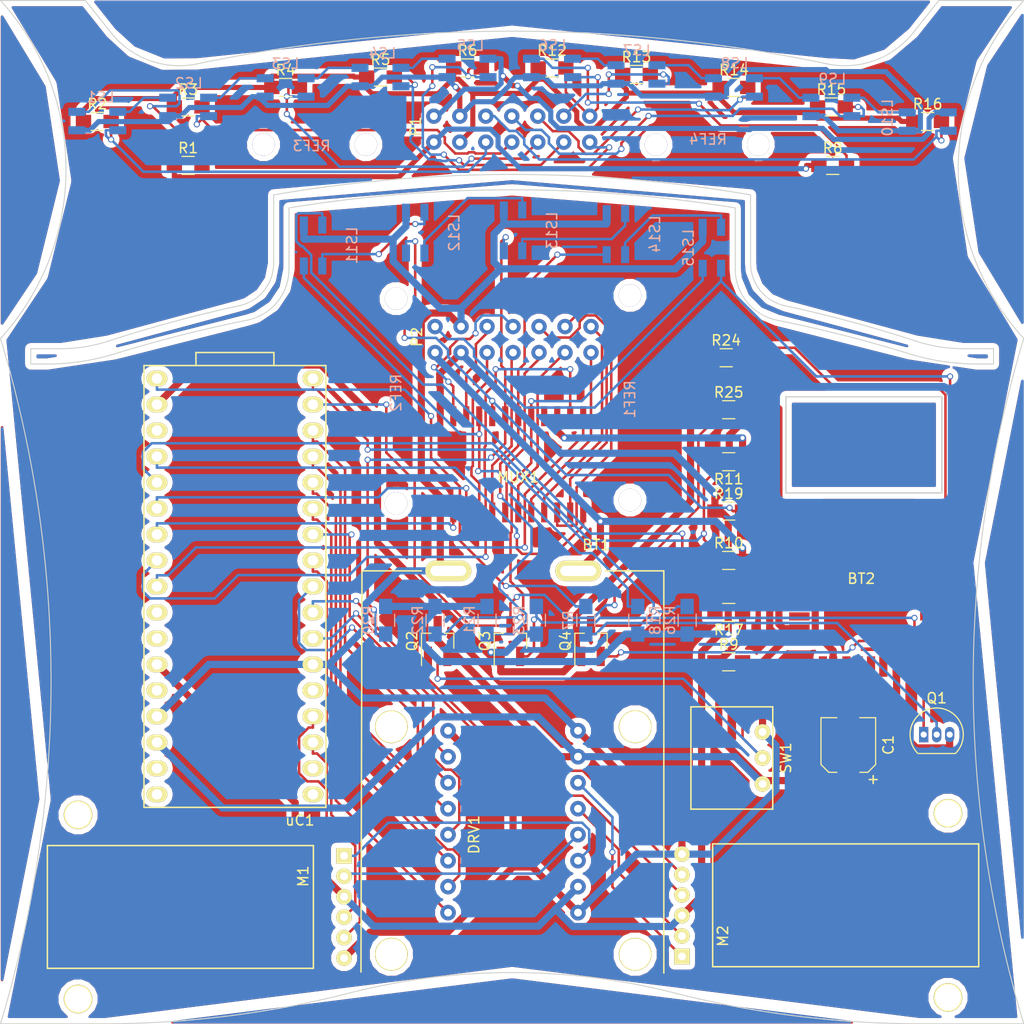
<source format=kicad_pcb>
(kicad_pcb (version 4) (host pcbnew 4.0.5)
  (layers (0 F.Cu signal) (31 B.Cu signal) (34 B.Paste user) (35 F.Paste user) (36 B.SilkS user) (37 F.SilkS user) (38 B.Mask user) (39 F.Mask user) (44 Edge.Cuts user))
  (net 0 "")
  (net 1 +9V)
  (net 2 GND)
  (net 3 "Net-(BT2-Pad24)")
  (net 4 "Net-(BT2-Pad23)")
  (net 5 "Net-(BT2-Pad22)")
  (net 6 "Net-(BT2-Pad21)")
  (net 7 "Net-(BT2-Pad20)")
  (net 8 "Net-(BT2-Pad19)")
  (net 9 "Net-(BT2-Pad18)")
  (net 10 "Net-(BT2-Pad17)")
  (net 11 "Net-(BT2-Pad16)")
  (net 12 "Net-(BT2-Pad15)")
  (net 13 "Net-(BT2-Pad14)")
  (net 14 "Net-(BT2-Pad13)")
  (net 15 +3V3)
  (net 16 "Net-(BT2-Pad10)")
  (net 17 "Net-(BT2-Pad9)")
  (net 18 "Net-(BT2-Pad8)")
  (net 19 "Net-(BT2-Pad7)")
  (net 20 "Net-(BT2-Pad6)")
  (net 21 "Net-(BT2-Pad5)")
  (net 22 "Net-(BT2-Pad4)")
  (net 23 "Net-(BT2-Pad3)")
  (net 24 "Net-(BT2-Pad2)")
  (net 25 "Net-(BT2-Pad35)")
  (net 26 "Net-(BT2-Pad34)")
  (net 27 "Net-(BT2-Pad33)")
  (net 28 "Net-(BT2-Pad32)")
  (net 29 "Net-(BT2-Pad31)")
  (net 30 "Net-(BT2-Pad30)")
  (net 31 +5V)
  (net 32 "Net-(DRV1-Pad3)")
  (net 33 "Net-(DRV1-Pad4)")
  (net 34 "Net-(DRV1-Pad5)")
  (net 35 "Net-(DRV1-Pad6)")
  (net 36 /PWMR)
  (net 37 /RDIR2)
  (net 38 /RDIR1)
  (net 39 /!STBY)
  (net 40 /LDIR1)
  (net 41 /LDIR2)
  (net 42 /PWML)
  (net 43 "Net-(LS1-Pad2)")
  (net 44 "Net-(LS1-Pad1)")
  (net 45 "Net-(LS2-Pad2)")
  (net 46 "Net-(LS3-Pad2)")
  (net 47 "Net-(LS4-Pad2)")
  (net 48 "Net-(LS6-Pad2)")
  (net 49 "Net-(LS6-Pad1)")
  (net 50 "Net-(LS7-Pad2)")
  (net 51 "Net-(LS8-Pad2)")
  (net 52 "Net-(LS10-Pad1)")
  (net 53 "Net-(LS11-Pad2)")
  (net 54 "Net-(LS11-Pad1)")
  (net 55 /LS11)
  (net 56 "Net-(LS12-Pad2)")
  (net 57 /LS12)
  (net 58 "Net-(LS13-Pad2)")
  (net 59 /LS13)
  (net 60 "Net-(LS14-Pad2)")
  (net 61 /LS14)
  (net 62 /LS15)
  (net 63 /ENCLB)
  (net 64 /ENCLA)
  (net 65 /ENCRB)
  (net 66 /ENCRA)
  (net 67 /MUX)
  (net 68 /S0)
  (net 69 /S1)
  (net 70 /S3)
  (net 71 /S2)
  (net 72 "Net-(MUX1-Pad16)")
  (net 73 "Net-(Q1-Pad2)")
  (net 74 "Net-(Q2-Pad1)")
  (net 75 /TX)
  (net 76 /RX)
  (net 77 /LON)
  (net 78 /VBAT)
  (net 79 /GND2S)
  (net 80 /GND1S)
  (net 81 "Net-(LS15-Pad2)")
  (net 82 /LS8Z)
  (net 83 /LS7Z)
  (net 84 /LS6Z)
  (net 85 /LS5Z)
  (net 86 /LS4Z)
  (net 87 /LS3Z)
  (net 88 /LS2Z)
  (net 89 /LS1Z)
  (net 90 /LS10Z)
  (net 91 /LS9Z)
  (net 92 /+9VS)
  (net 93 /+5VS)
  (net 94 /LS1S)
  (net 95 /LS2S)
  (net 96 /LS3S)
  (net 97 /LS4S)
  (net 98 /LS5S)
  (net 99 /LS6S)
  (net 100 /LS7S)
  (net 101 /LS8S)
  (net 102 /LS9S)
  (net 103 /LS10S)
  (net 104 "Net-(μC1-Pad1)")
  (net 105 "Net-(μC1-Pad2)")
  (net 106 "Net-(μC1-Pad5)")
  (net 107 "Net-(μC1-Pad20)")
  (net 108 "Net-(μC1-Pad27)")
  (net 109 "Net-(μC1-Pad28)")
  (net 110 "Net-(μC1-Pad30)")
  (net 111 "Net-(μC1-Pad33)")
  (net 112 "Net-(μC1-Pad34)")
  (module Robot:Motor (layer F.Cu) (at 132.08 148.59 90)
    (fp_text reference M1 (at 8 -4 90) (layer F.SilkS))
    (fp_text value "Motor Levi")
    (pad 1 thru_hole circle (at 0 0 90) (size 1.524 1.524) (drill 0.762) (layers *.Cu *.Mask F.SilkS) (net 2 GND))
    (pad 2 thru_hole circle (at 2 0 90) (size 1.524 1.524) (drill 0.762) (layers *.Cu *.Mask F.SilkS) (net 63 /ENCLB))
    (pad 3 thru_hole circle (at 4 0 90) (size 1.524 1.524) (drill 0.762) (layers *.Cu *.Mask F.SilkS) (net 64 /ENCLA))
    (pad 4 thru_hole circle (at 6 0 90) (size 1.524 1.524) (drill 0.762) (layers *.Cu *.Mask F.SilkS) (net 31 +5V))
    (pad 5 thru_hole circle (at 8 0 90) (size 1.524 1.524) (drill 0.762) (layers *.Cu *.Mask F.SilkS) (net 33 "Net-(DRV1-Pad4)"))
    (pad 6 thru_hole rect (at 10 0 90) (size 1.524 1.524) (drill 0.762) (layers *.Cu *.Mask F.SilkS) (net 32 "Net-(DRV1-Pad3)"))
    (pad "" thru_hole circle (at -4 -26 90) (size 2.794 2.794) (drill 2.54) (layers *.Cu *.Mask F.SilkS))
    (pad "" thru_hole circle (at 14 -26 90) (size 2.794 2.794) (drill 2.54) (layers *.Cu *.Mask F.SilkS))
  )
  (module Robot:RN42 (layer F.Cu) (at 176.276 120.396)
    (fp_text reference BT2 (at 6.35 -8.89) (layer F.SilkS))
    (fp_text value RN42)
    (pad 24 smd rect (at 13.1 -16) (size 2 0.8) (layers F.Cu F.Paste F.Mask) (net 3 "Net-(BT2-Pad24)"))
    (pad 23 smd rect (at 13.1 -14.8) (size 2 0.8) (layers F.Cu F.Paste F.Mask) (net 4 "Net-(BT2-Pad23)"))
    (pad 22 smd rect (at 13.1 -13.6) (size 2 0.8) (layers F.Cu F.Paste F.Mask) (net 5 "Net-(BT2-Pad22)"))
    (pad 21 smd rect (at 13.1 -12.4) (size 2 0.8) (layers F.Cu F.Paste F.Mask) (net 6 "Net-(BT2-Pad21)"))
    (pad 20 smd rect (at 13.1 -11.2) (size 2 0.8) (layers F.Cu F.Paste F.Mask) (net 7 "Net-(BT2-Pad20)"))
    (pad 19 smd rect (at 13.1 -10) (size 2 0.8) (layers F.Cu F.Paste F.Mask) (net 8 "Net-(BT2-Pad19)"))
    (pad 18 smd rect (at 13.1 -8.8) (size 2 0.8) (layers F.Cu F.Paste F.Mask) (net 9 "Net-(BT2-Pad18)"))
    (pad 17 smd rect (at 13.1 -7.6) (size 2 0.8) (layers F.Cu F.Paste F.Mask) (net 10 "Net-(BT2-Pad17)"))
    (pad 16 smd rect (at 13.1 -6.4) (size 2 0.8) (layers F.Cu F.Paste F.Mask) (net 11 "Net-(BT2-Pad16)"))
    (pad 15 smd rect (at 13.1 -5.2) (size 2 0.8) (layers F.Cu F.Paste F.Mask) (net 12 "Net-(BT2-Pad15)"))
    (pad 14 smd rect (at 13.1 -4) (size 2 0.8) (layers F.Cu F.Paste F.Mask) (net 13 "Net-(BT2-Pad14)"))
    (pad 13 smd rect (at 13.1 -2.8) (size 2 0.8) (layers F.Cu F.Paste F.Mask) (net 14 "Net-(BT2-Pad13)"))
    (pad 12 smd rect (at 0.3 -2.8) (size 2 0.8) (layers F.Cu F.Paste F.Mask) (net 2 GND))
    (pad 11 smd rect (at 0.3 -4) (size 2 0.8) (layers F.Cu F.Paste F.Mask) (net 15 +3V3))
    (pad 10 smd rect (at 0.3 -5.2) (size 2 0.8) (layers F.Cu F.Paste F.Mask) (net 16 "Net-(BT2-Pad10)"))
    (pad 9 smd rect (at 0.3 -6.4) (size 2 0.8) (layers F.Cu F.Paste F.Mask) (net 17 "Net-(BT2-Pad9)"))
    (pad 8 smd rect (at 0.3 -7.6) (size 2 0.8) (layers F.Cu F.Paste F.Mask) (net 18 "Net-(BT2-Pad8)"))
    (pad 7 smd rect (at 0.3 -8.8) (size 2 0.8) (layers F.Cu F.Paste F.Mask) (net 19 "Net-(BT2-Pad7)"))
    (pad 6 smd rect (at 0.3 -10) (size 2 0.8) (layers F.Cu F.Paste F.Mask) (net 20 "Net-(BT2-Pad6)"))
    (pad 5 smd rect (at 0.3 -11.2) (size 2 0.8) (layers F.Cu F.Paste F.Mask) (net 21 "Net-(BT2-Pad5)"))
    (pad 4 smd rect (at 0.3 -12.4) (size 2 0.8) (layers F.Cu F.Paste F.Mask) (net 22 "Net-(BT2-Pad4)"))
    (pad 3 smd rect (at 0.3 -13.6) (size 2 0.8) (layers F.Cu F.Paste F.Mask) (net 23 "Net-(BT2-Pad3)"))
    (pad 2 smd rect (at 0.3 -14.8) (size 2 0.8) (layers F.Cu F.Paste F.Mask) (net 24 "Net-(BT2-Pad2)"))
    (pad 1 smd rect (at 0.3 -16) (size 2 0.8) (layers F.Cu F.Paste F.Mask) (net 2 GND))
    (pad 35 smd rect (at 2.6 -0.3) (size 0.8 2) (layers F.Cu F.Paste F.Mask) (net 25 "Net-(BT2-Pad35)"))
    (pad 29 smd rect (at 3.6 -0.3) (size 0.8 2) (layers F.Cu F.Paste F.Mask) (net 2 GND))
    (pad 34 smd rect (at 4.9 -0.3) (size 0.8 2) (layers F.Cu F.Paste F.Mask) (net 26 "Net-(BT2-Pad34)"))
    (pad 33 smd rect (at 6.1 -0.3) (size 0.8 2) (layers F.Cu F.Paste F.Mask) (net 27 "Net-(BT2-Pad33)"))
    (pad 32 smd rect (at 7.3 -0.3) (size 0.8 2) (layers F.Cu F.Paste F.Mask) (net 28 "Net-(BT2-Pad32)"))
    (pad 28 smd rect (at 9.8 -0.3) (size 0.8 2) (layers F.Cu F.Paste F.Mask) (net 2 GND))
    (pad 31 smd rect (at 8.5 -0.3) (size 0.8 2) (layers F.Cu F.Paste F.Mask) (net 29 "Net-(BT2-Pad31)"))
    (pad 30 smd rect (at 10.8 -0.3) (size 0.8 2) (layers F.Cu F.Paste F.Mask) (net 30 "Net-(BT2-Pad30)"))
  )
  (module Capacitors_SMD:CP_Elec_5x4.5 (layer F.Cu) (at 181.356 127.762 90)
    (fp_text reference C1 (at 0 3.92 90) (layer F.SilkS))
    (fp_text value 22uF)
    (fp_text user + (at -3.38 2.36 90) (layer F.SilkS))
    (pad 1 smd rect (at -2.2 0 270) (size 3 1.6) (layers F.Cu F.Paste F.Mask) (net 1 +9V))
    (pad 2 smd rect (at 2.2 0 270) (size 3 1.6) (layers F.Cu F.Paste F.Mask) (net 2 GND))
  )
  (module Robot:TB6612FNG (layer F.Cu) (at 147.32 133.985 180)
    (fp_text reference DRV1 (at 2.54 -2.54 270) (layer F.SilkS))
    (fp_text value TB6612FG)
    (pad 1 thru_hole circle (at -7.62 -10.16 180) (size 1.524 1.524) (drill 0.762) (layers *.Cu *.Mask) (net 2 GND))
    (pad 2 thru_hole circle (at -7.62 -7.62 180) (size 1.524 1.524) (drill 0.762) (layers *.Cu *.Mask) (net 31 +5V))
    (pad 3 thru_hole circle (at -7.62 -5.08 180) (size 1.524 1.524) (drill 0.762) (layers *.Cu *.Mask) (net 32 "Net-(DRV1-Pad3)"))
    (pad 4 thru_hole circle (at -7.62 -2.54 180) (size 1.524 1.524) (drill 0.762) (layers *.Cu *.Mask) (net 33 "Net-(DRV1-Pad4)"))
    (pad 5 thru_hole circle (at -7.62 0 180) (size 1.524 1.524) (drill 0.762) (layers *.Cu *.Mask) (net 34 "Net-(DRV1-Pad5)"))
    (pad 6 thru_hole circle (at -7.62 2.54 180) (size 1.524 1.524) (drill 0.762) (layers *.Cu *.Mask) (net 35 "Net-(DRV1-Pad6)"))
    (pad 7 thru_hole circle (at -7.62 5.08 180) (size 1.524 1.524) (drill 0.762) (layers *.Cu *.Mask) (net 1 +9V))
    (pad 8 thru_hole circle (at -7.62 7.62 180) (size 1.524 1.524) (drill 0.762) (layers *.Cu *.Mask) (net 2 GND))
    (pad 9 thru_hole circle (at 5.08 7.62 180) (size 1.524 1.524) (drill 0.762) (layers *.Cu *.Mask) (net 2 GND))
    (pad 10 thru_hole circle (at 5.08 5.08 180) (size 1.524 1.524) (drill 0.762) (layers *.Cu *.Mask) (net 36 /PWMR))
    (pad 11 thru_hole circle (at 5.08 2.54 180) (size 1.524 1.524) (drill 0.762) (layers *.Cu *.Mask) (net 37 /RDIR2))
    (pad 12 thru_hole circle (at 5.08 0 180) (size 1.524 1.524) (drill 0.762) (layers *.Cu *.Mask) (net 38 /RDIR1))
    (pad 13 thru_hole circle (at 5.08 -2.54 180) (size 1.524 1.524) (drill 0.762) (layers *.Cu *.Mask) (net 39 /!STBY))
    (pad 14 thru_hole circle (at 5.08 -5.08 180) (size 1.524 1.524) (drill 0.762) (layers *.Cu *.Mask) (net 40 /LDIR1))
    (pad 15 thru_hole circle (at 5.08 -7.62 180) (size 1.524 1.524) (drill 0.762) (layers *.Cu *.Mask) (net 41 /LDIR2))
    (pad 16 thru_hole circle (at 5.08 -10.16 180) (size 1.524 1.524) (drill 0.762) (layers *.Cu *.Mask) (net 42 /PWML))
  )
  (module Robot:Motor (layer F.Cu) (at 165.1 138.43 270)
    (fp_text reference M2 (at 8 -4 270) (layer F.SilkS))
    (fp_text value "Motor Desni")
    (pad 1 thru_hole circle (at 0 0 270) (size 1.524 1.524) (drill 0.762) (layers *.Cu *.Mask F.SilkS) (net 2 GND))
    (pad 2 thru_hole circle (at 2 0 270) (size 1.524 1.524) (drill 0.762) (layers *.Cu *.Mask F.SilkS) (net 65 /ENCRB))
    (pad 3 thru_hole circle (at 4 0 270) (size 1.524 1.524) (drill 0.762) (layers *.Cu *.Mask F.SilkS) (net 66 /ENCRA))
    (pad 4 thru_hole circle (at 6 0 270) (size 1.524 1.524) (drill 0.762) (layers *.Cu *.Mask F.SilkS) (net 31 +5V))
    (pad 5 thru_hole circle (at 8 0 270) (size 1.524 1.524) (drill 0.762) (layers *.Cu *.Mask F.SilkS) (net 34 "Net-(DRV1-Pad5)"))
    (pad 6 thru_hole rect (at 10 0 270) (size 1.524 1.524) (drill 0.762) (layers *.Cu *.Mask F.SilkS) (net 35 "Net-(DRV1-Pad6)"))
    (pad "" thru_hole circle (at -4 -26 270) (size 2.794 2.794) (drill 2.54) (layers *.Cu *.Mask F.SilkS))
    (pad "" thru_hole circle (at 14 -26 270) (size 2.794 2.794) (drill 2.54) (layers *.Cu *.Mask F.SilkS))
  )
  (module Robot:CD74HC4067 (layer F.Cu) (at 149.098 100.33)
    (fp_text reference MUX1 (at 0 1.27) (layer F.SilkS))
    (fp_text value CD74HC4067)
    (pad 1 smd rect (at 6.35 4.7) (size 0.6 1.95) (layers F.Cu F.Paste F.Mask) (net 67 /MUX))
    (pad 2 smd rect (at 5.08 4.7) (size 0.6 1.95) (layers F.Cu F.Paste F.Mask) (net 82 /LS8Z))
    (pad 3 smd rect (at 3.81 4.7) (size 0.6 1.95) (layers F.Cu F.Paste F.Mask) (net 83 /LS7Z))
    (pad 4 smd rect (at 2.54 4.7) (size 0.6 1.95) (layers F.Cu F.Paste F.Mask) (net 84 /LS6Z))
    (pad 5 smd rect (at 1.27 4.7) (size 0.6 1.95) (layers F.Cu F.Paste F.Mask) (net 85 /LS5Z))
    (pad 6 smd rect (at 0 4.7) (size 0.6 1.95) (layers F.Cu F.Paste F.Mask) (net 86 /LS4Z))
    (pad 7 smd rect (at -1.27 4.7) (size 0.6 1.95) (layers F.Cu F.Paste F.Mask) (net 87 /LS3Z))
    (pad 8 smd rect (at -2.54 4.7) (size 0.6 1.95) (layers F.Cu F.Paste F.Mask) (net 88 /LS2Z))
    (pad 9 smd rect (at -3.81 4.7) (size 0.6 1.95) (layers F.Cu F.Paste F.Mask) (net 89 /LS1Z))
    (pad 10 smd rect (at -5.08 4.7) (size 0.6 1.95) (layers F.Cu F.Paste F.Mask) (net 68 /S0))
    (pad 11 smd rect (at -6.35 4.7) (size 0.6 1.95) (layers F.Cu F.Paste F.Mask) (net 69 /S1))
    (pad 12 smd rect (at -7.62 4.7) (size 0.6 1.95) (layers F.Cu F.Paste F.Mask) (net 2 GND))
    (pad 13 smd rect (at 6.35 -4.7) (size 0.6 1.95) (layers F.Cu F.Paste F.Mask) (net 70 /S3))
    (pad 14 smd rect (at 5.08 -4.7) (size 0.6 1.95) (layers F.Cu F.Paste F.Mask) (net 71 /S2))
    (pad 15 smd rect (at 3.81 -4.7) (size 0.6 1.95) (layers F.Cu F.Paste F.Mask) (net 2 GND))
    (pad 16 smd rect (at 2.54 -4.7) (size 0.6 1.95) (layers F.Cu F.Paste F.Mask) (net 72 "Net-(MUX1-Pad16)"))
    (pad 17 smd rect (at 1.27 -4.7) (size 0.6 1.95) (layers F.Cu F.Paste F.Mask) (net 62 /LS15))
    (pad 18 smd rect (at 0 -4.7) (size 0.6 1.95) (layers F.Cu F.Paste F.Mask) (net 61 /LS14))
    (pad 19 smd rect (at -1.27 -4.7) (size 0.6 1.95) (layers F.Cu F.Paste F.Mask) (net 59 /LS13))
    (pad 20 smd rect (at -2.54 -4.7) (size 0.6 1.95) (layers F.Cu F.Paste F.Mask) (net 57 /LS12))
    (pad 21 smd rect (at -3.81 -4.7) (size 0.6 1.95) (layers F.Cu F.Paste F.Mask) (net 55 /LS11))
    (pad 22 smd rect (at -5.08 -4.7) (size 0.6 1.95) (layers F.Cu F.Paste F.Mask) (net 90 /LS10Z))
    (pad 23 smd rect (at -6.35 -4.7) (size 0.6 1.95) (layers F.Cu F.Paste F.Mask) (net 91 /LS9Z))
    (pad 24 smd rect (at -7.62 -4.7) (size 0.6 1.95) (layers F.Cu F.Paste F.Mask) (net 31 +5V))
  )
  (module Robot:Connector (layer F.Cu) (at 140.848 68.8442 90)
    (fp_text reference P1 (at 1.524 -1.778 90) (layer F.SilkS))
    (fp_text value CONN_01X14 hide)
    (pad 1 thru_hole circle (at 0 0 90) (size 1.5 1.5) (drill 0.75) (layers *.Cu *.Mask) (net 92 /+9VS))
    (pad 2 thru_hole circle (at 0 2.54 90) (size 1.5 1.5) (drill 0.75) (layers *.Cu *.Mask) (net 93 /+5VS))
    (pad 3 thru_hole circle (at 0 5.08 90) (size 1.5 1.5) (drill 0.75) (layers *.Cu *.Mask) (net 94 /LS1S))
    (pad 4 thru_hole circle (at 0 7.62 90) (size 1.5 1.5) (drill 0.75) (layers *.Cu *.Mask) (net 95 /LS2S))
    (pad 5 thru_hole circle (at 0 10.16 90) (size 1.5 1.5) (drill 0.75) (layers *.Cu *.Mask) (net 96 /LS3S))
    (pad 6 thru_hole circle (at 0 12.7 90) (size 1.5 1.5) (drill 0.75) (layers *.Cu *.Mask) (net 97 /LS4S))
    (pad 7 thru_hole circle (at 0 15.24 90) (size 1.5 1.5) (drill 0.75) (layers *.Cu *.Mask) (net 98 /LS5S))
    (pad 8 thru_hole circle (at 2.54 15.24 90) (size 1.5 1.5) (drill 0.75) (layers *.Cu *.Mask) (net 99 /LS6S))
    (pad 9 thru_hole circle (at 2.54 12.7 90) (size 1.5 1.5) (drill 0.75) (layers *.Cu *.Mask) (net 100 /LS7S))
    (pad 10 thru_hole circle (at 2.54 10.16 90) (size 1.5 1.5) (drill 0.75) (layers *.Cu *.Mask) (net 101 /LS8S))
    (pad 11 thru_hole circle (at 2.54 7.62 90) (size 1.5 1.5) (drill 0.75) (layers *.Cu *.Mask) (net 102 /LS9S))
    (pad 12 thru_hole circle (at 2.54 5.08 90) (size 1.5 1.5) (drill 0.75) (layers *.Cu *.Mask) (net 103 /LS10S))
    (pad 13 thru_hole circle (at 2.54 2.54 90) (size 1.5 1.5) (drill 0.75) (layers *.Cu *.Mask) (net 79 /GND2S))
    (pad 14 thru_hole circle (at 2.54 0 90) (size 1.5 1.5) (drill 0.75) (layers *.Cu *.Mask) (net 80 /GND1S))
  )
  (module Robot:Connector (layer F.Cu) (at 140.97 89.408 90)
    (fp_text reference P2 (at 1.524 -1.778 90) (layer F.SilkS))
    (fp_text value CONN_01X14 hide)
    (pad 1 thru_hole circle (at 0 0 90) (size 1.5 1.5) (drill 0.75) (layers *.Cu *.Mask) (net 1 +9V))
    (pad 2 thru_hole circle (at 0 2.54 90) (size 1.5 1.5) (drill 0.75) (layers *.Cu *.Mask) (net 31 +5V))
    (pad 3 thru_hole circle (at 0 5.08 90) (size 1.5 1.5) (drill 0.75) (layers *.Cu *.Mask) (net 89 /LS1Z))
    (pad 4 thru_hole circle (at 0 7.62 90) (size 1.5 1.5) (drill 0.75) (layers *.Cu *.Mask) (net 88 /LS2Z))
    (pad 5 thru_hole circle (at 0 10.16 90) (size 1.5 1.5) (drill 0.75) (layers *.Cu *.Mask) (net 87 /LS3Z))
    (pad 6 thru_hole circle (at 0 12.7 90) (size 1.5 1.5) (drill 0.75) (layers *.Cu *.Mask) (net 86 /LS4Z))
    (pad 7 thru_hole circle (at 0 15.24 90) (size 1.5 1.5) (drill 0.75) (layers *.Cu *.Mask) (net 85 /LS5Z))
    (pad 8 thru_hole circle (at 2.54 15.24 90) (size 1.5 1.5) (drill 0.75) (layers *.Cu *.Mask) (net 84 /LS6Z))
    (pad 9 thru_hole circle (at 2.54 12.7 90) (size 1.5 1.5) (drill 0.75) (layers *.Cu *.Mask) (net 83 /LS7Z))
    (pad 10 thru_hole circle (at 2.54 10.16 90) (size 1.5 1.5) (drill 0.75) (layers *.Cu *.Mask) (net 82 /LS8Z))
    (pad 11 thru_hole circle (at 2.54 7.62 90) (size 1.5 1.5) (drill 0.75) (layers *.Cu *.Mask) (net 91 /LS9Z))
    (pad 12 thru_hole circle (at 2.54 5.08 90) (size 1.5 1.5) (drill 0.75) (layers *.Cu *.Mask) (net 90 /LS10Z))
    (pad 13 thru_hole circle (at 2.54 2.54 90) (size 1.5 1.5) (drill 0.75) (layers *.Cu *.Mask) (net 2 GND))
    (pad 14 thru_hole circle (at 2.54 0 90) (size 1.5 1.5) (drill 0.75) (layers *.Cu *.Mask) (net 81 "Net-(LS15-Pad2)"))
  )
  (module TO_SOT_Packages_THT:TO-92_Inline_Narrow_Oval (layer F.Cu) (at 188.722 126.746)
    (fp_text reference Q1 (at 1.27 -3.56) (layer F.SilkS))
    (fp_text value Q_NPN_CBE)
    (pad 2 thru_hole oval (at 1.27 0 180) (size 0.9 1.5) (drill 0.6) (layers *.Cu *.Mask) (net 73 "Net-(Q1-Pad2)"))
    (pad 3 thru_hole oval (at 2.54 0 180) (size 0.9 1.5) (drill 0.6) (layers *.Cu *.Mask) (net 2 GND))
    (pad 1 thru_hole rect (at 0 0 180) (size 0.9 1.5) (drill 0.6) (layers *.Cu *.Mask) (net 81 "Net-(LS15-Pad2)"))
  )
  (module TO_SOT_Packages_SMD:SOT-23_Handsoldering (layer F.Cu) (at 141.224 117.602 90)
    (fp_text reference Q2 (at 0 -2.5 90) (layer F.SilkS))
    (fp_text value Q_PMOS_GSD)
    (pad 1 smd rect (at -1.5 -0.95 90) (size 1.9 0.8) (layers F.Cu F.Paste F.Mask) (net 74 "Net-(Q2-Pad1)"))
    (pad 2 smd rect (at -1.5 0.95 90) (size 1.9 0.8) (layers F.Cu F.Paste F.Mask) (net 1 +9V))
    (pad 3 smd rect (at 1.5 0 90) (size 1.9 0.8) (layers F.Cu F.Paste F.Mask) (net 1 +9V))
  )
  (module TO_SOT_Packages_SMD:SOT-23_Handsoldering (layer F.Cu) (at 148.336 117.602 90)
    (fp_text reference Q3 (at 0 -2.5 90) (layer F.SilkS))
    (fp_text value BSS138)
    (pad 1 smd rect (at -1.5 -0.95 90) (size 1.9 0.8) (layers F.Cu F.Paste F.Mask) (net 15 +3V3))
    (pad 2 smd rect (at -1.5 0.95 90) (size 1.9 0.8) (layers F.Cu F.Paste F.Mask) (net 13 "Net-(BT2-Pad14)"))
    (pad 3 smd rect (at 1.5 0 90) (size 1.9 0.8) (layers F.Cu F.Paste F.Mask) (net 75 /TX))
  )
  (module TO_SOT_Packages_SMD:SOT-23_Handsoldering (layer F.Cu) (at 156.21 117.602 90)
    (fp_text reference Q4 (at 0 -2.5 90) (layer F.SilkS))
    (fp_text value BSS138)
    (pad 1 smd rect (at -1.5 -0.95 90) (size 1.9 0.8) (layers F.Cu F.Paste F.Mask) (net 15 +3V3))
    (pad 2 smd rect (at -1.5 0.95 90) (size 1.9 0.8) (layers F.Cu F.Paste F.Mask) (net 14 "Net-(BT2-Pad13)"))
    (pad 3 smd rect (at 1.5 0 90) (size 1.9 0.8) (layers F.Cu F.Paste F.Mask) (net 76 /RX))
  )
  (module Resistors_SMD:R_0805_HandSoldering (layer F.Cu) (at 116.84 71.12)
    (fp_text reference R1 (at 0 -1.7) (layer F.SilkS))
    (fp_text value 75R)
    (pad 1 smd rect (at -1.35 0) (size 1.5 1.3) (layers F.Cu F.Paste F.Mask) (net 92 /+9VS))
    (pad 2 smd rect (at 1.35 0) (size 1.5 1.3) (layers F.Cu F.Paste F.Mask) (net 44 "Net-(LS1-Pad1)"))
  )
  (module Resistors_SMD:R_0805_HandSoldering (layer F.Cu) (at 107.96 66.8223)
    (fp_text reference R2 (at 0 -1.7) (layer F.SilkS))
    (fp_text value 10K)
    (pad 1 smd rect (at -1.35 0) (size 1.5 1.3) (layers F.Cu F.Paste F.Mask) (net 93 /+5VS))
    (pad 2 smd rect (at 1.35 0) (size 1.5 1.3) (layers F.Cu F.Paste F.Mask) (net 94 /LS1S))
  )
  (module Resistors_SMD:R_0805_HandSoldering (layer F.Cu) (at 116.84 65.405)
    (fp_text reference R3 (at 0 -1.7) (layer F.SilkS))
    (fp_text value 10K)
    (pad 1 smd rect (at -1.35 0) (size 1.5 1.3) (layers F.Cu F.Paste F.Mask) (net 93 /+5VS))
    (pad 2 smd rect (at 1.35 0) (size 1.5 1.3) (layers F.Cu F.Paste F.Mask) (net 95 /LS2S))
  )
  (module Resistors_SMD:R_0805_HandSoldering (layer F.Cu) (at 126.365 63.5)
    (fp_text reference R4 (at 0 -1.7) (layer F.SilkS))
    (fp_text value 10K)
    (pad 1 smd rect (at -1.35 0) (size 1.5 1.3) (layers F.Cu F.Paste F.Mask) (net 93 /+5VS))
    (pad 2 smd rect (at 1.35 0) (size 1.5 1.3) (layers F.Cu F.Paste F.Mask) (net 96 /LS3S))
  )
  (module Resistors_SMD:R_0805_HandSoldering (layer F.Cu) (at 135.636 62.484)
    (fp_text reference R5 (at 0 -1.7) (layer F.SilkS))
    (fp_text value 10K)
    (pad 1 smd rect (at -1.35 0) (size 1.5 1.3) (layers F.Cu F.Paste F.Mask) (net 93 /+5VS))
    (pad 2 smd rect (at 1.35 0) (size 1.5 1.3) (layers F.Cu F.Paste F.Mask) (net 97 /LS4S))
  )
  (module Resistors_SMD:R_0805_HandSoldering (layer F.Cu) (at 144.145 61.595)
    (fp_text reference R6 (at 0 -1.7) (layer F.SilkS))
    (fp_text value 10K)
    (pad 1 smd rect (at -1.35 0) (size 1.5 1.3) (layers F.Cu F.Paste F.Mask) (net 93 /+5VS))
    (pad 2 smd rect (at 1.35 0) (size 1.5 1.3) (layers F.Cu F.Paste F.Mask) (net 98 /LS5S))
  )
  (module Resistors_SMD:R_0805_HandSoldering (layer B.Cu) (at 155.702 115.57 270)
    (fp_text reference R7 (at 0 1.7 270) (layer B.SilkS) (effects (justify mirror)))
    (fp_text value 1K)
    (pad 1 smd rect (at -1.35 0 270) (size 1.5 1.3) (layers B.Cu B.Paste B.Mask) (net 77 /LON))
    (pad 2 smd rect (at 1.35 0 270) (size 1.5 1.3) (layers B.Cu B.Paste B.Mask) (net 73 "Net-(Q1-Pad2)"))
  )
  (module Resistors_SMD:R_0805_HandSoldering (layer F.Cu) (at 179.832 71.12)
    (fp_text reference R8 (at 0 -1.7) (layer F.SilkS))
    (fp_text value 75R)
    (pad 1 smd rect (at -1.35 0) (size 1.5 1.3) (layers F.Cu F.Paste F.Mask) (net 92 /+9VS))
    (pad 2 smd rect (at 1.35 0) (size 1.5 1.3) (layers F.Cu F.Paste F.Mask) (net 49 "Net-(LS6-Pad1)"))
  )
  (module Resistors_SMD:R_0805_HandSoldering (layer F.Cu) (at 169.672 119.634)
    (fp_text reference R9 (at 0 -1.7) (layer F.SilkS))
    (fp_text value 10K)
    (pad 1 smd rect (at -1.35 0) (size 1.5 1.3) (layers F.Cu F.Paste F.Mask) (net 1 +9V))
    (pad 2 smd rect (at 1.35 0) (size 1.5 1.3) (layers F.Cu F.Paste F.Mask) (net 74 "Net-(Q2-Pad1)"))
  )
  (module Resistors_SMD:R_0805_HandSoldering (layer F.Cu) (at 169.672 109.728)
    (fp_text reference R10 (at 0 -1.7) (layer F.SilkS))
    (fp_text value 10K)
    (pad 1 smd rect (at -1.35 0) (size 1.5 1.3) (layers F.Cu F.Paste F.Mask) (net 78 /VBAT))
    (pad 2 smd rect (at 1.35 0) (size 1.5 1.3) (layers F.Cu F.Paste F.Mask) (net 1 +9V))
  )
  (module Resistors_SMD:R_0805_HandSoldering (layer F.Cu) (at 169.672 100.076 180)
    (fp_text reference R11 (at 0 -1.7 180) (layer F.SilkS))
    (fp_text value 10K)
    (pad 1 smd rect (at -1.35 0 180) (size 1.5 1.3) (layers F.Cu F.Paste F.Mask) (net 2 GND))
    (pad 2 smd rect (at 1.35 0 180) (size 1.5 1.3) (layers F.Cu F.Paste F.Mask) (net 78 /VBAT))
  )
  (module Resistors_SMD:R_0805_HandSoldering (layer F.Cu) (at 152.4 61.595)
    (fp_text reference R12 (at 0 -1.7) (layer F.SilkS))
    (fp_text value 10K)
    (pad 1 smd rect (at -1.35 0) (size 1.5 1.3) (layers F.Cu F.Paste F.Mask) (net 93 /+5VS))
    (pad 2 smd rect (at 1.35 0) (size 1.5 1.3) (layers F.Cu F.Paste F.Mask) (net 99 /LS6S))
  )
  (module Resistors_SMD:R_0805_HandSoldering (layer F.Cu) (at 160.655 62.23)
    (fp_text reference R13 (at 0 -1.7) (layer F.SilkS))
    (fp_text value 10K)
    (pad 1 smd rect (at -1.35 0) (size 1.5 1.3) (layers F.Cu F.Paste F.Mask) (net 93 /+5VS))
    (pad 2 smd rect (at 1.35 0) (size 1.5 1.3) (layers F.Cu F.Paste F.Mask) (net 100 /LS7S))
  )
  (module Resistors_SMD:R_0805_HandSoldering (layer F.Cu) (at 170.18 63.5)
    (fp_text reference R14 (at 0 -1.7) (layer F.SilkS))
    (fp_text value 10K)
    (pad 1 smd rect (at -1.35 0) (size 1.5 1.3) (layers F.Cu F.Paste F.Mask) (net 93 /+5VS))
    (pad 2 smd rect (at 1.35 0) (size 1.5 1.3) (layers F.Cu F.Paste F.Mask) (net 101 /LS8S))
  )
  (module Resistors_SMD:R_0805_HandSoldering (layer F.Cu) (at 179.705 65.405)
    (fp_text reference R15 (at 0 -1.7) (layer F.SilkS))
    (fp_text value 10K)
    (pad 1 smd rect (at -1.35 0) (size 1.5 1.3) (layers F.Cu F.Paste F.Mask) (net 93 /+5VS))
    (pad 2 smd rect (at 1.35 0) (size 1.5 1.3) (layers F.Cu F.Paste F.Mask) (net 102 /LS9S))
  )
  (module Resistors_SMD:R_0805_HandSoldering (layer F.Cu) (at 189.108 66.8223)
    (fp_text reference R16 (at 0 -1.7) (layer F.SilkS))
    (fp_text value 10K)
    (pad 1 smd rect (at -1.35 0) (size 1.5 1.3) (layers F.Cu F.Paste F.Mask) (net 93 /+5VS))
    (pad 2 smd rect (at 1.35 0) (size 1.5 1.3) (layers F.Cu F.Paste F.Mask) (net 103 /LS10S))
  )
  (module Resistors_SMD:R_0805_HandSoldering (layer F.Cu) (at 169.672 114.808 180)
    (fp_text reference R17 (at 0 -1.7 180) (layer F.SilkS))
    (fp_text value 75R)
    (pad 1 smd rect (at -1.35 0 180) (size 1.5 1.3) (layers F.Cu F.Paste F.Mask) (net 1 +9V))
    (pad 2 smd rect (at 1.35 0 180) (size 1.5 1.3) (layers F.Cu F.Paste F.Mask) (net 54 "Net-(LS11-Pad1)"))
  )
  (module Resistors_SMD:R_0805_HandSoldering (layer B.Cu) (at 160.782 115.57 90)
    (fp_text reference R18 (at 0 1.7 90) (layer B.SilkS) (effects (justify mirror)))
    (fp_text value 10K)
    (pad 1 smd rect (at -1.35 0 90) (size 1.5 1.3) (layers B.Cu B.Paste B.Mask) (net 31 +5V))
    (pad 2 smd rect (at 1.35 0 90) (size 1.5 1.3) (layers B.Cu B.Paste B.Mask) (net 55 /LS11))
  )
  (module Resistors_SMD:R_0805_HandSoldering (layer F.Cu) (at 169.672 104.902)
    (fp_text reference R19 (at 0 -1.7) (layer F.SilkS))
    (fp_text value 10K)
    (pad 1 smd rect (at -1.35 0) (size 1.5 1.3) (layers F.Cu F.Paste F.Mask) (net 31 +5V))
    (pad 2 smd rect (at 1.35 0) (size 1.5 1.3) (layers F.Cu F.Paste F.Mask) (net 57 /LS12))
  )
  (module Resistors_SMD:R_0805_HandSoldering (layer B.Cu) (at 136.144 115.57 270)
    (fp_text reference R20 (at 0 1.7 270) (layer B.SilkS) (effects (justify mirror)))
    (fp_text value 10K)
    (pad 1 smd rect (at -1.35 0 270) (size 1.5 1.3) (layers B.Cu B.Paste B.Mask) (net 31 +5V))
    (pad 2 smd rect (at 1.35 0 270) (size 1.5 1.3) (layers B.Cu B.Paste B.Mask) (net 59 /LS13))
  )
  (module Resistors_SMD:R_0805_HandSoldering (layer B.Cu) (at 146.05 115.57 270)
    (fp_text reference R21 (at 0 1.7 270) (layer B.SilkS) (effects (justify mirror)))
    (fp_text value 10K)
    (pad 1 smd rect (at -1.35 0 270) (size 1.5 1.3) (layers B.Cu B.Paste B.Mask) (net 31 +5V))
    (pad 2 smd rect (at 1.35 0 270) (size 1.5 1.3) (layers B.Cu B.Paste B.Mask) (net 61 /LS14))
  )
  (module Resistors_SMD:R_0805_HandSoldering (layer B.Cu) (at 140.97 115.57 270)
    (fp_text reference R22 (at 0 1.7 270) (layer B.SilkS) (effects (justify mirror)))
    (fp_text value 10K)
    (pad 1 smd rect (at -1.35 0 270) (size 1.5 1.3) (layers B.Cu B.Paste B.Mask) (net 31 +5V))
    (pad 2 smd rect (at 1.35 0 270) (size 1.5 1.3) (layers B.Cu B.Paste B.Mask) (net 62 /LS15))
  )
  (module Resistors_SMD:R_0805_HandSoldering (layer B.Cu) (at 150.876 115.57 270)
    (fp_text reference R23 (at 0 1.7 270) (layer B.SilkS) (effects (justify mirror)))
    (fp_text value 10K)
    (pad 1 smd rect (at -1.35 0 270) (size 1.5 1.3) (layers B.Cu B.Paste B.Mask) (net 13 "Net-(BT2-Pad14)"))
    (pad 2 smd rect (at 1.35 0 270) (size 1.5 1.3) (layers B.Cu B.Paste B.Mask) (net 15 +3V3))
  )
  (module Resistors_SMD:R_0805_HandSoldering (layer F.Cu) (at 169.418 89.916)
    (fp_text reference R24 (at 0 -1.7) (layer F.SilkS))
    (fp_text value 10K)
    (pad 1 smd rect (at -1.35 0) (size 1.5 1.3) (layers F.Cu F.Paste F.Mask) (net 14 "Net-(BT2-Pad13)"))
    (pad 2 smd rect (at 1.35 0) (size 1.5 1.3) (layers F.Cu F.Paste F.Mask) (net 15 +3V3))
  )
  (module Resistors_SMD:R_0805_HandSoldering (layer F.Cu) (at 169.672 94.996)
    (fp_text reference R25 (at 0 -1.7) (layer F.SilkS))
    (fp_text value 10K)
    (pad 1 smd rect (at -1.35 0) (size 1.5 1.3) (layers F.Cu F.Paste F.Mask) (net 75 /TX))
    (pad 2 smd rect (at 1.35 0) (size 1.5 1.3) (layers F.Cu F.Paste F.Mask) (net 31 +5V))
  )
  (module Resistors_SMD:R_0805_HandSoldering (layer B.Cu) (at 165.608 115.57 270)
    (fp_text reference R26 (at 0 1.7 270) (layer B.SilkS) (effects (justify mirror)))
    (fp_text value 10K)
    (pad 1 smd rect (at -1.35 0 270) (size 1.5 1.3) (layers B.Cu B.Paste B.Mask) (net 76 /RX))
    (pad 2 smd rect (at 1.35 0 270) (size 1.5 1.3) (layers B.Cu B.Paste B.Mask) (net 31 +5V))
  )
  (module Robot:switch (layer F.Cu) (at 172.974 129.032 90)
    (fp_text reference SW1 (at 0 2.286 90) (layer F.SilkS))
    (fp_text value SWITCH_INV)
    (pad 1 thru_hole circle (at -2.54 0 90) (size 1.524 1.524) (drill 0.762) (layers *.Cu *.Mask F.SilkS) (net 1 +9V))
    (pad 2 thru_hole circle (at 0 0 90) (size 1.524 1.524) (drill 0.762) (layers *.Cu *.Mask F.SilkS) (net 74 "Net-(Q2-Pad1)"))
    (pad 3 thru_hole circle (at 2.54 0 90) (size 1.524 1.524) (drill 0.762) (layers *.Cu *.Mask F.SilkS) (net 2 GND))
  )
  (module Robot:ArduinoMicro (layer F.Cu) (at 129.032 132.588 180)
    (fp_text reference uC1 (at 1.27 -2.54 180) (layer F.SilkS))
    (fp_text value ArduinoMicro)
    (pad 1 thru_hole oval (at 0 0 180) (size 2.032 1.524) (drill 1.016) (layers *.Cu *.Mask F.SilkS) (net 104 "Net-(μC1-Pad1)"))
    (pad 2 thru_hole oval (at 0 2.54 180) (size 2.032 1.524) (drill 1.016) (layers *.Cu *.Mask F.SilkS) (net 105 "Net-(μC1-Pad2)"))
    (pad 3 thru_hole oval (at 0 5.08 180) (size 2.032 1.524) (drill 1.016) (layers *.Cu *.Mask F.SilkS) (net 63 /ENCLB))
    (pad 4 thru_hole oval (at 0 7.62 180) (size 2.032 1.524) (drill 1.016) (layers *.Cu *.Mask F.SilkS) (net 64 /ENCLA))
    (pad 5 thru_hole oval (at 0 10.16 180) (size 2.032 1.524) (drill 1.016) (layers *.Cu *.Mask F.SilkS) (net 106 "Net-(μC1-Pad5)"))
    (pad 6 thru_hole oval (at 0 12.7 180) (size 2.032 1.524) (drill 1.016) (layers *.Cu *.Mask F.SilkS) (net 2 GND))
    (pad 7 thru_hole oval (at 0 15.24 180) (size 2.032 1.524) (drill 1.016) (layers *.Cu *.Mask F.SilkS) (net 66 /ENCRA))
    (pad 8 thru_hole oval (at 0 17.78 180) (size 2.032 1.524) (drill 1.016) (layers *.Cu *.Mask F.SilkS) (net 65 /ENCRB))
    (pad 9 thru_hole oval (at 0 20.32 180) (size 2.032 1.524) (drill 1.016) (layers *.Cu *.Mask F.SilkS) (net 39 /!STBY))
    (pad 10 thru_hole oval (at 0 22.86 180) (size 2.032 1.524) (drill 1.016) (layers *.Cu *.Mask F.SilkS) (net 42 /PWML))
    (pad 11 thru_hole oval (at 0 25.4 180) (size 2.032 1.524) (drill 1.016) (layers *.Cu *.Mask F.SilkS) (net 36 /PWMR))
    (pad 12 thru_hole oval (at 0 27.94 180) (size 2.032 1.524) (drill 1.016) (layers *.Cu *.Mask F.SilkS) (net 40 /LDIR1))
    (pad 13 thru_hole oval (at 0 30.48 180) (size 2.032 1.524) (drill 1.016) (layers *.Cu *.Mask F.SilkS) (net 41 /LDIR2))
    (pad 14 thru_hole oval (at 0 33.02 180) (size 2.032 1.524) (drill 1.016) (layers *.Cu *.Mask F.SilkS) (net 38 /RDIR1))
    (pad 15 thru_hole oval (at 0 35.56 180) (size 2.032 1.524) (drill 1.016) (layers *.Cu *.Mask F.SilkS) (net 37 /RDIR2))
    (pad 16 thru_hole oval (at 0 38.1 180) (size 2.032 1.524) (drill 1.016) (layers *.Cu *.Mask F.SilkS) (net 75 /TX))
    (pad 17 thru_hole oval (at 0 40.64 180) (size 2.032 1.524) (drill 1.016) (layers *.Cu *.Mask F.SilkS) (net 76 /RX))
    (pad 18 thru_hole oval (at 15.24 40.64 180) (size 2.032 1.524) (drill 1.016) (layers *.Cu *.Mask F.SilkS) (net 77 /LON))
    (pad 19 thru_hole oval (at 15.24 38.1 180) (size 2.032 1.524) (drill 1.016) (layers *.Cu *.Mask F.SilkS) (net 15 +3V3))
    (pad 20 thru_hole oval (at 15.24 35.56 180) (size 2.032 1.524) (drill 1.016) (layers *.Cu *.Mask F.SilkS) (net 107 "Net-(μC1-Pad20)"))
    (pad 21 thru_hole oval (at 15.24 33.02 180) (size 2.032 1.524) (drill 1.016) (layers *.Cu *.Mask F.SilkS) (net 67 /MUX))
    (pad 22 thru_hole oval (at 15.24 30.48 180) (size 2.032 1.524) (drill 1.016) (layers *.Cu *.Mask F.SilkS) (net 78 /VBAT))
    (pad 23 thru_hole oval (at 15.24 27.94 180) (size 2.032 1.524) (drill 1.016) (layers *.Cu *.Mask F.SilkS) (net 68 /S0))
    (pad 24 thru_hole oval (at 15.24 25.4 180) (size 2.032 1.524) (drill 1.016) (layers *.Cu *.Mask F.SilkS) (net 69 /S1))
    (pad 25 thru_hole oval (at 15.24 22.86 180) (size 2.032 1.524) (drill 1.016) (layers *.Cu *.Mask F.SilkS) (net 71 /S2))
    (pad 26 thru_hole oval (at 15.24 20.32 180) (size 2.032 1.524) (drill 1.016) (layers *.Cu *.Mask F.SilkS) (net 70 /S3))
    (pad 27 thru_hole oval (at 15.24 17.78 180) (size 2.032 1.524) (drill 1.016) (layers *.Cu *.Mask F.SilkS) (net 108 "Net-(μC1-Pad27)"))
    (pad 28 thru_hole oval (at 15.24 15.24 180) (size 2.032 1.524) (drill 1.016) (layers *.Cu *.Mask F.SilkS) (net 109 "Net-(μC1-Pad28)"))
    (pad 29 thru_hole oval (at 15.24 12.7 180) (size 2.032 1.524) (drill 1.016) (layers *.Cu *.Mask F.SilkS) (net 31 +5V))
    (pad 30 thru_hole oval (at 15.24 10.16 180) (size 2.032 1.524) (drill 1.016) (layers *.Cu *.Mask F.SilkS) (net 110 "Net-(μC1-Pad30)"))
    (pad 31 thru_hole oval (at 15.24 7.62 180) (size 2.032 1.524) (drill 1.016) (layers *.Cu *.Mask F.SilkS) (net 2 GND))
    (pad 32 thru_hole oval (at 15.24 5.08 180) (size 2.032 1.524) (drill 1.016) (layers *.Cu *.Mask F.SilkS) (net 1 +9V))
    (pad 33 thru_hole oval (at 15.24 2.54 180) (size 2.032 1.524) (drill 1.016) (layers *.Cu *.Mask F.SilkS) (net 111 "Net-(μC1-Pad33)"))
    (pad 34 thru_hole oval (at 15.24 0 180) (size 2.032 1.524) (drill 1.016) (layers *.Cu *.Mask F.SilkS) (net 112 "Net-(μC1-Pad34)"))
  )
  (module Robot:QRE1113 (layer B.Cu) (at 107.96 66.7817)
    (fp_text reference LS1 (at 0.32512 -2.34188) (layer B.SilkS) (effects (justify mirror)))
    (fp_text value QRE1113)
    (pad 2 smd rect (at 2 -0.9) (size 1.66 0.79) (layers B.Cu B.Paste B.Mask) (net 43 "Net-(LS1-Pad2)"))
    (pad 1 smd rect (at -2 -0.9) (size 1.66 0.79) (layers B.Cu B.Paste B.Mask) (net 44 "Net-(LS1-Pad1)"))
    (pad 3 smd rect (at 2 0.9) (size 1.66 0.79) (layers B.Cu B.Paste B.Mask) (net 94 /LS1S))
    (pad 4 smd rect (at -2 0.9) (size 1.66 0.79) (layers B.Cu B.Paste B.Mask) (net 79 /GND2S))
  )
  (module Robot:QRE1113 (layer B.Cu) (at 116.84 65.405)
    (fp_text reference LS2 (at 0.06096 -2.31648) (layer B.SilkS) (effects (justify mirror)))
    (fp_text value QRE1113)
    (pad 2 smd rect (at 2 -0.9) (size 1.66 0.79) (layers B.Cu B.Paste B.Mask) (net 45 "Net-(LS2-Pad2)"))
    (pad 1 smd rect (at -2 -0.9) (size 1.66 0.79) (layers B.Cu B.Paste B.Mask) (net 43 "Net-(LS1-Pad2)"))
    (pad 3 smd rect (at 2 0.9) (size 1.66 0.79) (layers B.Cu B.Paste B.Mask) (net 95 /LS2S))
    (pad 4 smd rect (at -2 0.9) (size 1.66 0.79) (layers B.Cu B.Paste B.Mask) (net 79 /GND2S))
  )
  (module Robot:QRE1113 (layer B.Cu) (at 126.365 63.5)
    (fp_text reference LS3 (at -0.02032 -2.3368) (layer B.SilkS) (effects (justify mirror)))
    (fp_text value QRE1113)
    (pad 2 smd rect (at 2 -0.9) (size 1.66 0.79) (layers B.Cu B.Paste B.Mask) (net 46 "Net-(LS3-Pad2)"))
    (pad 1 smd rect (at -2 -0.9) (size 1.66 0.79) (layers B.Cu B.Paste B.Mask) (net 45 "Net-(LS2-Pad2)"))
    (pad 3 smd rect (at 2 0.9) (size 1.66 0.79) (layers B.Cu B.Paste B.Mask) (net 96 /LS3S))
    (pad 4 smd rect (at -2 0.9) (size 1.66 0.79) (layers B.Cu B.Paste B.Mask) (net 79 /GND2S))
  )
  (module Robot:QRE1113 (layer B.Cu) (at 135.636 62.484)
    (fp_text reference LS4 (at 0.18288 -2.32664) (layer B.SilkS) (effects (justify mirror)))
    (fp_text value QRE1113)
    (pad 2 smd rect (at 2 -0.9) (size 1.66 0.79) (layers B.Cu B.Paste B.Mask) (net 47 "Net-(LS4-Pad2)"))
    (pad 1 smd rect (at -2 -0.9) (size 1.66 0.79) (layers B.Cu B.Paste B.Mask) (net 46 "Net-(LS3-Pad2)"))
    (pad 3 smd rect (at 2 0.9) (size 1.66 0.79) (layers B.Cu B.Paste B.Mask) (net 97 /LS4S))
    (pad 4 smd rect (at -2 0.9) (size 1.66 0.79) (layers B.Cu B.Paste B.Mask) (net 79 /GND2S))
  )
  (module Robot:QRE1113 (layer B.Cu) (at 144.145 61.595)
    (fp_text reference LS5 (at 0.2794 -2.19456) (layer B.SilkS) (effects (justify mirror)))
    (fp_text value QRE1113)
    (pad 2 smd rect (at 2 -0.9) (size 1.66 0.79) (layers B.Cu B.Paste B.Mask) (net 80 /GND1S))
    (pad 1 smd rect (at -2 -0.9) (size 1.66 0.79) (layers B.Cu B.Paste B.Mask) (net 47 "Net-(LS4-Pad2)"))
    (pad 3 smd rect (at 2 0.9) (size 1.66 0.79) (layers B.Cu B.Paste B.Mask) (net 98 /LS5S))
    (pad 4 smd rect (at -2 0.9) (size 1.66 0.79) (layers B.Cu B.Paste B.Mask) (net 79 /GND2S))
  )
  (module Robot:QRE1113 (layer B.Cu) (at 152.4 61.595)
    (fp_text reference LS6 (at 0.04064 -2.21996) (layer B.SilkS) (effects (justify mirror)))
    (fp_text value QRE1113)
    (pad 2 smd rect (at 2 -0.9) (size 1.66 0.79) (layers B.Cu B.Paste B.Mask) (net 48 "Net-(LS6-Pad2)"))
    (pad 1 smd rect (at -2 -0.9) (size 1.66 0.79) (layers B.Cu B.Paste B.Mask) (net 49 "Net-(LS6-Pad1)"))
    (pad 3 smd rect (at 2 0.9) (size 1.66 0.79) (layers B.Cu B.Paste B.Mask) (net 99 /LS6S))
    (pad 4 smd rect (at -2 0.9) (size 1.66 0.79) (layers B.Cu B.Paste B.Mask) (net 79 /GND2S))
  )
  (module Robot:QRE1113 (layer B.Cu) (at 160.655 62.23)
    (fp_text reference LS7 (at 0.03048 -2.35204) (layer B.SilkS) (effects (justify mirror)))
    (fp_text value QRE1113)
    (pad 2 smd rect (at 2 -0.9) (size 1.66 0.79) (layers B.Cu B.Paste B.Mask) (net 50 "Net-(LS7-Pad2)"))
    (pad 1 smd rect (at -2 -0.9) (size 1.66 0.79) (layers B.Cu B.Paste B.Mask) (net 48 "Net-(LS6-Pad2)"))
    (pad 3 smd rect (at 2 0.9) (size 1.66 0.79) (layers B.Cu B.Paste B.Mask) (net 100 /LS7S))
    (pad 4 smd rect (at -2 0.9) (size 1.66 0.79) (layers B.Cu B.Paste B.Mask) (net 79 /GND2S))
  )
  (module Robot:QRE1113 (layer B.Cu) (at 170.18 63.5)
    (fp_text reference LS8 (at 0.06096 -2.36728) (layer B.SilkS) (effects (justify mirror)))
    (fp_text value QRE1113)
    (pad 2 smd rect (at 2 -0.9) (size 1.66 0.79) (layers B.Cu B.Paste B.Mask) (net 51 "Net-(LS8-Pad2)"))
    (pad 1 smd rect (at -2 -0.9) (size 1.66 0.79) (layers B.Cu B.Paste B.Mask) (net 50 "Net-(LS7-Pad2)"))
    (pad 3 smd rect (at 2 0.9) (size 1.66 0.79) (layers B.Cu B.Paste B.Mask) (net 101 /LS8S))
    (pad 4 smd rect (at -2 0.9) (size 1.66 0.79) (layers B.Cu B.Paste B.Mask) (net 79 /GND2S))
  )
  (module Robot:QRE1113 (layer B.Cu) (at 179.705 65.405)
    (fp_text reference LS9 (at 0.09144 -2.73304) (layer B.SilkS) (effects (justify mirror)))
    (fp_text value QRE1113)
    (pad 2 smd rect (at 2 -0.9) (size 1.66 0.79) (layers B.Cu B.Paste B.Mask) (net 52 "Net-(LS10-Pad1)"))
    (pad 1 smd rect (at -2 -0.9) (size 1.66 0.79) (layers B.Cu B.Paste B.Mask) (net 51 "Net-(LS8-Pad2)"))
    (pad 3 smd rect (at 2 0.9) (size 1.66 0.79) (layers B.Cu B.Paste B.Mask) (net 102 /LS9S))
    (pad 4 smd rect (at -2 0.9) (size 1.66 0.79) (layers B.Cu B.Paste B.Mask) (net 79 /GND2S))
  )
  (module Robot:QRE1113 (layer B.Cu) (at 189.123 66.8325)
    (fp_text reference LS10 (at -3.937 -0.381 90) (layer B.SilkS) (effects (justify mirror)))
    (fp_text value QRE1113)
    (pad 2 smd rect (at 2 -0.9) (size 1.66 0.79) (layers B.Cu B.Paste B.Mask) (net 80 /GND1S))
    (pad 1 smd rect (at -2 -0.9) (size 1.66 0.79) (layers B.Cu B.Paste B.Mask) (net 52 "Net-(LS10-Pad1)"))
    (pad 3 smd rect (at 2 0.9) (size 1.66 0.79) (layers B.Cu B.Paste B.Mask) (net 103 /LS10S))
    (pad 4 smd rect (at -2 0.9) (size 1.66 0.79) (layers B.Cu B.Paste B.Mask) (net 79 /GND2S))
  )
  (module Robot:QRE1113 (layer B.Cu) (at 129.047 78.9432 270)
    (fp_text reference LS11 (at 0 -3.81 270) (layer B.SilkS) (effects (justify mirror)))
    (fp_text value QRE1113)
    (pad 2 smd rect (at 2 -0.9 270) (size 1.66 0.79) (layers B.Cu B.Paste B.Mask) (net 53 "Net-(LS11-Pad2)"))
    (pad 1 smd rect (at -2 -0.9 270) (size 1.66 0.79) (layers B.Cu B.Paste B.Mask) (net 54 "Net-(LS11-Pad1)"))
    (pad 3 smd rect (at 2 0.9 270) (size 1.66 0.79) (layers B.Cu B.Paste B.Mask) (net 55 /LS11))
    (pad 4 smd rect (at -2 0.9 270) (size 1.66 0.79) (layers B.Cu B.Paste B.Mask) (net 2 GND))
  )
  (module Robot:QRE1113 (layer B.Cu) (at 139.029 77.6884 270)
    (fp_text reference LS12 (at 0 -3.81 270) (layer B.SilkS) (effects (justify mirror)))
    (fp_text value QRE1113)
    (pad 2 smd rect (at 2 -0.9 270) (size 1.66 0.79) (layers B.Cu B.Paste B.Mask) (net 56 "Net-(LS12-Pad2)"))
    (pad 1 smd rect (at -2 -0.9 270) (size 1.66 0.79) (layers B.Cu B.Paste B.Mask) (net 53 "Net-(LS11-Pad2)"))
    (pad 3 smd rect (at 2 0.9 270) (size 1.66 0.79) (layers B.Cu B.Paste B.Mask) (net 57 /LS12))
    (pad 4 smd rect (at -2 0.9 270) (size 1.66 0.79) (layers B.Cu B.Paste B.Mask) (net 2 GND))
  )
  (module Robot:QRE1113 (layer B.Cu) (at 148.59 77.47 270)
    (fp_text reference LS13 (at 0 -3.81 270) (layer B.SilkS) (effects (justify mirror)))
    (fp_text value QRE1113)
    (pad 2 smd rect (at 2 -0.9 270) (size 1.66 0.79) (layers B.Cu B.Paste B.Mask) (net 58 "Net-(LS13-Pad2)"))
    (pad 1 smd rect (at -2 -0.9 270) (size 1.66 0.79) (layers B.Cu B.Paste B.Mask) (net 56 "Net-(LS12-Pad2)"))
    (pad 3 smd rect (at 2 0.9 270) (size 1.66 0.79) (layers B.Cu B.Paste B.Mask) (net 59 /LS13))
    (pad 4 smd rect (at -2 0.9 270) (size 1.66 0.79) (layers B.Cu B.Paste B.Mask) (net 2 GND))
  )
  (module Robot:QRE1113 (layer B.Cu) (at 158.643 77.8408 270)
    (fp_text reference LS14 (at 0 -3.81 270) (layer B.SilkS) (effects (justify mirror)))
    (fp_text value QRE1113)
    (pad 2 smd rect (at 2 -0.9 270) (size 1.66 0.79) (layers B.Cu B.Paste B.Mask) (net 60 "Net-(LS14-Pad2)"))
    (pad 1 smd rect (at -2 -0.9 270) (size 1.66 0.79) (layers B.Cu B.Paste B.Mask) (net 58 "Net-(LS13-Pad2)"))
    (pad 3 smd rect (at 2 0.9 270) (size 1.66 0.79) (layers B.Cu B.Paste B.Mask) (net 61 /LS14))
    (pad 4 smd rect (at -2 0.9 270) (size 1.66 0.79) (layers B.Cu B.Paste B.Mask) (net 2 GND))
  )
  (module Robot:QRE1113 (layer B.Cu) (at 168.021 79.1718 270)
    (fp_text reference LS15 (at 0 2.286 450) (layer B.SilkS) (effects (justify mirror)))
    (fp_text value QRE1113)
    (pad 2 smd rect (at 2 -0.9 270) (size 1.66 0.79) (layers B.Cu B.Paste B.Mask) (net 81 "Net-(LS15-Pad2)"))
    (pad 1 smd rect (at -2 -0.9 270) (size 1.66 0.79) (layers B.Cu B.Paste B.Mask) (net 60 "Net-(LS14-Pad2)"))
    (pad 3 smd rect (at 2 0.9 270) (size 1.66 0.79) (layers B.Cu B.Paste B.Mask) (net 62 /LS15))
    (pad 4 smd rect (at -2 0.9 270) (size 1.66 0.79) (layers B.Cu B.Paste B.Mask) (net 2 GND))
  )
  (module Robot:Nosilec_spoiler (layer B.Cu) (at 124.206 69.088)
    (fp_text reference REF3 (at 4.699 0.127) (layer B.SilkS) (effects (justify mirror)))
    (fp_text value "")
    (pad ~ thru_hole circle (at 0 0) (size 2.2 2.2) (drill 2.2) (layers *.Cu *.Mask))
    (pad ~ thru_hole circle (at 10 0) (size 2.2 2.2) (drill 2.2) (layers *.Cu *.Mask))
  )
  (module Robot:Nosilec_spoiler (layer B.Cu) (at 162.56 69.088)
    (fp_text reference REF4 (at 5.08 -0.508) (layer B.SilkS) (effects (justify mirror)))
    (fp_text value "")
    (pad ~ thru_hole circle (at 0 0) (size 2.2 2.2) (drill 2.2) (layers *.Cu *.Mask))
    (pad ~ thru_hole circle (at 10 0) (size 2.2 2.2) (drill 2.2) (layers *.Cu *.Mask))
  )
  (module Robot:Nosilec_trup (layer B.Cu) (at 137.16 104.14)
    (fp_text reference REF2 (at 0 -10.795 90) (layer B.SilkS) (effects (justify mirror)))
    (fp_text value "")
    (pad ~ thru_hole circle (at 0 0) (size 2.2 2.2) (drill 2.2) (layers *.Cu *.Mask))
    (pad ~ thru_hole circle (at 0 -20) (size 2.2 2.2) (drill 2.2) (layers *.Cu *.Mask))
  )
  (module Robot:Nosilec_trup (layer B.Cu) (at 160.02 83.82 180)
    (fp_text reference REF1 (at 0 -10.16 270) (layer B.SilkS) (effects (justify mirror)))
    (fp_text value "")
    (pad ~ thru_hole circle (at 0 0 180) (size 2.2 2.2) (drill 2.2) (layers *.Cu *.Mask))
    (pad ~ thru_hole circle (at 0 -20 180) (size 2.2 2.2) (drill 2.2) (layers *.Cu *.Mask))
  )
  (module Robot:BatteryHolder (layer F.Cu) (at 160.528 110.744 180)
    (fp_text reference BT1 (at 3.81 2.54 180) (layer F.SilkS))
    (fp_text value Baterija)
    (pad 1 thru_hole oval (at 5.565 0 180) (size 4.5 2) (drill oval 3.5 1) (layers *.Cu *.Mask F.SilkS) (net 1 +9V))
    (pad 2 thru_hole oval (at 18.265 0 180) (size 4.5 2) (drill oval 3.5 1) (layers *.Cu *.Mask F.SilkS) (net 2 GND))
    (pad "" thru_hole circle (at 0 -15.24 180) (size 3.2 3.2) (drill 3) (layers *.Cu *.Mask F.SilkS))
    (pad "" thru_hole circle (at 23.83 -15.24 180) (size 3.2 3.2) (drill 3) (layers *.Cu *.Mask F.SilkS))
    (pad "" thru_hole circle (at 0 -37.47 180) (size 3.2 3.2) (drill 3) (layers *.Cu *.Mask F.SilkS))
    (pad "" thru_hole circle (at 23.83 -37.47 180) (size 3.2 3.2) (drill 3) (layers *.Cu *.Mask F.SilkS))
  )
  (gr_arc (start 148.5011 209.0036) (end 170.306716 75.269666) (angle -9.26071) (layer Edge.Cuts) (width 0.1))
  (gr_arc (start 175.410233 81.243197) (end 170.306717 81.243197) (angle -78.642139) (layer Edge.Cuts) (width 0.1))
  (gr_arc (start 148.5011 215.206049) (end 187.32541 89.531111) (angle -5.80944) (layer Edge.Cuts) (width 0.1))
  (gr_arc (start 193.944278 68.105725) (end 187.32541 89.531111) (angle -17.167301) (layer Edge.Cuts) (width 0.1))
  (gr_arc (start 121.591967 81.243197) (end 122.597035 86.246768) (angle -78.642139) (layer Edge.Cuts) (width 0.1))
  (gr_arc (start 103.057922 68.105725) (end 103.057922 90.530189) (angle -17.167301) (layer Edge.Cuts) (width 0.1))
  (gr_arc (start 148.5011 215.206049) (end 122.597034 86.246767) (angle -5.80944) (layer Edge.Cuts) (width 0.1))
  (gr_arc (start 148.5011 209.0036) (end 148.5011 73.5036) (angle -9.26071) (layer Edge.Cuts) (width 0.1))
  (gr_arc (start 148.5011 209.0036) (end 171.806717 74.000459) (angle -9.794447) (layer Edge.Cuts) (width 0.1))
  (gr_arc (start 176.054677 80.680463) (end 171.806717 80.680463) (angle -77.88144) (layer Edge.Cuts) (width 0.1))
  (gr_arc (start 148.5011 209.0036) (end 187.975719 88.29422) (angle -5.990322) (layer Edge.Cuts) (width 0.1))
  (gr_arc (start 192.59404 74.171867) (end 187.97572 88.29422) (angle -18.108882) (layer Edge.Cuts) (width 0.1))
  (gr_arc (start 181.024908 52.854795) (end 179.276626 61.194653) (angle -63.37202) (layer Edge.Cuts) (width 0.1))
  (gr_arc (start 148.5011 208.0036) (end 179.276626 61.194653) (angle -11.839461) (layer Edge.Cuts) (width 0.1))
  (gr_arc (start 148.5011 214.206049) (end 164.380512 151.998342) (angle -14.319774) (layer Edge.Cuts) (width 0.1))
  (gr_arc (start 188.30426 58.276892) (end 164.380512 151.998343) (angle -14.319774) (layer Edge.Cuts) (width 0.1))
  (gr_arc (start 216.601265 71.516895) (end 198.501101 55.0036) (angle -84.750174) (layer Edge.Cuts) (width 0.1))
  (gr_arc (start 309.562527 121.516895) (end 198.5011 88.03019) (angle -33.557712) (layer Edge.Cuts) (width 0.1))
  (gr_arc (start 104.40816 74.171867) (end 104.40816 89.030189) (angle -18.108882) (layer Edge.Cuts) (width 0.1))
  (gr_arc (start 120.947523 80.680463) (end 121.83932 84.833759) (angle -77.88144) (layer Edge.Cuts) (width 0.1))
  (gr_arc (start 148.5011 209.0036) (end 121.839318 84.833759) (angle -5.990322) (layer Edge.Cuts) (width 0.1))
  (gr_arc (start 148.5011 209.0036) (end 148.5011 72.0036) (angle -9.794447) (layer Edge.Cuts) (width 0.1))
  (gr_arc (start 108.69794 58.276892) (end 108.69794 155.0036) (angle -14.319774) (layer Edge.Cuts) (width 0.1))
  (gr_arc (start 148.5011 214.206049) (end 148.5011 150.0036) (angle -14.319774) (layer Edge.Cuts) (width 0.1))
  (gr_arc (start -12.560327 121.516895) (end 98.5011 155.0036) (angle -33.557712) (layer Edge.Cuts) (width 0.1))
  (gr_arc (start 80.400935 71.516895) (end 98.501099 88.03019) (angle -84.750174) (layer Edge.Cuts) (width 0.1))
  (gr_arc (start 115.977292 52.854795) (end 109.30557 58.155535) (angle -63.37202) (layer Edge.Cuts) (width 0.1))
  (gr_arc (start 148.5011 208.0036) (end 148.5011 58.0036) (angle -11.839461) (layer Edge.Cuts) (width 0.1))
  (gr_line (start 170.306717 75.269666) (end 170.306717 81.243197) (layer Edge.Cuts) (width 0.1))
  (gr_line (start 195.54757 90.530189) (end 193.944278 90.530189) (layer Edge.Cuts) (width 0.1))
  (gr_line (start 195.54757 89.030189) (end 195.54757 90.530189) (layer Edge.Cuts) (width 0.1))
  (gr_line (start 101.45463 89.030189) (end 101.45463 90.530189) (layer Edge.Cuts) (width 0.1))
  (gr_line (start 101.45463 90.530189) (end 103.057922 90.530189) (layer Edge.Cuts) (width 0.1))
  (gr_line (start 126.695483 75.269666) (end 126.695483 81.243197) (layer Edge.Cuts) (width 0.1))
  (gr_line (start 171.806717 74.000459) (end 171.806717 80.680463) (layer Edge.Cuts) (width 0.1))
  (gr_line (start 190.200869 55.0036) (end 198.5011 55.0036) (layer Edge.Cuts) (width 0.1))
  (gr_line (start 190.200869 55.0036) (end 187.69663 58.155535) (layer Edge.Cuts) (width 0.1))
  (gr_line (start 198.5011 155.0036) (end 188.30426 155.0036) (layer Edge.Cuts) (width 0.1))
  (gr_line (start 192.59404 89.030189) (end 195.54757 89.030189) (layer Edge.Cuts) (width 0.1))
  (gr_line (start 104.40816 89.030189) (end 101.45463 89.030189) (layer Edge.Cuts) (width 0.1))
  (gr_line (start 125.195483 74.000459) (end 125.195483 80.680463) (layer Edge.Cuts) (width 0.1))
  (gr_line (start 98.5011 155.0036) (end 108.69794 155.0036) (layer Edge.Cuts) (width 0.1))
  (gr_line (start 106.801331 55.0036) (end 98.5011 55.0036) (layer Edge.Cuts) (width 0.1))
  (gr_line (start 106.801331 55.0036) (end 109.30557 58.155535) (layer Edge.Cuts) (width 0.1))
  (gr_line (start 175.26 103.124) (end 175.768 103.124) (angle 90) (layer Edge.Cuts) (width 0.15))
  (gr_line (start 175.26 93.726) (end 175.26 103.124) (angle 90) (layer Edge.Cuts) (width 0.15))
  (gr_line (start 190.5 93.726) (end 175.26 93.726) (angle 90) (layer Edge.Cuts) (width 0.15))
  (gr_line (start 190.5 103.124) (end 190.5 93.726) (angle 90) (layer Edge.Cuts) (width 0.15))
  (gr_line (start 189.992 103.124) (end 190.5 103.124) (angle 90) (layer Edge.Cuts) (width 0.15))
  (gr_line (start 175.768 103.124) (end 189.992 103.124) (angle 90) (layer Edge.Cuts) (width 0.15))
  (via (at 157.1315 105.9071) (size 0.6) (layers F.Cu B.Cu) (net 1))
  (via (at 171.022 108.5142) (size 0.6) (layers F.Cu B.Cu) (net 1))
  (segment (start 171.022 109.728) (end 171.022 114.808) (width 0.7) (layer F.Cu) (net 1))
  (segment (start 168.695 119.634) (end 168.322 119.634) (width 0.7) (layer F.Cu) (net 1))
  (segment (start 171.022 117.307) (end 168.695 119.634) (width 0.7) (layer F.Cu) (net 1))
  (segment (start 171.022 114.808) (end 171.022 117.307) (width 0.7) (layer F.Cu) (net 1))
  (segment (start 181.356 129.962) (end 180.0057 129.962) (width 0.7) (layer F.Cu) (net 1))
  (segment (start 172.974 131.2418) (end 172.974 131.572) (width 0.7) (layer F.Cu) (net 1))
  (segment (start 168.695 126.9628) (end 172.974 131.2418) (width 0.7) (layer F.Cu) (net 1))
  (segment (start 168.695 119.634) (end 168.695 126.9628) (width 0.7) (layer F.Cu) (net 1))
  (segment (start 178.7259 131.2418) (end 180.0057 129.962) (width 0.7) (layer F.Cu) (net 1))
  (segment (start 172.974 131.2418) (end 178.7259 131.2418) (width 0.7) (layer F.Cu) (net 1))
  (segment (start 141.224 116.102) (end 141.224 117.6023) (width 0.7) (layer F.Cu) (net 1))
  (segment (start 142.174 118.5523) (end 142.174 119.102) (width 0.7) (layer F.Cu) (net 1))
  (segment (start 141.224 117.6023) (end 142.174 118.5523) (width 0.7) (layer F.Cu) (net 1))
  (segment (start 142.174 119.102) (end 143.1243 119.102) (width 0.7) (layer F.Cu) (net 1))
  (segment (start 157.1315 108.5755) (end 154.963 110.744) (width 0.7) (layer F.Cu) (net 1))
  (segment (start 157.1315 105.9071) (end 157.1315 108.5755) (width 0.7) (layer F.Cu) (net 1))
  (segment (start 170.307 128.905) (end 172.974 131.572) (width 0.7) (layer B.Cu) (net 1))
  (segment (start 154.94 128.905) (end 170.307 128.905) (width 0.7) (layer B.Cu) (net 1))
  (segment (start 168.4149 105.9071) (end 171.022 108.5142) (width 0.7) (layer B.Cu) (net 1))
  (segment (start 157.1315 105.9071) (end 168.4149 105.9071) (width 0.7) (layer B.Cu) (net 1))
  (segment (start 171.022 109.728) (end 171.022 108.5142) (width 0.7) (layer F.Cu) (net 1))
  (segment (start 152.9273 128.905) (end 143.1243 119.102) (width 0.7) (layer F.Cu) (net 1))
  (segment (start 154.94 128.905) (end 152.9273 128.905) (width 0.7) (layer F.Cu) (net 1))
  (segment (start 151.0524 125.0174) (end 154.94 128.905) (width 0.7) (layer B.Cu) (net 1))
  (segment (start 141.3181 125.0174) (end 151.0524 125.0174) (width 0.7) (layer B.Cu) (net 1))
  (segment (start 132.4152 133.9203) (end 141.3181 125.0174) (width 0.7) (layer B.Cu) (net 1))
  (segment (start 120.2043 133.9203) (end 132.4152 133.9203) (width 0.7) (layer B.Cu) (net 1))
  (segment (start 113.792 127.508) (end 120.2043 133.9203) (width 0.7) (layer B.Cu) (net 1))
  (segment (start 140.97 89.7456) (end 157.1315 105.9071) (width 0.7) (layer B.Cu) (net 1))
  (segment (start 140.97 89.408) (end 140.97 89.7456) (width 0.7) (layer B.Cu) (net 1))
  (via (at 153.5968 97.7532) (size 0.6) (layers F.Cu B.Cu) (net 2))
  (via (at 171.022 97.7532) (size 0.6) (layers F.Cu B.Cu) (net 2))
  (segment (start 157.743 75.8408) (end 157.743 76.8106) (width 0.7) (layer B.Cu) (net 2))
  (segment (start 147.69 75.47) (end 147.69 76.8503) (width 0.7) (layer B.Cu) (net 2))
  (segment (start 157.7033 76.8503) (end 147.69 76.8503) (width 0.7) (layer B.Cu) (net 2))
  (segment (start 157.743 76.8106) (end 157.7033 76.8503) (width 0.7) (layer B.Cu) (net 2))
  (segment (start 138.129 75.6884) (end 138.129 77.0687) (width 0.7) (layer B.Cu) (net 2))
  (segment (start 128.147 76.9432) (end 128.147 78.3235) (width 0.7) (layer B.Cu) (net 2))
  (segment (start 118.872 119.888) (end 129.032 119.888) (width 0.7) (layer B.Cu) (net 2))
  (segment (start 113.792 124.968) (end 118.872 119.888) (width 0.7) (layer B.Cu) (net 2))
  (segment (start 176.576 117.596) (end 175.0257 117.596) (width 0.7) (layer F.Cu) (net 2))
  (segment (start 171.022 100.076) (end 171.022 101.2763) (width 0.7) (layer F.Cu) (net 2))
  (segment (start 173.674 116.3772) (end 174.9593 117.6624) (width 0.7) (layer F.Cu) (net 2))
  (segment (start 173.674 103.9283) (end 173.674 116.3772) (width 0.7) (layer F.Cu) (net 2))
  (segment (start 171.022 101.2763) (end 173.674 103.9283) (width 0.7) (layer F.Cu) (net 2))
  (segment (start 172.974 119.6477) (end 174.9593 117.6624) (width 0.7) (layer F.Cu) (net 2))
  (segment (start 172.974 126.492) (end 172.974 119.6477) (width 0.7) (layer F.Cu) (net 2))
  (segment (start 174.9593 117.6624) (end 175.0257 117.596) (width 0.7) (layer F.Cu) (net 2))
  (segment (start 191.262 126.746) (end 191.262 128.0463) (width 0.7) (layer F.Cu) (net 2))
  (segment (start 139.627 101.6537) (end 141.478 103.5047) (width 0.7) (layer F.Cu) (net 2))
  (segment (start 139.627 86.3657) (end 139.627 101.6537) (width 0.7) (layer F.Cu) (net 2))
  (segment (start 140.4436 85.5491) (end 139.627 86.3657) (width 0.7) (layer F.Cu) (net 2))
  (segment (start 142.1911 85.5491) (end 140.4436 85.5491) (width 0.7) (layer F.Cu) (net 2))
  (segment (start 143.51 86.868) (end 142.1911 85.5491) (width 0.7) (layer F.Cu) (net 2))
  (segment (start 171.022 100.076) (end 171.022 97.7532) (width 0.7) (layer F.Cu) (net 2))
  (segment (start 152.908 95.63) (end 152.908 97.1553) (width 0.7) (layer F.Cu) (net 2))
  (segment (start 171.022 97.7532) (end 153.5968 97.7532) (width 0.7) (layer B.Cu) (net 2))
  (segment (start 152.9989 97.1553) (end 153.5968 97.7532) (width 0.7) (layer F.Cu) (net 2))
  (segment (start 152.908 97.1553) (end 152.9989 97.1553) (width 0.7) (layer F.Cu) (net 2))
  (segment (start 141.478 104.4924) (end 141.478 103.5047) (width 0.7) (layer F.Cu) (net 2))
  (segment (start 141.478 104.4924) (end 141.478 105.03) (width 0.7) (layer F.Cu) (net 2))
  (segment (start 141.478 109.959) (end 142.263 110.744) (width 0.7) (layer F.Cu) (net 2))
  (segment (start 141.478 105.03) (end 141.478 109.959) (width 0.7) (layer F.Cu) (net 2))
  (segment (start 165.1 136.525) (end 165.1 138.43) (width 0.7) (layer F.Cu) (net 2))
  (segment (start 154.94 126.365) (end 165.1 136.525) (width 0.7) (layer F.Cu) (net 2))
  (segment (start 180.0057 121.776) (end 179.876 121.6463) (width 0.7) (layer F.Cu) (net 2))
  (segment (start 180.0057 125.562) (end 180.0057 121.776) (width 0.7) (layer F.Cu) (net 2))
  (segment (start 181.356 125.562) (end 180.0057 125.562) (width 0.7) (layer F.Cu) (net 2))
  (segment (start 181.356 125.562) (end 182.7063 125.562) (width 0.7) (layer F.Cu) (net 2))
  (segment (start 186.076 125.562) (end 182.7063 125.562) (width 0.7) (layer F.Cu) (net 2))
  (segment (start 186.076 126.1145) (end 186.076 125.562) (width 0.7) (layer F.Cu) (net 2))
  (segment (start 188.0078 128.0463) (end 186.076 126.1145) (width 0.7) (layer F.Cu) (net 2))
  (segment (start 191.262 128.0463) (end 188.0078 128.0463) (width 0.7) (layer F.Cu) (net 2))
  (segment (start 186.076 125.562) (end 186.076 120.096) (width 0.7) (layer F.Cu) (net 2))
  (segment (start 179.876 120.646) (end 179.876 121.6463) (width 0.7) (layer F.Cu) (net 2))
  (segment (start 179.876 120.646) (end 179.876 120.096) (width 0.7) (layer F.Cu) (net 2))
  (segment (start 179.876 120.096) (end 179.876 118.5457) (width 0.7) (layer F.Cu) (net 2))
  (segment (start 176.576 117.596) (end 178.1263 117.596) (width 0.7) (layer F.Cu) (net 2))
  (segment (start 176.576 104.396) (end 178.1263 104.396) (width 0.7) (layer F.Cu) (net 2))
  (segment (start 178.9263 117.596) (end 178.1263 117.596) (width 0.7) (layer F.Cu) (net 2))
  (segment (start 179.876 118.5457) (end 178.9263 117.596) (width 0.7) (layer F.Cu) (net 2))
  (segment (start 178.1263 104.396) (end 178.1263 117.596) (width 0.7) (layer F.Cu) (net 2))
  (segment (start 167.9982 138.43) (end 165.1 138.43) (width 0.7) (layer B.Cu) (net 2))
  (segment (start 174.2886 132.1396) (end 167.9982 138.43) (width 0.7) (layer B.Cu) (net 2))
  (segment (start 174.2886 127.8066) (end 174.2886 132.1396) (width 0.7) (layer B.Cu) (net 2))
  (segment (start 172.974 126.492) (end 174.2886 127.8066) (width 0.7) (layer B.Cu) (net 2))
  (segment (start 129.032 119.888) (end 130.5983 119.888) (width 0.7) (layer B.Cu) (net 2))
  (segment (start 133.8771 123.1668) (end 130.5983 119.888) (width 0.7) (layer B.Cu) (net 2))
  (segment (start 151.7418 123.1668) (end 133.8771 123.1668) (width 0.7) (layer B.Cu) (net 2))
  (segment (start 154.94 126.365) (end 151.7418 123.1668) (width 0.7) (layer B.Cu) (net 2))
  (segment (start 150.4769 139.6819) (end 154.94 144.145) (width 0.7) (layer F.Cu) (net 2))
  (segment (start 148.59 139.6819) (end 150.4769 139.6819) (width 0.7) (layer F.Cu) (net 2))
  (segment (start 142.2135 146.0584) (end 148.59 139.6819) (width 0.7) (layer F.Cu) (net 2))
  (segment (start 134.6116 146.0584) (end 142.2135 146.0584) (width 0.7) (layer F.Cu) (net 2))
  (segment (start 132.08 148.59) (end 134.6116 146.0584) (width 0.7) (layer F.Cu) (net 2))
  (segment (start 148.59 132.715) (end 142.24 126.365) (width 0.7) (layer F.Cu) (net 2))
  (segment (start 148.59 139.6819) (end 148.59 132.715) (width 0.7) (layer F.Cu) (net 2))
  (segment (start 167.121 77.1718) (end 167.121 78.5521) (width 0.7) (layer B.Cu) (net 2))
  (segment (start 164.4519 81.2212) (end 147.3668 81.2212) (width 0.7) (layer B.Cu) (net 2))
  (segment (start 167.121 78.5521) (end 164.4519 81.2212) (width 0.7) (layer B.Cu) (net 2))
  (segment (start 146.7322 77.8081) (end 147.69 76.8503) (width 0.7) (layer B.Cu) (net 2))
  (segment (start 146.7322 80.5866) (end 146.7322 77.8081) (width 0.7) (layer B.Cu) (net 2))
  (segment (start 147.3668 81.2212) (end 146.7322 80.5866) (width 0.7) (layer B.Cu) (net 2))
  (segment (start 147.3668 81.2212) (end 143.51 85.078) (width 0.7) (layer B.Cu) (net 2))
  (segment (start 143.51 85.078) (end 143.51 86.868) (width 0.7) (layer B.Cu) (net 2))
  (segment (start 141.4581 85.078) (end 143.51 85.078) (width 0.7) (layer B.Cu) (net 2))
  (segment (start 136.8742 80.4941) (end 141.4581 85.078) (width 0.7) (layer B.Cu) (net 2))
  (segment (start 136.8742 78.3235) (end 136.8742 80.4941) (width 0.7) (layer B.Cu) (net 2))
  (segment (start 138.129 77.0687) (end 136.8742 78.3235) (width 0.7) (layer B.Cu) (net 2))
  (segment (start 136.8742 78.3235) (end 128.147 78.3235) (width 0.7) (layer B.Cu) (net 2))
  (segment (start 137.4211 110.744) (end 142.263 110.744) (width 0.7) (layer B.Cu) (net 2))
  (segment (start 134.1006 114.0645) (end 137.4211 110.744) (width 0.7) (layer B.Cu) (net 2))
  (segment (start 134.1006 116.3857) (end 134.1006 114.0645) (width 0.7) (layer B.Cu) (net 2))
  (segment (start 130.5983 119.888) (end 134.1006 116.3857) (width 0.7) (layer B.Cu) (net 2))
  (segment (start 160.655 138.43) (end 165.1 138.43) (width 0.7) (layer B.Cu) (net 2))
  (segment (start 154.94 144.145) (end 160.655 138.43) (width 0.7) (layer B.Cu) (net 2))
  (via (at 150.6348 115.5007) (size 0.6) (layers F.Cu B.Cu) (net 13))
  (via (at 187.8218 115.3401) (size 0.6) (layers F.Cu B.Cu) (net 13))
  (segment (start 149.286 119.102) (end 150.0113 119.102) (width 0.25) (layer F.Cu) (net 13))
  (segment (start 150.8402 115.2953) (end 150.6348 115.5007) (width 0.25) (layer B.Cu) (net 13))
  (segment (start 150.876 115.2953) (end 150.8402 115.2953) (width 0.25) (layer B.Cu) (net 13))
  (segment (start 150.6348 118.4785) (end 150.6348 115.5007) (width 0.25) (layer F.Cu) (net 13))
  (segment (start 150.0113 119.102) (end 150.6348 118.4785) (width 0.25) (layer F.Cu) (net 13))
  (segment (start 150.876 114.22) (end 150.876 115.2381) (width 0.25) (layer B.Cu) (net 13))
  (segment (start 150.876 115.2381) (end 150.876 115.2953) (width 0.25) (layer B.Cu) (net 13))
  (segment (start 189.376 116.396) (end 188.0507 116.396) (width 0.25) (layer F.Cu) (net 13))
  (segment (start 187.8218 116.1671) (end 187.8218 115.3401) (width 0.25) (layer F.Cu) (net 13))
  (segment (start 188.0507 116.396) (end 187.8218 116.1671) (width 0.25) (layer F.Cu) (net 13))
  (segment (start 157.0892 115.3401) (end 187.8218 115.3401) (width 0.25) (layer B.Cu) (net 13))
  (segment (start 156.6389 115.7904) (end 157.0892 115.3401) (width 0.25) (layer B.Cu) (net 13))
  (segment (start 151.4283 115.7904) (end 156.6389 115.7904) (width 0.25) (layer B.Cu) (net 13))
  (segment (start 150.876 115.2381) (end 151.4283 115.7904) (width 0.25) (layer B.Cu) (net 13))
  (via (at 159.1445 118.7044) (size 0.6) (layers F.Cu B.Cu) (net 14))
  (via (at 181.768 118.2238) (size 0.6) (layers F.Cu B.Cu) (net 14))
  (segment (start 190.041 117.596) (end 189.376 117.596) (width 0.25) (layer F.Cu) (net 14))
  (segment (start 190.8534 116.7836) (end 190.041 117.596) (width 0.25) (layer F.Cu) (net 14))
  (segment (start 190.8534 93.5442) (end 190.8534 116.7836) (width 0.25) (layer F.Cu) (net 14))
  (segment (start 190.1783 92.8691) (end 190.8534 93.5442) (width 0.25) (layer F.Cu) (net 14))
  (segment (start 180.0516 92.8691) (end 190.1783 92.8691) (width 0.25) (layer F.Cu) (net 14))
  (segment (start 176.1232 88.9407) (end 180.0516 92.8691) (width 0.25) (layer F.Cu) (net 14))
  (segment (start 168.068 88.9407) (end 176.1232 88.9407) (width 0.25) (layer F.Cu) (net 14))
  (segment (start 168.068 89.916) (end 168.068 88.9407) (width 0.25) (layer F.Cu) (net 14))
  (segment (start 182.3958 117.596) (end 189.376 117.596) (width 0.25) (layer F.Cu) (net 14))
  (segment (start 181.768 118.2238) (end 182.3958 117.596) (width 0.25) (layer F.Cu) (net 14))
  (segment (start 181.2874 118.7044) (end 159.1445 118.7044) (width 0.25) (layer B.Cu) (net 14))
  (segment (start 181.768 118.2238) (end 181.2874 118.7044) (width 0.25) (layer B.Cu) (net 14))
  (segment (start 158.7469 119.102) (end 159.1445 118.7044) (width 0.25) (layer F.Cu) (net 14))
  (segment (start 157.16 119.102) (end 158.7469 119.102) (width 0.25) (layer F.Cu) (net 14))
  (via (at 146.4357 118.7044) (size 0.6) (layers F.Cu B.Cu) (net 15))
  (segment (start 135.3443 108.0106) (end 146.4357 119.102) (width 0.7) (layer F.Cu) (net 15))
  (segment (start 135.3443 96.148) (end 135.3443 108.0106) (width 0.7) (layer F.Cu) (net 15))
  (segment (start 129.831 90.6347) (end 135.3443 96.148) (width 0.7) (layer F.Cu) (net 15))
  (segment (start 117.6453 90.6347) (end 129.831 90.6347) (width 0.7) (layer F.Cu) (net 15))
  (segment (start 113.792 94.488) (end 117.6453 90.6347) (width 0.7) (layer F.Cu) (net 15))
  (segment (start 147.386 119.102) (end 146.4357 119.102) (width 0.7) (layer F.Cu) (net 15))
  (segment (start 170.768 89.916) (end 170.768 91.1163) (width 0.7) (layer F.Cu) (net 15))
  (segment (start 176.576 116.396) (end 175.0257 116.396) (width 0.7) (layer F.Cu) (net 15))
  (segment (start 150.876 116.92) (end 149.6757 116.92) (width 0.7) (layer B.Cu) (net 15))
  (segment (start 147.8913 118.7044) (end 146.4357 118.7044) (width 0.7) (layer B.Cu) (net 15))
  (segment (start 149.6757 116.92) (end 147.8913 118.7044) (width 0.7) (layer B.Cu) (net 15))
  (segment (start 146.4357 119.102) (end 146.4357 118.7044) (width 0.7) (layer F.Cu) (net 15))
  (segment (start 174.5743 94.9226) (end 170.768 91.1163) (width 0.7) (layer F.Cu) (net 15))
  (segment (start 174.5743 115.9446) (end 174.5743 94.9226) (width 0.7) (layer F.Cu) (net 15))
  (segment (start 175.0257 116.396) (end 174.5743 115.9446) (width 0.7) (layer F.Cu) (net 15))
  (segment (start 169.9232 91.1163) (end 170.768 91.1163) (width 0.7) (layer F.Cu) (net 15))
  (segment (start 165.936 95.1035) (end 169.9232 91.1163) (width 0.7) (layer F.Cu) (net 15))
  (segment (start 165.936 103.9032) (end 165.936 95.1035) (width 0.7) (layer F.Cu) (net 15))
  (segment (start 154.7849 115.0543) (end 165.936 103.9032) (width 0.7) (layer F.Cu) (net 15))
  (segment (start 154.7849 119.102) (end 154.7849 115.0543) (width 0.7) (layer F.Cu) (net 15))
  (segment (start 155.26 119.102) (end 155.0225 119.102) (width 0.7) (layer F.Cu) (net 15))
  (segment (start 155.0225 119.102) (end 154.7849 119.102) (width 0.7) (layer F.Cu) (net 15))
  (segment (start 153.5222 120.6023) (end 147.386 120.6023) (width 0.7) (layer F.Cu) (net 15))
  (segment (start 155.0225 119.102) (end 153.5222 120.6023) (width 0.7) (layer F.Cu) (net 15))
  (segment (start 147.386 119.102) (end 147.386 120.6023) (width 0.7) (layer F.Cu) (net 15))
  (via (at 169.6223 116.92) (size 0.6) (layers F.Cu B.Cu) (net 31))
  (via (at 168.322 103.2152) (size 0.6) (layers F.Cu B.Cu) (net 31))
  (segment (start 127.2976 137.8076) (end 132.08 142.59) (width 0.7) (layer F.Cu) (net 31))
  (segment (start 127.2976 133.3936) (end 127.2976 137.8076) (width 0.7) (layer F.Cu) (net 31))
  (segment (start 113.792 119.888) (end 127.2976 133.3936) (width 0.7) (layer F.Cu) (net 31))
  (segment (start 165.608 116.92) (end 160.782 116.92) (width 0.7) (layer B.Cu) (net 31))
  (segment (start 169.7216 102.3021) (end 168.322 103.7017) (width 0.7) (layer F.Cu) (net 31))
  (segment (start 169.7216 97.4967) (end 169.7216 102.3021) (width 0.7) (layer F.Cu) (net 31))
  (segment (start 171.022 96.1963) (end 169.7216 97.4967) (width 0.7) (layer F.Cu) (net 31))
  (segment (start 171.022 94.996) (end 171.022 96.1963) (width 0.7) (layer F.Cu) (net 31))
  (segment (start 140.97 114.22) (end 141.5199 114.22) (width 0.7) (layer B.Cu) (net 31))
  (segment (start 141.5199 114.22) (end 146.05 114.22) (width 0.7) (layer B.Cu) (net 31))
  (segment (start 156.8926 119.6091) (end 159.5817 116.92) (width 0.7) (layer B.Cu) (net 31))
  (segment (start 141.4579 119.6091) (end 156.8926 119.6091) (width 0.7) (layer B.Cu) (net 31))
  (segment (start 139.7427 117.8939) (end 141.4579 119.6091) (width 0.7) (layer B.Cu) (net 31))
  (segment (start 139.7427 115.9103) (end 139.7427 117.8939) (width 0.7) (layer B.Cu) (net 31))
  (segment (start 141.433 114.22) (end 139.7427 115.9103) (width 0.7) (layer B.Cu) (net 31))
  (segment (start 141.5199 114.22) (end 141.433 114.22) (width 0.7) (layer B.Cu) (net 31))
  (segment (start 160.782 116.92) (end 159.5817 116.92) (width 0.7) (layer B.Cu) (net 31))
  (segment (start 136.144 114.22) (end 140.97 114.22) (width 0.7) (layer B.Cu) (net 31))
  (segment (start 168.322 104.902) (end 168.322 104.3018) (width 0.7) (layer F.Cu) (net 31))
  (segment (start 168.322 104.3018) (end 168.322 103.7017) (width 0.7) (layer F.Cu) (net 31))
  (segment (start 165.608 116.92) (end 169.6223 116.92) (width 0.7) (layer B.Cu) (net 31))
  (segment (start 167.0216 142.5084) (end 165.1 144.43) (width 0.7) (layer F.Cu) (net 31))
  (segment (start 167.0216 118.6772) (end 167.0216 142.5084) (width 0.7) (layer F.Cu) (net 31))
  (segment (start 168.7788 116.92) (end 167.0216 118.6772) (width 0.7) (layer F.Cu) (net 31))
  (segment (start 169.6223 116.92) (end 168.7788 116.92) (width 0.7) (layer F.Cu) (net 31))
  (segment (start 168.322 103.7017) (end 168.322 103.2152) (width 0.7) (layer F.Cu) (net 31))
  (segment (start 154.4326 145.4995) (end 152.7391 143.8059) (width 0.7) (layer B.Cu) (net 31))
  (segment (start 164.0305 145.4995) (end 154.4326 145.4995) (width 0.7) (layer B.Cu) (net 31))
  (segment (start 165.1 144.43) (end 164.0305 145.4995) (width 0.7) (layer B.Cu) (net 31))
  (segment (start 154.94 141.605) (end 152.7391 143.8059) (width 0.7) (layer B.Cu) (net 31))
  (segment (start 134.9594 145.4694) (end 132.08 142.59) (width 0.7) (layer B.Cu) (net 31))
  (segment (start 151.0756 145.4694) (end 134.9594 145.4694) (width 0.7) (layer B.Cu) (net 31))
  (segment (start 152.7391 143.8059) (end 151.0756 145.4694) (width 0.7) (layer B.Cu) (net 31))
  (segment (start 169.6223 105.654) (end 169.6223 116.92) (width 0.7) (layer F.Cu) (net 31))
  (segment (start 168.322 104.3537) (end 169.6223 105.654) (width 0.7) (layer F.Cu) (net 31))
  (segment (start 168.322 104.3018) (end 168.322 104.3537) (width 0.7) (layer F.Cu) (net 31))
  (segment (start 164.3583 99.2515) (end 168.322 103.2152) (width 0.7) (layer B.Cu) (net 31))
  (segment (start 153.2697 99.2515) (end 164.3583 99.2515) (width 0.7) (layer B.Cu) (net 31))
  (segment (start 143.51 89.4918) (end 153.2697 99.2515) (width 0.7) (layer B.Cu) (net 31))
  (segment (start 143.51 89.408) (end 143.51 89.4918) (width 0.7) (layer B.Cu) (net 31))
  (segment (start 141.478 92.6896) (end 141.478 95.63) (width 0.7) (layer F.Cu) (net 31))
  (segment (start 141.4236 92.6352) (end 141.478 92.6896) (width 0.7) (layer F.Cu) (net 31))
  (segment (start 141.4236 91.4944) (end 141.4236 92.6352) (width 0.7) (layer F.Cu) (net 31))
  (segment (start 143.51 89.408) (end 141.4236 91.4944) (width 0.7) (layer F.Cu) (net 31))
  (segment (start 136.4029 135.3544) (end 133.1673 138.59) (width 0.25) (layer B.Cu) (net 32))
  (segment (start 155.3394 135.3544) (end 136.4029 135.3544) (width 0.25) (layer B.Cu) (net 32))
  (segment (start 156.0352 136.0502) (end 155.3394 135.3544) (width 0.25) (layer B.Cu) (net 32))
  (segment (start 156.0352 137.9698) (end 156.0352 136.0502) (width 0.25) (layer B.Cu) (net 32))
  (segment (start 154.94 139.065) (end 156.0352 137.9698) (width 0.25) (layer B.Cu) (net 32))
  (segment (start 132.08 138.59) (end 133.1673 138.59) (width 0.25) (layer B.Cu) (net 32))
  (segment (start 132.335 140.335) (end 132.08 140.59) (width 0.25) (layer B.Cu) (net 33))
  (segment (start 151.13 140.335) (end 132.335 140.335) (width 0.25) (layer B.Cu) (net 33))
  (segment (start 154.94 136.525) (end 151.13 140.335) (width 0.25) (layer B.Cu) (net 33))
  (segment (start 158.9268 137.9718) (end 154.94 133.985) (width 0.25) (layer F.Cu) (net 34))
  (segment (start 158.9268 140.2568) (end 158.9268 137.9718) (width 0.25) (layer F.Cu) (net 34))
  (segment (start 165.1 146.43) (end 158.9268 140.2568) (width 0.25) (layer F.Cu) (net 34))
  (via (at 158.3015 138.2324) (size 0.6) (layers F.Cu B.Cu) (net 35))
  (segment (start 158.3015 134.8065) (end 158.3015 138.2324) (width 0.25) (layer B.Cu) (net 35))
  (segment (start 154.94 131.445) (end 158.3015 134.8065) (width 0.25) (layer B.Cu) (net 35))
  (segment (start 158.3015 141.6315) (end 158.3015 138.2324) (width 0.25) (layer F.Cu) (net 35))
  (segment (start 165.1 148.43) (end 158.3015 141.6315) (width 0.25) (layer F.Cu) (net 35))
  (via (at 132.8 107.188) (size 0.6) (layers F.Cu B.Cu) (net 36))
  (segment (start 129.032 107.188) (end 132.8 107.188) (width 0.25) (layer B.Cu) (net 36))
  (segment (start 132.6249 107.3631) (end 132.8 107.188) (width 0.25) (layer F.Cu) (net 36))
  (segment (start 132.6249 115.1639) (end 132.6249 107.3631) (width 0.25) (layer F.Cu) (net 36))
  (segment (start 140.7874 123.3264) (end 132.6249 115.1639) (width 0.25) (layer F.Cu) (net 36))
  (segment (start 140.7874 127.4524) (end 140.7874 123.3264) (width 0.25) (layer F.Cu) (net 36))
  (segment (start 142.24 128.905) (end 140.7874 127.4524) (width 0.25) (layer F.Cu) (net 36))
  (segment (start 129.032 97.028) (end 129.032 98.1153) (width 0.25) (layer F.Cu) (net 37))
  (segment (start 139.289 128.494) (end 142.24 131.445) (width 0.25) (layer F.Cu) (net 37))
  (segment (start 139.2889 128.494) (end 139.289 128.494) (width 0.25) (layer F.Cu) (net 37))
  (segment (start 139.2889 125.238) (end 139.2889 128.494) (width 0.25) (layer F.Cu) (net 37))
  (segment (start 132.1746 118.1237) (end 139.2889 125.238) (width 0.25) (layer F.Cu) (net 37))
  (segment (start 132.1746 100.8502) (end 132.1746 118.1237) (width 0.25) (layer F.Cu) (net 37))
  (segment (start 129.4397 98.1153) (end 132.1746 100.8502) (width 0.25) (layer F.Cu) (net 37))
  (segment (start 129.032 98.1153) (end 129.4397 98.1153) (width 0.25) (layer F.Cu) (net 37))
  (segment (start 129.032 99.568) (end 129.032 100.6553) (width 0.25) (layer F.Cu) (net 38))
  (segment (start 129.4397 100.6553) (end 129.032 100.6553) (width 0.25) (layer F.Cu) (net 38))
  (segment (start 131.7243 102.9399) (end 129.4397 100.6553) (width 0.25) (layer F.Cu) (net 38))
  (segment (start 131.7243 123.7491) (end 131.7243 102.9399) (width 0.25) (layer F.Cu) (net 38))
  (segment (start 141.9602 133.985) (end 131.7243 123.7491) (width 0.25) (layer F.Cu) (net 38))
  (segment (start 142.24 133.985) (end 141.9602 133.985) (width 0.25) (layer F.Cu) (net 38))
  (via (at 132.8592 116.2826) (size 0.6) (layers F.Cu B.Cu) (net 39))
  (segment (start 130.6631 118.4787) (end 132.8592 116.2826) (width 0.25) (layer B.Cu) (net 39))
  (segment (start 128.3639 118.4787) (end 130.6631 118.4787) (width 0.25) (layer B.Cu) (net 39))
  (segment (start 127.6777 117.7925) (end 128.3639 118.4787) (width 0.25) (layer B.Cu) (net 39))
  (segment (start 127.6777 113.6223) (end 127.6777 117.7925) (width 0.25) (layer B.Cu) (net 39))
  (segment (start 129.032 112.268) (end 127.6777 113.6223) (width 0.25) (layer B.Cu) (net 39))
  (segment (start 143.3364 135.4286) (end 142.24 136.525) (width 0.25) (layer F.Cu) (net 39))
  (segment (start 143.3364 130.9585) (end 143.3364 135.4286) (width 0.25) (layer F.Cu) (net 39))
  (segment (start 142.5529 130.175) (end 143.3364 130.9585) (width 0.25) (layer F.Cu) (net 39))
  (segment (start 141.9504 130.175) (end 142.5529 130.175) (width 0.25) (layer F.Cu) (net 39))
  (segment (start 139.7938 128.0184) (end 141.9504 130.175) (width 0.25) (layer F.Cu) (net 39))
  (segment (start 139.7938 123.2172) (end 139.7938 128.0184) (width 0.25) (layer F.Cu) (net 39))
  (segment (start 132.8592 116.2826) (end 139.7938 123.2172) (width 0.25) (layer F.Cu) (net 39))
  (segment (start 129.4397 105.7353) (end 129.032 105.7353) (width 0.25) (layer F.Cu) (net 40))
  (segment (start 130.8237 107.1193) (end 129.4397 105.7353) (width 0.25) (layer F.Cu) (net 40))
  (segment (start 130.8237 124.365) (end 130.8237 107.1193) (width 0.25) (layer F.Cu) (net 40))
  (segment (start 131.4991 125.0404) (end 130.8237 124.365) (width 0.25) (layer F.Cu) (net 40))
  (segment (start 131.4991 128.3241) (end 131.4991 125.0404) (width 0.25) (layer F.Cu) (net 40))
  (segment (start 142.24 139.065) (end 131.4991 128.3241) (width 0.25) (layer F.Cu) (net 40))
  (segment (start 129.032 104.648) (end 129.032 105.7353) (width 0.25) (layer F.Cu) (net 40))
  (segment (start 143.335 140.51) (end 142.24 141.605) (width 0.25) (layer F.Cu) (net 41))
  (segment (start 143.335 138.5695) (end 143.335 140.51) (width 0.25) (layer F.Cu) (net 41))
  (segment (start 142.739 137.9735) (end 143.335 138.5695) (width 0.25) (layer F.Cu) (net 41))
  (segment (start 142.1507 137.9735) (end 142.739 137.9735) (width 0.25) (layer F.Cu) (net 41))
  (segment (start 138.0087 133.8315) (end 142.1507 137.9735) (width 0.25) (layer F.Cu) (net 41))
  (segment (start 138.0087 130.6704) (end 138.0087 133.8315) (width 0.25) (layer F.Cu) (net 41))
  (segment (start 131.274 123.9357) (end 138.0087 130.6704) (width 0.25) (layer F.Cu) (net 41))
  (segment (start 131.274 105.0767) (end 131.274 123.9357) (width 0.25) (layer F.Cu) (net 41))
  (segment (start 129.3926 103.1953) (end 131.274 105.0767) (width 0.25) (layer F.Cu) (net 41))
  (segment (start 129.032 103.1953) (end 129.3926 103.1953) (width 0.25) (layer F.Cu) (net 41))
  (segment (start 129.032 102.108) (end 129.032 103.1953) (width 0.25) (layer F.Cu) (net 41))
  (segment (start 129.032 109.728) (end 129.032 110.8153) (width 0.25) (layer F.Cu) (net 42))
  (segment (start 129.4397 110.8153) (end 129.032 110.8153) (width 0.25) (layer F.Cu) (net 42))
  (segment (start 130.3734 111.749) (end 129.4397 110.8153) (width 0.25) (layer F.Cu) (net 42))
  (segment (start 130.3734 125.4859) (end 130.3734 111.749) (width 0.25) (layer F.Cu) (net 42))
  (segment (start 130.8237 125.9362) (end 130.3734 125.4859) (width 0.25) (layer F.Cu) (net 42))
  (segment (start 130.8237 130.7127) (end 130.8237 125.9362) (width 0.25) (layer F.Cu) (net 42))
  (segment (start 131.2739 131.1629) (end 130.8237 130.7127) (width 0.25) (layer F.Cu) (net 42))
  (segment (start 131.2739 133.1789) (end 131.2739 131.1629) (width 0.25) (layer F.Cu) (net 42))
  (segment (start 142.24 144.145) (end 131.2739 133.1789) (width 0.25) (layer F.Cu) (net 42))
  (segment (start 112.492 64.505) (end 111.1153 65.8817) (width 0.25) (layer B.Cu) (net 43))
  (segment (start 114.84 64.505) (end 112.492 64.505) (width 0.25) (layer B.Cu) (net 43))
  (segment (start 109.96 65.8817) (end 111.1153 65.8817) (width 0.25) (layer B.Cu) (net 43))
  (via (at 113.1135 65.3349) (size 0.6) (layers F.Cu B.Cu) (net 44))
  (segment (start 118.19 71.12) (end 118.19 70.1447) (width 0.25) (layer F.Cu) (net 44))
  (segment (start 115.6976 65.3349) (end 113.1135 65.3349) (width 0.25) (layer B.Cu) (net 44))
  (segment (start 115.9954 65.0371) (end 115.6976 65.3349) (width 0.25) (layer B.Cu) (net 44))
  (segment (start 115.9954 63.9502) (end 115.9954 65.0371) (width 0.25) (layer B.Cu) (net 44))
  (segment (start 115.8298 63.7846) (end 115.9954 63.9502) (width 0.25) (layer B.Cu) (net 44))
  (segment (start 109.2124 63.7846) (end 115.8298 63.7846) (width 0.25) (layer B.Cu) (net 44))
  (segment (start 107.1153 65.8817) (end 109.2124 63.7846) (width 0.25) (layer B.Cu) (net 44))
  (segment (start 113.1135 65.335) (end 113.1135 65.3349) (width 0.25) (layer F.Cu) (net 44))
  (segment (start 113.3803 65.335) (end 113.1135 65.335) (width 0.25) (layer F.Cu) (net 44))
  (segment (start 118.19 70.1447) (end 113.3803 65.335) (width 0.25) (layer F.Cu) (net 44))
  (segment (start 105.96 65.8817) (end 107.1153 65.8817) (width 0.25) (layer B.Cu) (net 44))
  (segment (start 121.9003 62.6) (end 119.9953 64.505) (width 0.25) (layer B.Cu) (net 45))
  (segment (start 124.365 62.6) (end 121.9003 62.6) (width 0.25) (layer B.Cu) (net 45))
  (segment (start 118.84 64.505) (end 119.9953 64.505) (width 0.25) (layer B.Cu) (net 45))
  (segment (start 130.5363 61.584) (end 129.5203 62.6) (width 0.25) (layer B.Cu) (net 46))
  (segment (start 133.636 61.584) (end 130.5363 61.584) (width 0.25) (layer B.Cu) (net 46))
  (segment (start 128.365 62.6) (end 129.5203 62.6) (width 0.25) (layer B.Cu) (net 46))
  (segment (start 139.6803 60.695) (end 138.7913 61.584) (width 0.25) (layer B.Cu) (net 47))
  (segment (start 142.145 60.695) (end 139.6803 60.695) (width 0.25) (layer B.Cu) (net 47))
  (segment (start 137.636 61.584) (end 138.7913 61.584) (width 0.25) (layer B.Cu) (net 47))
  (segment (start 137.636 61.584) (end 138.7913 61.584) (width 0.25) (layer B.Cu) (net 47))
  (segment (start 158.655 61.33) (end 157.4997 61.33) (width 0.25) (layer B.Cu) (net 48))
  (segment (start 156.8647 60.695) (end 157.4997 61.33) (width 0.25) (layer B.Cu) (net 48))
  (segment (start 154.4 60.695) (end 156.8647 60.695) (width 0.25) (layer B.Cu) (net 48))
  (via (at 155.9016 61.5834) (size 0.6) (layers F.Cu B.Cu) (net 49))
  (via (at 155.9016 64.9754) (size 0.6) (layers F.Cu B.Cu) (net 49))
  (via (at 166.7672 65.0913) (size 0.6) (layers F.Cu B.Cu) (net 49))
  (segment (start 152.4437 61.5834) (end 155.9016 61.5834) (width 0.25) (layer B.Cu) (net 49))
  (segment (start 151.5553 60.695) (end 152.4437 61.5834) (width 0.25) (layer B.Cu) (net 49))
  (segment (start 178.2496 67.2123) (end 181.182 70.1447) (width 0.25) (layer F.Cu) (net 49))
  (segment (start 168.8882 67.2123) (end 178.2496 67.2123) (width 0.25) (layer F.Cu) (net 49))
  (segment (start 166.7672 65.0913) (end 168.8882 67.2123) (width 0.25) (layer F.Cu) (net 49))
  (segment (start 181.182 71.12) (end 181.182 70.1447) (width 0.25) (layer F.Cu) (net 49))
  (segment (start 166.6513 64.9754) (end 155.9016 64.9754) (width 0.25) (layer B.Cu) (net 49))
  (segment (start 166.7672 65.0913) (end 166.6513 64.9754) (width 0.25) (layer B.Cu) (net 49))
  (segment (start 155.9016 61.5834) (end 155.9016 64.9754) (width 0.25) (layer F.Cu) (net 49))
  (segment (start 150.4 60.695) (end 151.5553 60.695) (width 0.25) (layer B.Cu) (net 49))
  (segment (start 165.7547 61.33) (end 162.655 61.33) (width 0.25) (layer B.Cu) (net 50))
  (segment (start 167.0247 62.6) (end 165.7547 61.33) (width 0.25) (layer B.Cu) (net 50))
  (segment (start 168.18 62.6) (end 167.0247 62.6) (width 0.25) (layer B.Cu) (net 50))
  (segment (start 174.6447 62.6) (end 172.18 62.6) (width 0.25) (layer B.Cu) (net 51))
  (segment (start 176.5497 64.505) (end 174.6447 62.6) (width 0.25) (layer B.Cu) (net 51))
  (segment (start 177.705 64.505) (end 176.5497 64.505) (width 0.25) (layer B.Cu) (net 51))
  (segment (start 184.2878 65.9325) (end 182.8603 64.505) (width 0.25) (layer B.Cu) (net 52))
  (segment (start 187.123 65.9325) (end 184.2878 65.9325) (width 0.25) (layer B.Cu) (net 52))
  (segment (start 181.705 64.505) (end 182.8603 64.505) (width 0.25) (layer B.Cu) (net 52))
  (via (at 139.029 76.8437) (size 0.6) (layers F.Cu B.Cu) (net 53))
  (via (at 135.4691 79.7879) (size 0.6) (layers F.Cu B.Cu) (net 53))
  (segment (start 129.947 80.9432) (end 129.947 79.7879) (width 0.25) (layer B.Cu) (net 53))
  (segment (start 129.947 79.7879) (end 135.4691 79.7879) (width 0.25) (layer B.Cu) (net 53))
  (segment (start 139.929 75.6884) (end 139.929 76.8437) (width 0.25) (layer B.Cu) (net 53))
  (segment (start 139.929 76.8437) (end 139.029 76.8437) (width 0.25) (layer B.Cu) (net 53))
  (segment (start 138.4133 76.8437) (end 139.029 76.8437) (width 0.25) (layer F.Cu) (net 53))
  (segment (start 135.4691 79.7879) (end 138.4133 76.8437) (width 0.25) (layer F.Cu) (net 53))
  (via (at 165.1308 107.1037) (size 0.6) (layers F.Cu B.Cu) (net 54))
  (segment (start 165.1308 110.6415) (end 168.322 113.8327) (width 0.25) (layer F.Cu) (net 54))
  (segment (start 165.1308 107.1037) (end 165.1308 110.6415) (width 0.25) (layer F.Cu) (net 54))
  (segment (start 168.322 114.808) (end 168.322 113.8327) (width 0.25) (layer F.Cu) (net 54))
  (segment (start 129.947 76.9432) (end 129.947 75.7879) (width 0.25) (layer B.Cu) (net 54))
  (segment (start 156.2104 107.1037) (end 165.1308 107.1037) (width 0.25) (layer B.Cu) (net 54))
  (segment (start 141.6486 92.5419) (end 156.2104 107.1037) (width 0.25) (layer B.Cu) (net 54))
  (segment (start 139.8133 92.5419) (end 141.6486 92.5419) (width 0.25) (layer B.Cu) (net 54))
  (segment (start 128.8674 81.596) (end 139.8133 92.5419) (width 0.25) (layer B.Cu) (net 54))
  (segment (start 128.8674 79.8765) (end 128.8674 81.596) (width 0.25) (layer B.Cu) (net 54))
  (segment (start 127.9898 78.9989) (end 128.8674 79.8765) (width 0.25) (layer B.Cu) (net 54))
  (segment (start 127.8643 78.9989) (end 127.9898 78.9989) (width 0.25) (layer B.Cu) (net 54))
  (segment (start 127.4058 78.5404) (end 127.8643 78.9989) (width 0.25) (layer B.Cu) (net 54))
  (segment (start 127.4058 75.9792) (end 127.4058 78.5404) (width 0.25) (layer B.Cu) (net 54))
  (segment (start 127.5971 75.7879) (end 127.4058 75.9792) (width 0.25) (layer B.Cu) (net 54))
  (segment (start 129.947 75.7879) (end 127.5971 75.7879) (width 0.25) (layer B.Cu) (net 54))
  (via (at 145.288 97.3766) (size 0.6) (layers F.Cu B.Cu) (net 55))
  (via (at 145.1853 100.9984) (size 0.6) (layers F.Cu B.Cu) (net 55))
  (segment (start 143.4251 97.3766) (end 145.288 97.3766) (width 0.25) (layer B.Cu) (net 55))
  (segment (start 128.147 82.0985) (end 143.4251 97.3766) (width 0.25) (layer B.Cu) (net 55))
  (segment (start 145.288 95.63) (end 145.288 97.3766) (width 0.25) (layer F.Cu) (net 55))
  (segment (start 128.147 80.9432) (end 128.147 82.0985) (width 0.25) (layer B.Cu) (net 55))
  (segment (start 160.782 114.22) (end 159.8067 114.22) (width 0.25) (layer B.Cu) (net 55))
  (segment (start 147.0869 100.9984) (end 145.1853 100.9984) (width 0.25) (layer B.Cu) (net 55))
  (segment (start 155.1035 109.015) (end 147.0869 100.9984) (width 0.25) (layer B.Cu) (net 55))
  (segment (start 156.3584 109.015) (end 155.1035 109.015) (width 0.25) (layer B.Cu) (net 55))
  (segment (start 159.8067 112.4633) (end 156.3584 109.015) (width 0.25) (layer B.Cu) (net 55))
  (segment (start 159.8067 114.22) (end 159.8067 112.4633) (width 0.25) (layer B.Cu) (net 55))
  (segment (start 145.288 100.8957) (end 145.1853 100.9984) (width 0.25) (layer F.Cu) (net 55))
  (segment (start 145.288 97.3766) (end 145.288 100.8957) (width 0.25) (layer F.Cu) (net 55))
  (segment (start 144.1474 74.3147) (end 139.929 78.5331) (width 0.25) (layer B.Cu) (net 56))
  (segment (start 149.49 74.3147) (end 144.1474 74.3147) (width 0.25) (layer B.Cu) (net 56))
  (segment (start 149.49 75.47) (end 149.49 74.3147) (width 0.25) (layer B.Cu) (net 56))
  (segment (start 139.929 79.6884) (end 139.929 78.5331) (width 0.25) (layer B.Cu) (net 56))
  (via (at 169.7501 104.5793) (size 0.6) (layers F.Cu B.Cu) (net 57))
  (via (at 146.558 94.1285) (size 0.6) (layers F.Cu B.Cu) (net 57))
  (via (at 139.029 78.5331) (size 0.6) (layers F.Cu B.Cu) (net 57))
  (via (at 137.9952 87.9786) (size 0.6) (layers F.Cu B.Cu) (net 57))
  (segment (start 146.558 95.63) (end 146.558 94.3297) (width 0.25) (layer F.Cu) (net 57))
  (segment (start 170.0728 104.902) (end 169.7501 104.5793) (width 0.25) (layer F.Cu) (net 57))
  (segment (start 171.022 104.902) (end 170.0728 104.902) (width 0.25) (layer F.Cu) (net 57))
  (segment (start 153.8089 101.3794) (end 146.558 94.1285) (width 0.25) (layer B.Cu) (net 57))
  (segment (start 163.8089 101.3794) (end 153.8089 101.3794) (width 0.25) (layer B.Cu) (net 57))
  (segment (start 167.0088 104.5793) (end 163.8089 101.3794) (width 0.25) (layer B.Cu) (net 57))
  (segment (start 169.7501 104.5793) (end 167.0088 104.5793) (width 0.25) (layer B.Cu) (net 57))
  (segment (start 146.558 94.3297) (end 146.558 94.1285) (width 0.25) (layer F.Cu) (net 57))
  (segment (start 141.0696 87.9786) (end 137.9952 87.9786) (width 0.25) (layer B.Cu) (net 57))
  (segment (start 142.24 89.149) (end 141.0696 87.9786) (width 0.25) (layer B.Cu) (net 57))
  (segment (start 142.24 89.8105) (end 142.24 89.149) (width 0.25) (layer B.Cu) (net 57))
  (segment (start 146.558 94.1285) (end 142.24 89.8105) (width 0.25) (layer B.Cu) (net 57))
  (segment (start 138.129 79.6884) (end 138.129 78.5331) (width 0.25) (layer B.Cu) (net 57))
  (segment (start 138.129 78.5331) (end 139.029 78.5331) (width 0.25) (layer B.Cu) (net 57))
  (segment (start 139.029 85.2465) (end 139.029 78.5331) (width 0.25) (layer F.Cu) (net 57))
  (segment (start 137.9952 86.2803) (end 139.029 85.2465) (width 0.25) (layer F.Cu) (net 57))
  (segment (start 137.9952 87.9786) (end 137.9952 86.2803) (width 0.25) (layer F.Cu) (net 57))
  (segment (start 158.2244 78.3147) (end 149.49 78.3147) (width 0.25) (layer B.Cu) (net 58))
  (segment (start 159.543 76.9961) (end 158.2244 78.3147) (width 0.25) (layer B.Cu) (net 58))
  (segment (start 159.543 75.8408) (end 159.543 76.9961) (width 0.25) (layer B.Cu) (net 58))
  (segment (start 149.49 79.47) (end 149.49 78.3147) (width 0.25) (layer B.Cu) (net 58))
  (via (at 134.9891 114.5307) (size 0.6) (layers F.Cu B.Cu) (net 59))
  (via (at 134.3803 99.8839) (size 0.6) (layers F.Cu B.Cu) (net 59))
  (via (at 146.4442 99.6675) (size 0.6) (layers F.Cu B.Cu) (net 59))
  (via (at 147.8753 78.1329) (size 0.6) (layers F.Cu B.Cu) (net 59))
  (segment (start 135.1687 114.7103) (end 134.9891 114.5307) (width 0.25) (layer B.Cu) (net 59))
  (segment (start 135.1687 116.92) (end 135.1687 114.7103) (width 0.25) (layer B.Cu) (net 59))
  (segment (start 134.3803 113.9219) (end 134.3803 99.8839) (width 0.25) (layer F.Cu) (net 59))
  (segment (start 134.9891 114.5307) (end 134.3803 113.9219) (width 0.25) (layer F.Cu) (net 59))
  (segment (start 136.144 116.92) (end 135.1687 116.92) (width 0.25) (layer B.Cu) (net 59))
  (segment (start 147.6935 78.3147) (end 147.69 78.3147) (width 0.25) (layer B.Cu) (net 59))
  (segment (start 147.8753 78.1329) (end 147.6935 78.3147) (width 0.25) (layer B.Cu) (net 59))
  (segment (start 147.69 79.47) (end 147.69 78.3147) (width 0.25) (layer B.Cu) (net 59))
  (segment (start 147.828 95.63) (end 147.828 94.3297) (width 0.25) (layer F.Cu) (net 59))
  (segment (start 147.448 78.5602) (end 147.8753 78.1329) (width 0.25) (layer F.Cu) (net 59))
  (segment (start 147.448 90.706) (end 147.448 78.5602) (width 0.25) (layer F.Cu) (net 59))
  (segment (start 147.828 91.086) (end 147.448 90.706) (width 0.25) (layer F.Cu) (net 59))
  (segment (start 147.828 94.3297) (end 147.828 91.086) (width 0.25) (layer F.Cu) (net 59))
  (segment (start 146.2278 99.8839) (end 146.4442 99.6675) (width 0.25) (layer B.Cu) (net 59))
  (segment (start 134.3803 99.8839) (end 146.2278 99.8839) (width 0.25) (layer B.Cu) (net 59))
  (segment (start 147.828 98.2837) (end 147.828 95.63) (width 0.25) (layer F.Cu) (net 59))
  (segment (start 146.4442 99.6675) (end 147.828 98.2837) (width 0.25) (layer F.Cu) (net 59))
  (segment (start 162.212 76.0165) (end 159.543 78.6855) (width 0.25) (layer B.Cu) (net 60))
  (segment (start 168.921 76.0165) (end 162.212 76.0165) (width 0.25) (layer B.Cu) (net 60))
  (segment (start 168.921 77.1718) (end 168.921 76.0165) (width 0.25) (layer B.Cu) (net 60))
  (segment (start 159.543 79.8408) (end 159.543 78.6855) (width 0.25) (layer B.Cu) (net 60))
  (via (at 152.9225 79.8408) (size 0.6) (layers F.Cu B.Cu) (net 61))
  (via (at 147.3375 103.4365) (size 0.6) (layers F.Cu B.Cu) (net 61))
  (segment (start 157.743 79.8408) (end 152.9225 79.8408) (width 0.25) (layer B.Cu) (net 61))
  (segment (start 149.7233 83.04) (end 152.9225 79.8408) (width 0.25) (layer F.Cu) (net 61))
  (segment (start 149.7233 90.4964) (end 149.7233 83.04) (width 0.25) (layer F.Cu) (net 61))
  (segment (start 149.098 91.1217) (end 149.7233 90.4964) (width 0.25) (layer F.Cu) (net 61))
  (segment (start 149.098 95.63) (end 149.098 91.1217) (width 0.25) (layer F.Cu) (net 61))
  (segment (start 148.557 116.92) (end 146.05 116.92) (width 0.25) (layer B.Cu) (net 61))
  (segment (start 149.8986 115.5784) (end 148.557 116.92) (width 0.25) (layer B.Cu) (net 61))
  (segment (start 149.8986 115.0012) (end 149.8986 115.5784) (width 0.25) (layer B.Cu) (net 61))
  (segment (start 149.5607 114.6633) (end 149.8986 115.0012) (width 0.25) (layer B.Cu) (net 61))
  (segment (start 149.416 114.6633) (end 149.5607 114.6633) (width 0.25) (layer B.Cu) (net 61))
  (segment (start 147.2513 112.4986) (end 149.416 114.6633) (width 0.25) (layer B.Cu) (net 61))
  (segment (start 147.2513 111.9865) (end 147.2513 112.4986) (width 0.25) (layer B.Cu) (net 61))
  (segment (start 150.3981 108.8397) (end 147.2513 111.9865) (width 0.25) (layer B.Cu) (net 61))
  (segment (start 150.3981 106.4971) (end 150.3981 108.8397) (width 0.25) (layer B.Cu) (net 61))
  (segment (start 147.3375 103.4365) (end 150.3981 106.4971) (width 0.25) (layer B.Cu) (net 61))
  (segment (start 149.098 98.535) (end 149.098 95.63) (width 0.25) (layer F.Cu) (net 61))
  (segment (start 147.3375 100.2955) (end 149.098 98.535) (width 0.25) (layer F.Cu) (net 61))
  (segment (start 147.3375 103.4365) (end 147.3375 100.2955) (width 0.25) (layer F.Cu) (net 61))
  (via (at 149.2712 115.2954) (size 0.6) (layers F.Cu B.Cu) (net 62))
  (via (at 150.368 94.1543) (size 0.6) (layers F.Cu B.Cu) (net 62))
  (segment (start 140.97 116.92) (end 141.9453 116.92) (width 0.25) (layer B.Cu) (net 62))
  (segment (start 167.121 81.1718) (end 167.121 82.3271) (width 0.25) (layer B.Cu) (net 62))
  (segment (start 150.368 95.63) (end 150.368 94.1543) (width 0.25) (layer F.Cu) (net 62))
  (segment (start 143.5699 115.2954) (end 149.2712 115.2954) (width 0.25) (layer B.Cu) (net 62))
  (segment (start 141.9453 116.92) (end 143.5699 115.2954) (width 0.25) (layer B.Cu) (net 62))
  (segment (start 155.2938 94.1543) (end 167.121 82.3271) (width 0.25) (layer B.Cu) (net 62))
  (segment (start 150.368 94.1543) (end 155.2938 94.1543) (width 0.25) (layer B.Cu) (net 62))
  (segment (start 150.368 100.2) (end 150.368 95.63) (width 0.25) (layer F.Cu) (net 62))
  (segment (start 148.4535 102.1145) (end 150.368 100.2) (width 0.25) (layer F.Cu) (net 62))
  (segment (start 148.4535 106.9637) (end 148.4535 102.1145) (width 0.25) (layer F.Cu) (net 62))
  (segment (start 148.3429 107.0743) (end 148.4535 106.9637) (width 0.25) (layer F.Cu) (net 62))
  (segment (start 148.3429 111.7786) (end 148.3429 107.0743) (width 0.25) (layer F.Cu) (net 62))
  (segment (start 149.5855 113.0212) (end 148.3429 111.7786) (width 0.25) (layer F.Cu) (net 62))
  (segment (start 149.5855 114.9811) (end 149.5855 113.0212) (width 0.25) (layer F.Cu) (net 62))
  (segment (start 149.2712 115.2954) (end 149.5855 114.9811) (width 0.25) (layer F.Cu) (net 62))
  (segment (start 129.032 127.508) (end 129.032 128.5953) (width 0.25) (layer F.Cu) (net 63))
  (segment (start 129.4397 128.5953) (end 129.032 128.5953) (width 0.25) (layer F.Cu) (net 63))
  (segment (start 130.3733 129.5289) (end 129.4397 128.5953) (width 0.25) (layer F.Cu) (net 63))
  (segment (start 130.3733 130.8993) (end 130.3733 129.5289) (width 0.25) (layer F.Cu) (net 63))
  (segment (start 130.8236 131.3496) (end 130.3733 130.8993) (width 0.25) (layer F.Cu) (net 63))
  (segment (start 130.8236 134.5843) (end 130.8236 131.3496) (width 0.25) (layer F.Cu) (net 63))
  (segment (start 133.6194 137.3801) (end 130.8236 134.5843) (width 0.25) (layer F.Cu) (net 63))
  (segment (start 133.6194 145.0506) (end 133.6194 137.3801) (width 0.25) (layer F.Cu) (net 63))
  (segment (start 132.08 146.59) (end 133.6194 145.0506) (width 0.25) (layer F.Cu) (net 63))
  (segment (start 133.1691 143.5009) (end 132.08 144.59) (width 0.25) (layer F.Cu) (net 64))
  (segment (start 133.1691 137.6332) (end 133.1691 143.5009) (width 0.25) (layer F.Cu) (net 64))
  (segment (start 130.3733 134.8374) (end 133.1691 137.6332) (width 0.25) (layer F.Cu) (net 64))
  (segment (start 130.3733 132.1235) (end 130.3733 134.8374) (width 0.25) (layer F.Cu) (net 64))
  (segment (start 129.5678 131.318) (end 130.3733 132.1235) (width 0.25) (layer F.Cu) (net 64))
  (segment (start 128.4811 131.318) (end 129.5678 131.318) (width 0.25) (layer F.Cu) (net 64))
  (segment (start 127.6826 130.5195) (end 128.4811 131.318) (width 0.25) (layer F.Cu) (net 64))
  (segment (start 127.6826 126.997) (end 127.6826 130.5195) (width 0.25) (layer F.Cu) (net 64))
  (segment (start 128.6243 126.0553) (end 127.6826 126.997) (width 0.25) (layer F.Cu) (net 64))
  (segment (start 129.032 126.0553) (end 128.6243 126.0553) (width 0.25) (layer F.Cu) (net 64))
  (segment (start 129.032 124.968) (end 129.032 126.0553) (width 0.25) (layer F.Cu) (net 64))
  (via (at 133.2515 113.6901) (size 0.6) (layers F.Cu B.Cu) (net 65))
  (segment (start 129.032 114.808) (end 129.032 113.7207) (width 0.25) (layer B.Cu) (net 65))
  (segment (start 133.2209 113.7207) (end 133.2515 113.6901) (width 0.25) (layer B.Cu) (net 65))
  (segment (start 129.032 113.7207) (end 133.2209 113.7207) (width 0.25) (layer B.Cu) (net 65))
  (segment (start 134.8915 115.3301) (end 133.2515 113.6901) (width 0.25) (layer F.Cu) (net 65))
  (segment (start 134.8915 115.8938) (end 134.8915 115.3301) (width 0.25) (layer F.Cu) (net 65))
  (segment (start 149.2795 130.2818) (end 134.8915 115.8938) (width 0.25) (layer F.Cu) (net 65))
  (segment (start 155.4223 130.2818) (end 149.2795 130.2818) (width 0.25) (layer F.Cu) (net 65))
  (segment (start 156.7267 131.5862) (end 155.4223 130.2818) (width 0.25) (layer F.Cu) (net 65))
  (segment (start 156.7267 132.0567) (end 156.7267 131.5862) (width 0.25) (layer F.Cu) (net 65))
  (segment (start 165.1 140.43) (end 156.7267 132.0567) (width 0.25) (layer F.Cu) (net 65))
  (via (at 133.2503 114.899) (size 0.6) (layers F.Cu B.Cu) (net 66))
  (segment (start 130.8013 117.348) (end 133.2503 114.899) (width 0.25) (layer B.Cu) (net 66))
  (segment (start 129.032 117.348) (end 130.8013 117.348) (width 0.25) (layer B.Cu) (net 66))
  (segment (start 151.0663 132.715) (end 133.2503 114.899) (width 0.25) (layer F.Cu) (net 66))
  (segment (start 155.385 132.715) (end 151.0663 132.715) (width 0.25) (layer F.Cu) (net 66))
  (segment (start 165.1 142.43) (end 155.385 132.715) (width 0.25) (layer F.Cu) (net 66))
  (via (at 148.9682 107.3333) (size 0.6) (layers F.Cu B.Cu) (net 67))
  (segment (start 148.9682 108.5735) (end 148.9682 107.3333) (width 0.25) (layer F.Cu) (net 67))
  (segment (start 149.4781 109.0834) (end 148.9682 108.5735) (width 0.25) (layer F.Cu) (net 67))
  (segment (start 152.6949 109.0834) (end 149.4781 109.0834) (width 0.25) (layer F.Cu) (net 67))
  (segment (start 155.448 106.3303) (end 152.6949 109.0834) (width 0.25) (layer F.Cu) (net 67))
  (segment (start 155.448 105.03) (end 155.448 106.3303) (width 0.25) (layer F.Cu) (net 67))
  (segment (start 113.792 99.568) (end 113.792 100.6553) (width 0.25) (layer B.Cu) (net 67))
  (segment (start 148.9682 106.6692) (end 148.9682 107.3333) (width 0.25) (layer B.Cu) (net 67))
  (segment (start 142.9543 100.6553) (end 148.9682 106.6692) (width 0.25) (layer B.Cu) (net 67))
  (segment (start 113.792 100.6553) (end 142.9543 100.6553) (width 0.25) (layer B.Cu) (net 67))
  (via (at 144.018 102.6641) (size 0.6) (layers F.Cu B.Cu) (net 68))
  (segment (start 136.3409 102.6641) (end 144.018 102.6641) (width 0.25) (layer B.Cu) (net 68))
  (segment (start 135.4443 103.5607) (end 136.3409 102.6641) (width 0.25) (layer B.Cu) (net 68))
  (segment (start 113.792 103.5607) (end 135.4443 103.5607) (width 0.25) (layer B.Cu) (net 68))
  (segment (start 144.018 105.03) (end 144.018 102.6641) (width 0.25) (layer F.Cu) (net 68))
  (segment (start 113.792 104.648) (end 113.792 103.5607) (width 0.25) (layer B.Cu) (net 68))
  (via (at 142.748 106.5291) (size 0.6) (layers F.Cu B.Cu) (net 69))
  (segment (start 142.748 105.03) (end 142.748 106.3303) (width 0.25) (layer F.Cu) (net 69))
  (segment (start 113.792 107.188) (end 113.792 106.1007) (width 0.25) (layer B.Cu) (net 69))
  (segment (start 142.3196 106.1007) (end 142.748 106.5291) (width 0.25) (layer B.Cu) (net 69))
  (segment (start 113.792 106.1007) (end 142.3196 106.1007) (width 0.25) (layer B.Cu) (net 69))
  (segment (start 142.748 106.3303) (end 142.748 106.5291) (width 0.25) (layer F.Cu) (net 69))
  (via (at 149.7426 108.458) (size 0.6) (layers F.Cu B.Cu) (net 70))
  (segment (start 117.602 108.458) (end 149.7426 108.458) (width 0.25) (layer B.Cu) (net 70))
  (segment (start 114.8793 111.1807) (end 117.602 108.458) (width 0.25) (layer B.Cu) (net 70))
  (segment (start 113.792 111.1807) (end 114.8793 111.1807) (width 0.25) (layer B.Cu) (net 70))
  (segment (start 149.7426 103.2413) (end 149.7426 108.458) (width 0.25) (layer F.Cu) (net 70))
  (segment (start 155.448 97.5359) (end 149.7426 103.2413) (width 0.25) (layer F.Cu) (net 70))
  (segment (start 155.448 95.63) (end 155.448 97.5359) (width 0.25) (layer F.Cu) (net 70))
  (segment (start 113.792 112.268) (end 113.792 111.1807) (width 0.25) (layer B.Cu) (net 70))
  (via (at 145.9133 109.3833) (size 0.6) (layers F.Cu B.Cu) (net 71))
  (via (at 146.8925 91.0349) (size 0.6) (layers F.Cu B.Cu) (net 71))
  (via (at 154.178 91.0349) (size 0.6) (layers F.Cu B.Cu) (net 71))
  (segment (start 154.178 95.63) (end 154.178 94.3297) (width 0.25) (layer F.Cu) (net 71))
  (segment (start 134.3506 109.3833) (end 145.9133 109.3833) (width 0.25) (layer B.Cu) (net 71))
  (segment (start 132.5766 111.1573) (end 134.3506 109.3833) (width 0.25) (layer B.Cu) (net 71))
  (segment (start 121.7199 111.1573) (end 132.5766 111.1573) (width 0.25) (layer B.Cu) (net 71))
  (segment (start 119.4388 113.4384) (end 121.7199 111.1573) (width 0.25) (layer B.Cu) (net 71))
  (segment (start 113.1146 113.4384) (end 119.4388 113.4384) (width 0.25) (layer B.Cu) (net 71))
  (segment (start 112.4176 112.7414) (end 113.1146 113.4384) (width 0.25) (layer B.Cu) (net 71))
  (segment (start 112.4176 111.1024) (end 112.4176 112.7414) (width 0.25) (layer B.Cu) (net 71))
  (segment (start 113.792 109.728) (end 112.4176 111.1024) (width 0.25) (layer B.Cu) (net 71))
  (segment (start 146.8925 91.0349) (end 154.178 91.0349) (width 0.25) (layer B.Cu) (net 71))
  (segment (start 154.178 94.3297) (end 154.178 91.0349) (width 0.25) (layer F.Cu) (net 71))
  (segment (start 146.8925 92.4104) (end 146.8925 91.0349) (width 0.25) (layer F.Cu) (net 71))
  (segment (start 145.9133 93.3896) (end 146.8925 92.4104) (width 0.25) (layer F.Cu) (net 71))
  (segment (start 145.9133 98.5308) (end 145.9133 93.3896) (width 0.25) (layer F.Cu) (net 71))
  (segment (start 145.8187 98.6254) (end 145.9133 98.5308) (width 0.25) (layer F.Cu) (net 71))
  (segment (start 145.8187 102.0142) (end 145.8187 98.6254) (width 0.25) (layer F.Cu) (net 71))
  (segment (start 145.9133 102.1088) (end 145.8187 102.0142) (width 0.25) (layer F.Cu) (net 71))
  (segment (start 145.9133 109.3833) (end 145.9133 102.1088) (width 0.25) (layer F.Cu) (net 71))
  (segment (start 155.702 116.92) (end 156.6773 116.92) (width 0.25) (layer B.Cu) (net 73))
  (segment (start 189.992 126.746) (end 189.992 125.6707) (width 0.25) (layer B.Cu) (net 73))
  (segment (start 157.7553 115.842) (end 156.6773 116.92) (width 0.25) (layer B.Cu) (net 73))
  (segment (start 180.2706 115.842) (end 157.7553 115.842) (width 0.25) (layer B.Cu) (net 73))
  (segment (start 189.992 125.5634) (end 180.2706 115.842) (width 0.25) (layer B.Cu) (net 73))
  (segment (start 189.992 125.6707) (end 189.992 125.5634) (width 0.25) (layer B.Cu) (net 73))
  (via (at 141.2171 121.2859) (size 0.6) (layers F.Cu B.Cu) (net 74))
  (segment (start 171.022 127.08) (end 171.022 119.634) (width 0.25) (layer F.Cu) (net 74))
  (segment (start 172.974 129.032) (end 171.022 127.08) (width 0.25) (layer F.Cu) (net 74))
  (segment (start 165.2279 121.2859) (end 141.2171 121.2859) (width 0.25) (layer B.Cu) (net 74))
  (segment (start 172.974 129.032) (end 165.2279 121.2859) (width 0.25) (layer B.Cu) (net 74))
  (segment (start 141.2171 119.3198) (end 140.9993 119.102) (width 0.25) (layer F.Cu) (net 74))
  (segment (start 141.2171 121.2859) (end 141.2171 119.3198) (width 0.25) (layer F.Cu) (net 74))
  (segment (start 140.274 119.102) (end 140.9993 119.102) (width 0.25) (layer F.Cu) (net 74))
  (via (at 136.2039 94.488) (size 0.6) (layers F.Cu B.Cu) (net 75))
  (via (at 148.9602 113.3016) (size 0.6) (layers F.Cu B.Cu) (net 75))
  (via (at 158.5124 114.0948) (size 0.6) (layers F.Cu B.Cu) (net 75))
  (segment (start 129.032 94.488) (end 136.2039 94.488) (width 0.25) (layer B.Cu) (net 75))
  (segment (start 144.3908 116.102) (end 148.336 116.102) (width 0.25) (layer F.Cu) (net 75))
  (segment (start 138.9757 110.6869) (end 144.3908 116.102) (width 0.25) (layer F.Cu) (net 75))
  (segment (start 138.9757 101.9575) (end 138.9757 110.6869) (width 0.25) (layer F.Cu) (net 75))
  (segment (start 136.2039 99.1857) (end 138.9757 101.9575) (width 0.25) (layer F.Cu) (net 75))
  (segment (start 136.2039 94.488) (end 136.2039 99.1857) (width 0.25) (layer F.Cu) (net 75))
  (segment (start 157.6975 114.0948) (end 158.5124 114.0948) (width 0.25) (layer B.Cu) (net 75))
  (segment (start 156.4522 115.3401) (end 157.6975 114.0948) (width 0.25) (layer B.Cu) (net 75))
  (segment (start 153.9149 115.3401) (end 156.4522 115.3401) (width 0.25) (layer B.Cu) (net 75))
  (segment (start 151.6691 113.0943) (end 153.9149 115.3401) (width 0.25) (layer B.Cu) (net 75))
  (segment (start 149.1675 113.0943) (end 151.6691 113.0943) (width 0.25) (layer B.Cu) (net 75))
  (segment (start 148.9602 113.3016) (end 149.1675 113.0943) (width 0.25) (layer B.Cu) (net 75))
  (segment (start 166.7039 97.5894) (end 168.322 95.9713) (width 0.25) (layer F.Cu) (net 75))
  (segment (start 166.7039 104.5847) (end 166.7039 97.5894) (width 0.25) (layer F.Cu) (net 75))
  (segment (start 158.5124 112.7762) (end 166.7039 104.5847) (width 0.25) (layer F.Cu) (net 75))
  (segment (start 158.5124 114.0948) (end 158.5124 112.7762) (width 0.25) (layer F.Cu) (net 75))
  (segment (start 168.322 94.996) (end 168.322 95.9713) (width 0.25) (layer F.Cu) (net 75))
  (segment (start 148.336 113.9258) (end 148.9602 113.3016) (width 0.25) (layer F.Cu) (net 75))
  (segment (start 148.336 116.102) (end 148.336 113.9258) (width 0.25) (layer F.Cu) (net 75))
  (via (at 162.3347 114.7148) (size 0.6) (layers F.Cu B.Cu) (net 76))
  (via (at 134.3803 98.8991) (size 0.6) (layers F.Cu B.Cu) (net 76))
  (segment (start 165.1204 114.22) (end 164.7423 114.22) (width 0.25) (layer B.Cu) (net 76))
  (segment (start 164.7423 114.22) (end 164.6327 114.22) (width 0.25) (layer B.Cu) (net 76))
  (segment (start 165.608 114.22) (end 165.1204 114.22) (width 0.25) (layer B.Cu) (net 76))
  (segment (start 164.1379 114.7148) (end 162.3347 114.7148) (width 0.25) (layer B.Cu) (net 76))
  (segment (start 164.6327 114.22) (end 164.1379 114.7148) (width 0.25) (layer B.Cu) (net 76))
  (segment (start 160.9475 116.102) (end 162.3347 114.7148) (width 0.25) (layer F.Cu) (net 76))
  (segment (start 156.21 116.102) (end 160.9475 116.102) (width 0.25) (layer F.Cu) (net 76))
  (segment (start 134.3803 97.9759) (end 134.3803 98.8991) (width 0.25) (layer F.Cu) (net 76))
  (segment (start 129.4397 93.0353) (end 134.3803 97.9759) (width 0.25) (layer F.Cu) (net 76))
  (segment (start 129.032 93.0353) (end 129.4397 93.0353) (width 0.25) (layer F.Cu) (net 76))
  (segment (start 129.032 91.948) (end 129.032 93.0353) (width 0.25) (layer F.Cu) (net 76))
  (segment (start 146.5602 98.8991) (end 134.3803 98.8991) (width 0.25) (layer B.Cu) (net 76))
  (segment (start 156.0664 108.4053) (end 146.5602 98.8991) (width 0.25) (layer B.Cu) (net 76))
  (segment (start 156.0664 108.4054) (end 156.0664 108.4053) (width 0.25) (layer B.Cu) (net 76))
  (segment (start 156.8441 108.4054) (end 156.0664 108.4054) (width 0.25) (layer B.Cu) (net 76))
  (segment (start 162.3347 113.896) (end 156.8441 108.4054) (width 0.25) (layer B.Cu) (net 76))
  (segment (start 162.3347 114.7148) (end 162.3347 113.896) (width 0.25) (layer B.Cu) (net 76))
  (via (at 140.5775 95.6061) (size 0.6) (layers F.Cu B.Cu) (net 77))
  (via (at 147.901 112.2211) (size 0.6) (layers F.Cu B.Cu) (net 77))
  (segment (start 152.7278 112.2211) (end 154.7267 114.22) (width 0.25) (layer B.Cu) (net 77))
  (segment (start 147.901 112.2211) (end 152.7278 112.2211) (width 0.25) (layer B.Cu) (net 77))
  (segment (start 138.0067 93.0353) (end 140.5775 95.6061) (width 0.25) (layer B.Cu) (net 77))
  (segment (start 113.792 93.0353) (end 138.0067 93.0353) (width 0.25) (layer B.Cu) (net 77))
  (segment (start 140.5775 99.6934) (end 140.5775 95.6061) (width 0.25) (layer F.Cu) (net 77))
  (segment (start 143.3927 102.5086) (end 140.5775 99.6934) (width 0.25) (layer F.Cu) (net 77))
  (segment (start 143.3927 107.786) (end 143.3927 102.5086) (width 0.25) (layer F.Cu) (net 77))
  (segment (start 147.8278 112.2211) (end 143.3927 107.786) (width 0.25) (layer F.Cu) (net 77))
  (segment (start 147.901 112.2211) (end 147.8278 112.2211) (width 0.25) (layer F.Cu) (net 77))
  (segment (start 113.792 91.948) (end 113.792 93.0353) (width 0.25) (layer B.Cu) (net 77))
  (segment (start 155.702 114.22) (end 154.7267 114.22) (width 0.25) (layer B.Cu) (net 77))
  (via (at 167.2467 107.1037) (size 0.6) (layers F.Cu B.Cu) (net 78))
  (segment (start 168.322 100.076) (end 168.322 101.0513) (width 0.25) (layer F.Cu) (net 78))
  (segment (start 168.322 109.728) (end 168.322 108.7527) (width 0.25) (layer F.Cu) (net 78))
  (segment (start 167.2467 102.1266) (end 167.2467 107.1037) (width 0.25) (layer F.Cu) (net 78))
  (segment (start 168.322 101.0513) (end 167.2467 102.1266) (width 0.25) (layer F.Cu) (net 78))
  (segment (start 167.2467 107.6774) (end 168.322 108.7527) (width 0.25) (layer F.Cu) (net 78))
  (segment (start 167.2467 107.1037) (end 167.2467 107.6774) (width 0.25) (layer F.Cu) (net 78))
  (segment (start 112.4189 100.7349) (end 113.792 102.108) (width 0.25) (layer B.Cu) (net 78))
  (segment (start 112.4189 99.1294) (end 112.4189 100.7349) (width 0.25) (layer B.Cu) (net 78))
  (segment (start 113.2751 98.2732) (end 112.4189 99.1294) (width 0.25) (layer B.Cu) (net 78))
  (segment (start 146.5712 98.2732) (end 113.2751 98.2732) (width 0.25) (layer B.Cu) (net 78))
  (segment (start 156.0875 107.7895) (end 146.5712 98.2732) (width 0.25) (layer B.Cu) (net 78))
  (segment (start 166.5609 107.7895) (end 156.0875 107.7895) (width 0.25) (layer B.Cu) (net 78))
  (segment (start 167.2467 107.1037) (end 166.5609 107.7895) (width 0.25) (layer B.Cu) (net 78))
  (via (at 142.9807 63.4632) (size 0.6) (layers F.Cu B.Cu) (net 79))
  (segment (start 178.3452 66.305) (end 178.9853 66.305) (width 0.5) (layer B.Cu) (net 79))
  (segment (start 159.2952 63.13) (end 159.9353 63.13) (width 0.5) (layer B.Cu) (net 79))
  (segment (start 150.4 62.495) (end 149.1197 62.495) (width 0.5) (layer B.Cu) (net 79))
  (segment (start 133.636 63.384) (end 134.9163 63.384) (width 0.5) (layer B.Cu) (net 79))
  (segment (start 116.9656 65.4597) (end 116.1203 66.305) (width 0.5) (layer B.Cu) (net 79))
  (segment (start 122.025 65.4597) (end 116.9656 65.4597) (width 0.5) (layer B.Cu) (net 79))
  (segment (start 123.0847 64.4) (end 122.025 65.4597) (width 0.5) (layer B.Cu) (net 79))
  (segment (start 114.84 66.305) (end 115.4802 66.305) (width 0.5) (layer B.Cu) (net 79))
  (segment (start 115.4802 66.305) (end 116.1203 66.305) (width 0.5) (layer B.Cu) (net 79))
  (segment (start 105.96 67.6817) (end 107.2403 67.6817) (width 0.5) (layer B.Cu) (net 79))
  (segment (start 124.365 64.4) (end 123.7249 64.4) (width 0.5) (layer B.Cu) (net 79))
  (segment (start 123.7249 64.4) (end 123.0847 64.4) (width 0.5) (layer B.Cu) (net 79))
  (segment (start 130.4846 65.2551) (end 132.3557 63.384) (width 0.5) (layer B.Cu) (net 79))
  (segment (start 124.58 65.2551) (end 130.4846 65.2551) (width 0.5) (layer B.Cu) (net 79))
  (segment (start 123.7249 64.4) (end 124.58 65.2551) (width 0.5) (layer B.Cu) (net 79))
  (segment (start 133.636 63.384) (end 132.3557 63.384) (width 0.5) (layer B.Cu) (net 79))
  (segment (start 114.9488 66.8364) (end 115.4802 66.305) (width 0.5) (layer B.Cu) (net 79))
  (segment (start 108.0856 66.8364) (end 114.9488 66.8364) (width 0.5) (layer B.Cu) (net 79))
  (segment (start 107.2403 67.6817) (end 108.0856 66.8364) (width 0.5) (layer B.Cu) (net 79))
  (segment (start 135.8062 62.4941) (end 134.9163 63.384) (width 0.5) (layer B.Cu) (net 79))
  (segment (start 140.8638 62.4941) (end 135.8062 62.4941) (width 0.5) (layer B.Cu) (net 79))
  (segment (start 140.8647 62.495) (end 140.8638 62.4941) (width 0.5) (layer B.Cu) (net 79))
  (segment (start 142.145 62.495) (end 140.8647 62.495) (width 0.5) (layer B.Cu) (net 79))
  (segment (start 143.388 63.8705) (end 142.9807 63.4632) (width 0.5) (layer F.Cu) (net 79))
  (segment (start 143.388 66.3042) (end 143.388 63.8705) (width 0.5) (layer F.Cu) (net 79))
  (segment (start 142.145 62.6275) (end 142.145 62.495) (width 0.5) (layer B.Cu) (net 79))
  (segment (start 142.9807 63.4632) (end 142.145 62.6275) (width 0.5) (layer B.Cu) (net 79))
  (segment (start 187.123 67.7325) (end 188.4033 67.7325) (width 0.5) (layer B.Cu) (net 79))
  (segment (start 168.18 64.4) (end 169.4603 64.4) (width 0.5) (layer B.Cu) (net 79))
  (segment (start 178.3452 66.305) (end 177.705 66.305) (width 0.5) (layer B.Cu) (net 79))
  (segment (start 187.123 67.7325) (end 185.8427 67.7325) (width 0.5) (layer B.Cu) (net 79))
  (segment (start 180.4128 67.7325) (end 185.8427 67.7325) (width 0.5) (layer B.Cu) (net 79))
  (segment (start 178.9853 66.305) (end 180.4128 67.7325) (width 0.5) (layer B.Cu) (net 79))
  (segment (start 188.4033 65.3481) (end 188.4033 67.7325) (width 0.5) (layer B.Cu) (net 79))
  (segment (start 185.0049 61.9497) (end 188.4033 65.3481) (width 0.5) (layer B.Cu) (net 79))
  (segment (start 179.3809 61.9497) (end 185.0049 61.9497) (width 0.5) (layer B.Cu) (net 79))
  (segment (start 179.1858 61.7546) (end 179.3809 61.9497) (width 0.5) (layer B.Cu) (net 79))
  (segment (start 171.1037 61.7546) (end 179.1858 61.7546) (width 0.5) (layer B.Cu) (net 79))
  (segment (start 169.4603 63.398) (end 171.1037 61.7546) (width 0.5) (layer B.Cu) (net 79))
  (segment (start 169.4603 64.4) (end 169.4603 63.398) (width 0.5) (layer B.Cu) (net 79))
  (segment (start 144.7956 64.8966) (end 143.388 66.3042) (width 0.5) (layer B.Cu) (net 79))
  (segment (start 146.6393 64.8966) (end 144.7956 64.8966) (width 0.5) (layer B.Cu) (net 79))
  (segment (start 148.2756 63.2603) (end 146.6393 64.8966) (width 0.5) (layer B.Cu) (net 79))
  (segment (start 148.2756 63.0238) (end 148.2756 63.2603) (width 0.5) (layer B.Cu) (net 79))
  (segment (start 148.8044 62.495) (end 148.2756 63.0238) (width 0.5) (layer B.Cu) (net 79))
  (segment (start 149.1197 62.495) (end 148.8044 62.495) (width 0.5) (layer B.Cu) (net 79))
  (segment (start 159.2952 63.13) (end 158.655 63.13) (width 0.5) (layer B.Cu) (net 79))
  (segment (start 152.5256 63.3403) (end 151.6803 62.495) (width 0.5) (layer B.Cu) (net 79))
  (segment (start 157.1644 63.3403) (end 152.5256 63.3403) (width 0.5) (layer B.Cu) (net 79))
  (segment (start 157.3747 63.13) (end 157.1644 63.3403) (width 0.5) (layer B.Cu) (net 79))
  (segment (start 158.655 63.13) (end 157.3747 63.13) (width 0.5) (layer B.Cu) (net 79))
  (segment (start 150.4 62.495) (end 151.6803 62.495) (width 0.5) (layer B.Cu) (net 79))
  (segment (start 161.1463 64.341) (end 159.9353 63.13) (width 0.5) (layer B.Cu) (net 79))
  (segment (start 168.121 64.341) (end 161.1463 64.341) (width 0.5) (layer B.Cu) (net 79))
  (segment (start 168.18 64.4) (end 168.121 64.341) (width 0.5) (layer B.Cu) (net 79))
  (via (at 147.6153 62.3924) (size 0.6) (layers F.Cu B.Cu) (net 80))
  (via (at 149.0259 63.3346) (size 0.6) (layers F.Cu B.Cu) (net 80))
  (segment (start 146.145 60.695) (end 147.4253 60.695) (width 0.5) (layer B.Cu) (net 80))
  (segment (start 147.4253 63.1067) (end 147.4253 62.3924) (width 0.5) (layer B.Cu) (net 80))
  (segment (start 146.8737 63.6583) (end 147.4253 63.1067) (width 0.5) (layer B.Cu) (net 80))
  (segment (start 143.8468 63.6583) (end 146.8737 63.6583) (width 0.5) (layer B.Cu) (net 80))
  (segment (start 141.2009 66.3042) (end 143.8468 63.6583) (width 0.5) (layer B.Cu) (net 80))
  (segment (start 140.848 66.3042) (end 141.2009 66.3042) (width 0.5) (layer B.Cu) (net 80))
  (segment (start 147.4253 62.3924) (end 147.4253 60.695) (width 0.5) (layer B.Cu) (net 80))
  (segment (start 189.248 66.5272) (end 189.8427 65.9325) (width 0.5) (layer B.Cu) (net 80))
  (segment (start 189.248 67.96) (end 189.248 66.5272) (width 0.5) (layer B.Cu) (net 80))
  (segment (start 188.6301 68.5779) (end 189.248 67.96) (width 0.5) (layer B.Cu) (net 80))
  (segment (start 179.9311 68.5779) (end 188.6301 68.5779) (width 0.5) (layer B.Cu) (net 80))
  (segment (start 178.8553 67.5021) (end 179.9311 68.5779) (width 0.5) (layer B.Cu) (net 80))
  (segment (start 171.8621 67.5021) (end 178.8553 67.5021) (width 0.5) (layer B.Cu) (net 80))
  (segment (start 171.7448 67.6194) (end 171.8621 67.5021) (width 0.5) (layer B.Cu) (net 80))
  (segment (start 170.628 67.6194) (end 171.7448 67.6194) (width 0.5) (layer B.Cu) (net 80))
  (segment (start 170.5131 67.5045) (end 170.628 67.6194) (width 0.5) (layer B.Cu) (net 80))
  (segment (start 153.0508 67.5045) (end 170.5131 67.5045) (width 0.5) (layer B.Cu) (net 80))
  (segment (start 152.278 66.7317) (end 153.0508 67.5045) (width 0.5) (layer B.Cu) (net 80))
  (segment (start 152.278 65.8266) (end 152.278 66.7317) (width 0.5) (layer B.Cu) (net 80))
  (segment (start 151.0113 64.5599) (end 152.278 65.8266) (width 0.5) (layer B.Cu) (net 80))
  (segment (start 150.2512 64.5599) (end 151.0113 64.5599) (width 0.5) (layer B.Cu) (net 80))
  (segment (start 149.0259 63.3346) (end 150.2512 64.5599) (width 0.5) (layer B.Cu) (net 80))
  (segment (start 147.4253 62.3924) (end 147.6153 62.3924) (width 0.5) (layer B.Cu) (net 80))
  (segment (start 148.5575 63.3346) (end 147.6153 62.3924) (width 0.5) (layer F.Cu) (net 80))
  (segment (start 149.0259 63.3346) (end 148.5575 63.3346) (width 0.5) (layer F.Cu) (net 80))
  (segment (start 191.123 65.9325) (end 189.8427 65.9325) (width 0.5) (layer B.Cu) (net 80))
  (via (at 191.3037 91.7413) (size 0.6) (layers F.Cu B.Cu) (net 81))
  (segment (start 168.921 81.1718) (end 168.921 82.3271) (width 0.25) (layer B.Cu) (net 81))
  (segment (start 191.3037 117.6264) (end 191.3037 91.7413) (width 0.25) (layer F.Cu) (net 81))
  (segment (start 188.722 120.2081) (end 191.3037 117.6264) (width 0.25) (layer F.Cu) (net 81))
  (segment (start 188.722 126.746) (end 188.722 120.2081) (width 0.25) (layer F.Cu) (net 81))
  (segment (start 168.921 82.3271) (end 168.921 82.4312) (width 0.25) (layer B.Cu) (net 81))
  (segment (start 178.2311 91.7413) (end 191.3037 91.7413) (width 0.25) (layer B.Cu) (net 81))
  (segment (start 168.921 82.4312) (end 178.2311 91.7413) (width 0.25) (layer B.Cu) (net 81))
  (segment (start 156.5695 94.7827) (end 168.921 82.4312) (width 0.25) (layer B.Cu) (net 81))
  (segment (start 149.756 94.7827) (end 156.5695 94.7827) (width 0.25) (layer B.Cu) (net 81))
  (segment (start 144.78 89.8067) (end 149.756 94.7827) (width 0.25) (layer B.Cu) (net 81))
  (segment (start 144.78 89.0947) (end 144.78 89.8067) (width 0.25) (layer B.Cu) (net 81))
  (segment (start 143.7758 88.0905) (end 144.78 89.0947) (width 0.25) (layer B.Cu) (net 81))
  (segment (start 142.1925 88.0905) (end 143.7758 88.0905) (width 0.25) (layer B.Cu) (net 81))
  (segment (start 140.97 86.868) (end 142.1925 88.0905) (width 0.25) (layer B.Cu) (net 81))
  (segment (start 154.178 101.7623) (end 154.178 105.03) (width 0.25) (layer F.Cu) (net 82))
  (segment (start 157.7386 98.2017) (end 154.178 101.7623) (width 0.25) (layer F.Cu) (net 82))
  (segment (start 157.7386 86.8519) (end 157.7386 98.2017) (width 0.25) (layer F.Cu) (net 82))
  (segment (start 156.6671 85.7804) (end 157.7386 86.8519) (width 0.25) (layer F.Cu) (net 82))
  (segment (start 155.7084 85.7804) (end 156.6671 85.7804) (width 0.25) (layer F.Cu) (net 82))
  (segment (start 155.0992 86.3896) (end 155.7084 85.7804) (width 0.25) (layer F.Cu) (net 82))
  (segment (start 155.0992 86.9989) (end 155.0992 86.3896) (width 0.25) (layer F.Cu) (net 82))
  (segment (start 154.1547 87.9434) (end 155.0992 86.9989) (width 0.25) (layer F.Cu) (net 82))
  (segment (start 152.2054 87.9434) (end 154.1547 87.9434) (width 0.25) (layer F.Cu) (net 82))
  (segment (start 151.13 86.868) (end 152.2054 87.9434) (width 0.25) (layer F.Cu) (net 82))
  (segment (start 152.908 105.03) (end 152.908 106.3303) (width 0.25) (layer F.Cu) (net 83))
  (segment (start 155.2079 85.3301) (end 153.67 86.868) (width 0.25) (layer F.Cu) (net 83))
  (segment (start 156.8537 85.3301) (end 155.2079 85.3301) (width 0.25) (layer F.Cu) (net 83))
  (segment (start 158.1889 86.6653) (end 156.8537 85.3301) (width 0.25) (layer F.Cu) (net 83))
  (segment (start 158.1889 99.1917) (end 158.1889 86.6653) (width 0.25) (layer F.Cu) (net 83))
  (segment (start 154.8034 102.5772) (end 158.1889 99.1917) (width 0.25) (layer F.Cu) (net 83))
  (segment (start 154.8034 106.2022) (end 154.8034 102.5772) (width 0.25) (layer F.Cu) (net 83))
  (segment (start 154.6753 106.3303) (end 154.8034 106.2022) (width 0.25) (layer F.Cu) (net 83))
  (segment (start 152.908 106.3303) (end 154.6753 106.3303) (width 0.25) (layer F.Cu) (net 83))
  (segment (start 151.638 103.5761) (end 151.638 105.03) (width 0.25) (layer F.Cu) (net 84))
  (segment (start 157.2882 97.9259) (end 151.638 103.5761) (width 0.25) (layer F.Cu) (net 84))
  (segment (start 157.2882 87.9462) (end 157.2882 97.9259) (width 0.25) (layer F.Cu) (net 84))
  (segment (start 156.21 86.868) (end 157.2882 87.9462) (width 0.25) (layer F.Cu) (net 84))
  (segment (start 156.21 97.8877) (end 156.21 89.408) (width 0.25) (layer F.Cu) (net 85))
  (segment (start 150.368 103.7297) (end 156.21 97.8877) (width 0.25) (layer F.Cu) (net 85))
  (segment (start 150.368 105.03) (end 150.368 103.7297) (width 0.25) (layer F.Cu) (net 85))
  (segment (start 149.098 102.4425) (end 149.098 105.03) (width 0.25) (layer F.Cu) (net 86))
  (segment (start 150.9934 100.5471) (end 149.098 102.4425) (width 0.25) (layer F.Cu) (net 86))
  (segment (start 150.9934 92.0846) (end 150.9934 100.5471) (width 0.25) (layer F.Cu) (net 86))
  (segment (start 153.67 89.408) (end 150.9934 92.0846) (width 0.25) (layer F.Cu) (net 86))
  (segment (start 151.13 90.0449) (end 151.13 89.408) (width 0.25) (layer F.Cu) (net 87))
  (segment (start 149.7233 91.4516) (end 151.13 90.0449) (width 0.25) (layer F.Cu) (net 87))
  (segment (start 149.7233 98.7284) (end 149.7233 91.4516) (width 0.25) (layer F.Cu) (net 87))
  (segment (start 147.9628 100.4889) (end 149.7233 98.7284) (width 0.25) (layer F.Cu) (net 87))
  (segment (start 147.9628 104.8952) (end 147.9628 100.4889) (width 0.25) (layer F.Cu) (net 87))
  (segment (start 147.828 105.03) (end 147.9628 104.8952) (width 0.25) (layer F.Cu) (net 87))
  (segment (start 146.558 105.03) (end 146.558 103.7297) (width 0.25) (layer F.Cu) (net 88))
  (segment (start 148.4533 89.5447) (end 148.59 89.408) (width 0.25) (layer F.Cu) (net 88))
  (segment (start 148.4533 98.5428) (end 148.4533 89.5447) (width 0.25) (layer F.Cu) (net 88))
  (segment (start 146.558 100.4381) (end 148.4533 98.5428) (width 0.25) (layer F.Cu) (net 88))
  (segment (start 146.558 103.7297) (end 146.558 100.4381) (width 0.25) (layer F.Cu) (net 88))
  (segment (start 145.288 105.03) (end 145.288 103.7297) (width 0.25) (layer F.Cu) (net 89))
  (segment (start 145.288 102.1892) (end 145.288 103.7297) (width 0.25) (layer F.Cu) (net 89))
  (segment (start 144.5265 101.4277) (end 145.288 102.1892) (width 0.25) (layer F.Cu) (net 89))
  (segment (start 144.5265 100.6373) (end 144.5265 101.4277) (width 0.25) (layer F.Cu) (net 89))
  (segment (start 144.6627 100.5011) (end 144.5265 100.6373) (width 0.25) (layer F.Cu) (net 89))
  (segment (start 144.6627 93.685) (end 144.6627 100.5011) (width 0.25) (layer F.Cu) (net 89))
  (segment (start 146.05 92.2977) (end 144.6627 93.685) (width 0.25) (layer F.Cu) (net 89))
  (segment (start 146.05 89.408) (end 146.05 92.2977) (width 0.25) (layer F.Cu) (net 89))
  (segment (start 146.05 87.5049) (end 146.05 86.868) (width 0.25) (layer F.Cu) (net 90))
  (segment (start 144.9646 88.5903) (end 146.05 87.5049) (width 0.25) (layer F.Cu) (net 90))
  (segment (start 144.9646 90.5288) (end 144.9646 88.5903) (width 0.25) (layer F.Cu) (net 90))
  (segment (start 144.018 91.4754) (end 144.9646 90.5288) (width 0.25) (layer F.Cu) (net 90))
  (segment (start 144.018 95.63) (end 144.018 91.4754) (width 0.25) (layer F.Cu) (net 90))
  (via (at 144.928 87.5227) (size 0.6) (layers F.Cu B.Cu) (net 91))
  (via (at 140.8616 90.8428) (size 0.6) (layers F.Cu B.Cu) (net 91))
  (via (at 142.2739 92.2551) (size 0.6) (layers F.Cu B.Cu) (net 91))
  (segment (start 144.928 86.4355) (end 144.928 87.5227) (width 0.25) (layer B.Cu) (net 91))
  (segment (start 145.5831 85.7804) (end 144.928 86.4355) (width 0.25) (layer B.Cu) (net 91))
  (segment (start 147.5024 85.7804) (end 145.5831 85.7804) (width 0.25) (layer B.Cu) (net 91))
  (segment (start 148.59 86.868) (end 147.5024 85.7804) (width 0.25) (layer B.Cu) (net 91))
  (segment (start 140.8616 90.8427) (end 140.8616 90.8428) (width 0.25) (layer F.Cu) (net 91))
  (segment (start 141.1202 90.8427) (end 140.8616 90.8427) (width 0.25) (layer F.Cu) (net 91))
  (segment (start 142.4346 89.5283) (end 141.1202 90.8427) (width 0.25) (layer F.Cu) (net 91))
  (segment (start 142.4346 88.9067) (end 142.4346 89.5283) (width 0.25) (layer F.Cu) (net 91))
  (segment (start 143.2558 88.0855) (end 142.4346 88.9067) (width 0.25) (layer F.Cu) (net 91))
  (segment (start 144.3652 88.0855) (end 143.2558 88.0855) (width 0.25) (layer F.Cu) (net 91))
  (segment (start 144.928 87.5227) (end 144.3652 88.0855) (width 0.25) (layer F.Cu) (net 91))
  (segment (start 140.8616 90.8428) (end 142.2739 92.2551) (width 0.25) (layer B.Cu) (net 91))
  (segment (start 142.748 92.7292) (end 142.2739 92.2551) (width 0.25) (layer F.Cu) (net 91))
  (segment (start 142.748 95.63) (end 142.748 92.7292) (width 0.25) (layer F.Cu) (net 91))
  (via (at 177.2174 71.4401) (size 0.6) (layers F.Cu B.Cu) (net 92))
  (segment (start 137.4719 72.2203) (end 140.848 68.8442) (width 0.5) (layer F.Cu) (net 92))
  (segment (start 115.49 72.2203) (end 137.4719 72.2203) (width 0.5) (layer F.Cu) (net 92))
  (segment (start 115.49 71.12) (end 115.49 72.2203) (width 0.5) (layer F.Cu) (net 92))
  (segment (start 177.2817 71.3758) (end 177.2174 71.4401) (width 0.5) (layer F.Cu) (net 92))
  (segment (start 177.2817 71.12) (end 177.2817 71.3758) (width 0.5) (layer F.Cu) (net 92))
  (segment (start 178.482 71.12) (end 177.2817 71.12) (width 0.5) (layer F.Cu) (net 92))
  (segment (start 149.2973 71.4401) (end 177.2174 71.4401) (width 0.5) (layer B.Cu) (net 92))
  (segment (start 147.1284 69.2712) (end 149.2973 71.4401) (width 0.5) (layer B.Cu) (net 92))
  (segment (start 147.1284 68.3166) (end 147.1284 69.2712) (width 0.5) (layer B.Cu) (net 92))
  (segment (start 146.386 67.5742) (end 147.1284 68.3166) (width 0.5) (layer B.Cu) (net 92))
  (segment (start 142.118 67.5742) (end 146.386 67.5742) (width 0.5) (layer B.Cu) (net 92))
  (segment (start 140.848 68.8442) (end 142.118 67.5742) (width 0.5) (layer B.Cu) (net 92))
  (segment (start 178.355 65.405) (end 178.355 65.9551) (width 0.5) (layer F.Cu) (net 93))
  (segment (start 178.355 65.9551) (end 178.355 66.5053) (width 0.5) (layer F.Cu) (net 93))
  (segment (start 168.83 63.5) (end 168.83 64.0501) (width 0.5) (layer F.Cu) (net 93))
  (segment (start 168.83 64.0501) (end 168.83 64.6003) (width 0.5) (layer F.Cu) (net 93))
  (segment (start 159.305 62.23) (end 159.305 63.3303) (width 0.5) (layer F.Cu) (net 93))
  (segment (start 142.795 61.595) (end 142.795 62.6953) (width 0.5) (layer F.Cu) (net 93))
  (segment (start 134.286 62.484) (end 134.286 63.5843) (width 0.5) (layer F.Cu) (net 93))
  (segment (start 115.49 65.405) (end 115.49 64.6197) (width 0.5) (layer F.Cu) (net 93))
  (segment (start 115.49 64.6197) (end 115.49 64.5845) (width 0.5) (layer F.Cu) (net 93))
  (segment (start 115.49 64.5845) (end 115.49 64.3047) (width 0.5) (layer F.Cu) (net 93))
  (segment (start 107.7475 64.5845) (end 106.61 65.722) (width 0.5) (layer F.Cu) (net 93))
  (segment (start 115.49 64.5845) (end 107.7475 64.5845) (width 0.5) (layer F.Cu) (net 93))
  (segment (start 106.61 66.8223) (end 106.61 65.722) (width 0.5) (layer F.Cu) (net 93))
  (segment (start 134.286 62.484) (end 133.0857 62.484) (width 0.5) (layer F.Cu) (net 93))
  (segment (start 116.2947 63.5) (end 125.015 63.5) (width 0.5) (layer F.Cu) (net 93))
  (segment (start 115.49 64.3047) (end 116.2947 63.5) (width 0.5) (layer F.Cu) (net 93))
  (segment (start 133.0014 62.3997) (end 133.0857 62.484) (width 0.5) (layer F.Cu) (net 93))
  (segment (start 125.015 62.3997) (end 133.0014 62.3997) (width 0.5) (layer F.Cu) (net 93))
  (segment (start 125.015 63.5) (end 125.015 62.3997) (width 0.5) (layer F.Cu) (net 93))
  (segment (start 151.05 61.595) (end 151.05 62.6953) (width 0.5) (layer F.Cu) (net 93))
  (segment (start 187.758 66.8223) (end 186.5577 66.8223) (width 0.5) (layer F.Cu) (net 93))
  (segment (start 186.2407 66.5053) (end 178.355 66.5053) (width 0.5) (layer F.Cu) (net 93))
  (segment (start 186.5577 66.8223) (end 186.2407 66.5053) (width 0.5) (layer F.Cu) (net 93))
  (segment (start 159.6693 63.6946) (end 159.305 63.3303) (width 0.5) (layer F.Cu) (net 93))
  (segment (start 159.6693 64.0501) (end 159.6693 63.6946) (width 0.5) (layer F.Cu) (net 93))
  (segment (start 168.83 64.0501) (end 159.6693 64.0501) (width 0.5) (layer F.Cu) (net 93))
  (segment (start 151.6381 62.6953) (end 151.05 62.6953) (width 0.5) (layer F.Cu) (net 93))
  (segment (start 154.818 65.8752) (end 151.6381 62.6953) (width 0.5) (layer F.Cu) (net 93))
  (segment (start 154.818 66.7809) (end 154.818 65.8752) (width 0.5) (layer F.Cu) (net 93))
  (segment (start 155.5417 67.5046) (end 154.818 66.7809) (width 0.5) (layer F.Cu) (net 93))
  (segment (start 156.5948 67.5046) (end 155.5417 67.5046) (width 0.5) (layer F.Cu) (net 93))
  (segment (start 159.6693 64.4301) (end 156.5948 67.5046) (width 0.5) (layer F.Cu) (net 93))
  (segment (start 159.6693 64.0501) (end 159.6693 64.4301) (width 0.5) (layer F.Cu) (net 93))
  (segment (start 170.1848 65.9551) (end 168.83 64.6003) (width 0.5) (layer F.Cu) (net 93))
  (segment (start 178.355 65.9551) (end 170.1848 65.9551) (width 0.5) (layer F.Cu) (net 93))
  (segment (start 149.6604 64.0849) (end 151.05 62.6953) (width 0.5) (layer F.Cu) (net 93))
  (segment (start 144.658 64.0849) (end 149.6604 64.0849) (width 0.5) (layer F.Cu) (net 93))
  (segment (start 144.658 64.0747) (end 144.658 64.0849) (width 0.5) (layer F.Cu) (net 93))
  (segment (start 143.2786 62.6953) (end 144.658 64.0747) (width 0.5) (layer F.Cu) (net 93))
  (segment (start 142.795 62.6953) (end 143.2786 62.6953) (width 0.5) (layer F.Cu) (net 93))
  (segment (start 144.658 67.5742) (end 143.388 68.8442) (width 0.5) (layer F.Cu) (net 93))
  (segment (start 144.658 64.0849) (end 144.658 67.5742) (width 0.5) (layer F.Cu) (net 93))
  (segment (start 142.6875 62.6953) (end 142.795 62.6953) (width 0.5) (layer F.Cu) (net 93))
  (segment (start 141.2697 64.1131) (end 142.6875 62.6953) (width 0.5) (layer F.Cu) (net 93))
  (segment (start 134.8148 64.1131) (end 141.2697 64.1131) (width 0.5) (layer F.Cu) (net 93))
  (segment (start 134.286 63.5843) (end 134.8148 64.1131) (width 0.5) (layer F.Cu) (net 93))
  (via (at 109.31 68.5838) (size 0.6) (layers F.Cu B.Cu) (net 94))
  (segment (start 109.96 67.6817) (end 108.8047 67.6817) (width 0.25) (layer B.Cu) (net 94))
  (segment (start 109.31 66.8223) (end 109.31 68.5838) (width 0.25) (layer F.Cu) (net 94))
  (segment (start 109.1651 68.5838) (end 109.31 68.5838) (width 0.25) (layer B.Cu) (net 94))
  (segment (start 108.8047 68.2234) (end 109.1651 68.5838) (width 0.25) (layer B.Cu) (net 94))
  (segment (start 108.8047 67.6817) (end 108.8047 68.2234) (width 0.25) (layer B.Cu) (net 94))
  (segment (start 145.928 70.0179) (end 145.928 68.8442) (width 0.25) (layer B.Cu) (net 94))
  (segment (start 144.2068 71.7391) (end 145.928 70.0179) (width 0.25) (layer B.Cu) (net 94))
  (segment (start 112.4653 71.7391) (end 144.2068 71.7391) (width 0.25) (layer B.Cu) (net 94))
  (segment (start 109.31 68.5838) (end 112.4653 71.7391) (width 0.25) (layer B.Cu) (net 94))
  (via (at 117.6847 67.0993) (size 0.6) (layers F.Cu B.Cu) (net 95))
  (segment (start 117.6847 66.305) (end 117.6847 67.0993) (width 0.25) (layer B.Cu) (net 95))
  (segment (start 118.2624 66.305) (end 117.6847 66.305) (width 0.25) (layer B.Cu) (net 95))
  (segment (start 118.2624 66.305) (end 118.84 66.305) (width 0.25) (layer B.Cu) (net 95))
  (segment (start 118.19 65.405) (end 118.19 66.594) (width 0.25) (layer F.Cu) (net 95))
  (segment (start 118.19 66.594) (end 117.6847 67.0993) (width 0.25) (layer F.Cu) (net 95))
  (segment (start 119.2586 67.6626) (end 118.19 66.594) (width 0.25) (layer F.Cu) (net 95))
  (segment (start 141.1957 67.6626) (end 119.2586 67.6626) (width 0.25) (layer F.Cu) (net 95))
  (segment (start 141.9234 68.3903) (end 141.1957 67.6626) (width 0.25) (layer F.Cu) (net 95))
  (segment (start 141.9234 68.9336) (end 141.9234 68.3903) (width 0.25) (layer F.Cu) (net 95))
  (segment (start 142.9449 69.9551) (end 141.9234 68.9336) (width 0.25) (layer F.Cu) (net 95))
  (segment (start 144.1508 69.9551) (end 142.9449 69.9551) (width 0.25) (layer F.Cu) (net 95))
  (segment (start 144.2742 69.8317) (end 144.1508 69.9551) (width 0.25) (layer F.Cu) (net 95))
  (segment (start 144.7923 69.8317) (end 144.2742 69.8317) (width 0.25) (layer F.Cu) (net 95))
  (segment (start 144.9157 69.9551) (end 144.7923 69.8317) (width 0.25) (layer F.Cu) (net 95))
  (segment (start 147.3571 69.9551) (end 144.9157 69.9551) (width 0.25) (layer F.Cu) (net 95))
  (segment (start 148.468 68.8442) (end 147.3571 69.9551) (width 0.25) (layer F.Cu) (net 95))
  (via (at 126.4809 64.3745) (size 0.6) (layers F.Cu B.Cu) (net 96))
  (via (at 126.4858 66.098) (size 0.6) (layers F.Cu B.Cu) (net 96))
  (via (at 144.5332 70.457) (size 0.6) (layers F.Cu B.Cu) (net 96))
  (segment (start 127.1842 64.3745) (end 127.2097 64.4) (width 0.25) (layer B.Cu) (net 96))
  (segment (start 126.4809 64.3745) (end 127.1842 64.3745) (width 0.25) (layer B.Cu) (net 96))
  (segment (start 128.365 64.4) (end 127.2097 64.4) (width 0.25) (layer B.Cu) (net 96))
  (segment (start 127.715 63.5) (end 126.6397 63.5) (width 0.25) (layer F.Cu) (net 96))
  (segment (start 149.3952 70.457) (end 151.008 68.8442) (width 0.25) (layer F.Cu) (net 96))
  (segment (start 144.5332 70.457) (end 149.3952 70.457) (width 0.25) (layer F.Cu) (net 96))
  (segment (start 126.4858 64.3745) (end 126.4809 64.3745) (width 0.25) (layer F.Cu) (net 96))
  (segment (start 126.6397 64.2206) (end 126.4858 64.3745) (width 0.25) (layer F.Cu) (net 96))
  (segment (start 126.6397 63.5) (end 126.6397 64.2206) (width 0.25) (layer F.Cu) (net 96))
  (segment (start 126.4858 64.3745) (end 126.4858 66.098) (width 0.25) (layer F.Cu) (net 96))
  (segment (start 131.6323 71.2445) (end 126.4858 66.098) (width 0.25) (layer B.Cu) (net 96))
  (segment (start 143.7457 71.2445) (end 131.6323 71.2445) (width 0.25) (layer B.Cu) (net 96))
  (segment (start 144.5332 70.457) (end 143.7457 71.2445) (width 0.25) (layer B.Cu) (net 96))
  (via (at 138.9971 63.2444) (size 0.6) (layers F.Cu B.Cu) (net 97))
  (via (at 143.3198 70.6156) (size 0.6) (layers F.Cu B.Cu) (net 97))
  (segment (start 137.636 63.384) (end 138.7913 63.384) (width 0.25) (layer B.Cu) (net 97))
  (segment (start 138.2367 62.484) (end 138.9971 63.2444) (width 0.25) (layer F.Cu) (net 97))
  (segment (start 136.986 62.484) (end 138.2367 62.484) (width 0.25) (layer F.Cu) (net 97))
  (segment (start 138.8014 63.384) (end 138.7913 63.384) (width 0.25) (layer B.Cu) (net 97))
  (segment (start 138.941 63.2444) (end 138.8014 63.384) (width 0.25) (layer B.Cu) (net 97))
  (segment (start 138.9971 63.2444) (end 138.941 63.2444) (width 0.25) (layer B.Cu) (net 97))
  (segment (start 143.7865 71.0823) (end 143.3198 70.6156) (width 0.25) (layer F.Cu) (net 97))
  (segment (start 151.3099 71.0823) (end 143.7865 71.0823) (width 0.25) (layer F.Cu) (net 97))
  (segment (start 153.548 68.8442) (end 151.3099 71.0823) (width 0.25) (layer F.Cu) (net 97))
  (segment (start 142.1631 70.6156) (end 143.3198 70.6156) (width 0.25) (layer B.Cu) (net 97))
  (segment (start 142.0891 70.6896) (end 142.1631 70.6156) (width 0.25) (layer B.Cu) (net 97))
  (segment (start 141.571 70.6896) (end 142.0891 70.6896) (width 0.25) (layer B.Cu) (net 97))
  (segment (start 141.497 70.6156) (end 141.571 70.6896) (width 0.25) (layer B.Cu) (net 97))
  (segment (start 141.0839 70.6156) (end 141.497 70.6156) (width 0.25) (layer B.Cu) (net 97))
  (segment (start 140.9939 70.5256) (end 141.0839 70.6156) (width 0.25) (layer B.Cu) (net 97))
  (segment (start 140.3571 70.5256) (end 140.9939 70.5256) (width 0.25) (layer B.Cu) (net 97))
  (segment (start 138.5764 68.7449) (end 140.3571 70.5256) (width 0.25) (layer B.Cu) (net 97))
  (segment (start 138.5764 68.3717) (end 138.5764 68.7449) (width 0.25) (layer B.Cu) (net 97))
  (segment (start 138.8014 68.1467) (end 138.5764 68.3717) (width 0.25) (layer B.Cu) (net 97))
  (segment (start 138.8014 63.384) (end 138.8014 68.1467) (width 0.25) (layer B.Cu) (net 97))
  (via (at 144.2154 62.3953) (size 0.6) (layers F.Cu B.Cu) (net 98))
  (via (at 140.7015 61.5204) (size 0.6) (layers F.Cu B.Cu) (net 98))
  (via (at 140.7015 63.3628) (size 0.6) (layers F.Cu B.Cu) (net 98))
  (via (at 141.83 70.0643) (size 0.6) (layers F.Cu B.Cu) (net 98))
  (via (at 157.9871 69.3538) (size 0.6) (layers F.Cu B.Cu) (net 98))
  (segment (start 146.145 62.495) (end 144.9897 62.495) (width 0.25) (layer B.Cu) (net 98))
  (segment (start 144.2154 61.7993) (end 144.2154 62.3953) (width 0.25) (layer F.Cu) (net 98))
  (segment (start 144.4197 61.595) (end 144.2154 61.7993) (width 0.25) (layer F.Cu) (net 98))
  (segment (start 144.9574 61.595) (end 144.4197 61.595) (width 0.25) (layer F.Cu) (net 98))
  (segment (start 144.9574 61.595) (end 145.495 61.595) (width 0.25) (layer F.Cu) (net 98))
  (segment (start 140.5327 70.0643) (end 141.83 70.0643) (width 0.25) (layer B.Cu) (net 98))
  (segment (start 139.7726 69.3042) (end 140.5327 70.0643) (width 0.25) (layer B.Cu) (net 98))
  (segment (start 139.7726 64.2917) (end 139.7726 69.3042) (width 0.25) (layer B.Cu) (net 98))
  (segment (start 140.7015 63.3628) (end 139.7726 64.2917) (width 0.25) (layer B.Cu) (net 98))
  (segment (start 155.7902 71.5507) (end 157.9871 69.3538) (width 0.25) (layer F.Cu) (net 98))
  (segment (start 143.3164 71.5507) (end 155.7902 71.5507) (width 0.25) (layer F.Cu) (net 98))
  (segment (start 141.83 70.0643) (end 143.3164 71.5507) (width 0.25) (layer F.Cu) (net 98))
  (segment (start 156.5976 69.3538) (end 156.088 68.8442) (width 0.25) (layer B.Cu) (net 98))
  (segment (start 157.9871 69.3538) (end 156.5976 69.3538) (width 0.25) (layer B.Cu) (net 98))
  (segment (start 140.7015 63.3628) (end 140.7015 61.5204) (width 0.25) (layer F.Cu) (net 98))
  (segment (start 144.89 62.3953) (end 144.2154 62.3953) (width 0.25) (layer B.Cu) (net 98))
  (segment (start 144.9897 62.495) (end 144.89 62.3953) (width 0.25) (layer B.Cu) (net 98))
  (segment (start 143.3405 61.5204) (end 140.7015 61.5204) (width 0.25) (layer B.Cu) (net 98))
  (segment (start 144.2154 62.3953) (end 143.3405 61.5204) (width 0.25) (layer B.Cu) (net 98))
  (via (at 156.8724 62.495) (size 0.6) (layers F.Cu B.Cu) (net 99))
  (segment (start 153.75 61.595) (end 153.75 62.5703) (width 0.25) (layer F.Cu) (net 99))
  (segment (start 153.75 63.9662) (end 156.088 66.3042) (width 0.25) (layer F.Cu) (net 99))
  (segment (start 153.75 62.5703) (end 153.75 63.9662) (width 0.25) (layer F.Cu) (net 99))
  (segment (start 154.4 62.495) (end 156.8724 62.495) (width 0.25) (layer B.Cu) (net 99))
  (segment (start 156.8724 65.5198) (end 156.8724 62.495) (width 0.25) (layer F.Cu) (net 99))
  (segment (start 156.088 66.3042) (end 156.8724 65.5198) (width 0.25) (layer F.Cu) (net 99))
  (via (at 163.2764 62.23) (size 0.6) (layers F.Cu B.Cu) (net 100))
  (via (at 157.9491 62.23) (size 0.6) (layers F.Cu B.Cu) (net 100))
  (via (at 157.9491 64.1388) (size 0.6) (layers F.Cu B.Cu) (net 100))
  (segment (start 163.2764 62.23) (end 162.005 62.23) (width 0.25) (layer F.Cu) (net 100))
  (segment (start 163.2327 63.13) (end 163.8103 63.13) (width 0.25) (layer B.Cu) (net 100))
  (segment (start 163.2327 63.13) (end 162.655 63.13) (width 0.25) (layer B.Cu) (net 100))
  (segment (start 163.5434 62.23) (end 163.2764 62.23) (width 0.25) (layer B.Cu) (net 100))
  (segment (start 163.8103 62.4969) (end 163.5434 62.23) (width 0.25) (layer B.Cu) (net 100))
  (segment (start 163.8103 63.13) (end 163.8103 62.4969) (width 0.25) (layer B.Cu) (net 100))
  (segment (start 163.2764 62.23) (end 157.9491 62.23) (width 0.25) (layer B.Cu) (net 100))
  (segment (start 155.7134 64.1388) (end 157.9491 64.1388) (width 0.25) (layer B.Cu) (net 100))
  (segment (start 153.548 66.3042) (end 155.7134 64.1388) (width 0.25) (layer B.Cu) (net 100))
  (segment (start 157.9491 62.23) (end 157.9491 64.1388) (width 0.25) (layer F.Cu) (net 100))
  (via (at 170.7753 64.6824) (size 0.6) (layers F.Cu B.Cu) (net 101))
  (via (at 160.799 65.6576) (size 0.6) (layers F.Cu B.Cu) (net 101))
  (segment (start 171.53 63.5) (end 171.53 64.4753) (width 0.25) (layer F.Cu) (net 101))
  (segment (start 172.18 64.4) (end 171.0247 64.4) (width 0.25) (layer B.Cu) (net 101))
  (segment (start 171.0247 64.433) (end 171.0247 64.4) (width 0.25) (layer B.Cu) (net 101))
  (segment (start 170.7753 64.6824) (end 171.0247 64.433) (width 0.25) (layer B.Cu) (net 101))
  (segment (start 170.9824 64.4753) (end 170.7753 64.6824) (width 0.25) (layer F.Cu) (net 101))
  (segment (start 171.53 64.4753) (end 170.9824 64.4753) (width 0.25) (layer F.Cu) (net 101))
  (segment (start 152.4726 67.7688) (end 151.008 66.3042) (width 0.25) (layer F.Cu) (net 101))
  (segment (start 154.0197 67.7688) (end 152.4726 67.7688) (width 0.25) (layer F.Cu) (net 101))
  (segment (start 154.9922 68.7413) (end 154.0197 67.7688) (width 0.25) (layer F.Cu) (net 101))
  (segment (start 154.9922 69.325) (end 154.9922 68.7413) (width 0.25) (layer F.Cu) (net 101))
  (segment (start 155.657 69.9898) (end 154.9922 69.325) (width 0.25) (layer F.Cu) (net 101))
  (segment (start 156.4668 69.9898) (end 155.657 69.9898) (width 0.25) (layer F.Cu) (net 101))
  (segment (start 160.799 65.6576) (end 156.4668 69.9898) (width 0.25) (layer F.Cu) (net 101))
  (segment (start 169.7411 65.7166) (end 170.7753 64.6824) (width 0.25) (layer B.Cu) (net 101))
  (segment (start 166.5082 65.7166) (end 169.7411 65.7166) (width 0.25) (layer B.Cu) (net 101))
  (segment (start 166.4492 65.6576) (end 166.5082 65.7166) (width 0.25) (layer B.Cu) (net 101))
  (segment (start 160.799 65.6576) (end 166.4492 65.6576) (width 0.25) (layer B.Cu) (net 101))
  (via (at 182.3068 65.405) (size 0.6) (layers F.Cu B.Cu) (net 102))
  (via (at 159.1833 69.5026) (size 0.6) (layers F.Cu B.Cu) (net 102))
  (via (at 161.8321 66.2829) (size 0.6) (layers F.Cu B.Cu) (net 102))
  (segment (start 182.5836 65.405) (end 182.3068 65.405) (width 0.25) (layer B.Cu) (net 102))
  (segment (start 182.8603 65.6817) (end 182.5836 65.405) (width 0.25) (layer B.Cu) (net 102))
  (segment (start 182.8603 66.305) (end 182.8603 65.6817) (width 0.25) (layer B.Cu) (net 102))
  (segment (start 182.2827 66.305) (end 182.8603 66.305) (width 0.25) (layer B.Cu) (net 102))
  (segment (start 182.2827 66.305) (end 181.705 66.305) (width 0.25) (layer B.Cu) (net 102))
  (segment (start 182.3068 65.405) (end 181.055 65.405) (width 0.25) (layer F.Cu) (net 102))
  (segment (start 181.705 66.305) (end 180.5497 66.305) (width 0.25) (layer B.Cu) (net 102))
  (segment (start 170.0593 66.2829) (end 161.8321 66.2829) (width 0.25) (layer B.Cu) (net 102))
  (segment (start 170.7575 65.5847) (end 170.0593 66.2829) (width 0.25) (layer B.Cu) (net 102))
  (segment (start 179.8294 65.5847) (end 170.7575 65.5847) (width 0.25) (layer B.Cu) (net 102))
  (segment (start 180.5497 66.305) (end 179.8294 65.5847) (width 0.25) (layer B.Cu) (net 102))
  (segment (start 158.7068 69.9791) (end 159.1833 69.5026) (width 0.25) (layer B.Cu) (net 102))
  (segment (start 153.1132 69.9791) (end 158.7068 69.9791) (width 0.25) (layer B.Cu) (net 102))
  (segment (start 152.102 68.9679) (end 153.1132 69.9791) (width 0.25) (layer B.Cu) (net 102))
  (segment (start 152.102 68.3779) (end 152.102 68.9679) (width 0.25) (layer B.Cu) (net 102))
  (segment (start 151.3735 67.6494) (end 152.102 68.3779) (width 0.25) (layer B.Cu) (net 102))
  (segment (start 149.8132 67.6494) (end 151.3735 67.6494) (width 0.25) (layer B.Cu) (net 102))
  (segment (start 148.468 66.3042) (end 149.8132 67.6494) (width 0.25) (layer B.Cu) (net 102))
  (segment (start 159.1833 68.9317) (end 159.1833 69.5026) (width 0.25) (layer F.Cu) (net 102))
  (segment (start 161.8321 66.2829) (end 159.1833 68.9317) (width 0.25) (layer F.Cu) (net 102))
  (via (at 190.458 68.6812) (size 0.6) (layers F.Cu B.Cu) (net 103))
  (segment (start 191.123 67.7325) (end 189.9677 67.7325) (width 0.25) (layer B.Cu) (net 103))
  (segment (start 190.458 66.8223) (end 190.458 68.6812) (width 0.25) (layer F.Cu) (net 103))
  (segment (start 189.9677 67.7325) (end 189.9677 68.3255) (width 0.25) (layer B.Cu) (net 103))
  (segment (start 190.3234 68.6812) (end 190.458 68.6812) (width 0.25) (layer B.Cu) (net 103))
  (segment (start 189.9677 68.3255) (end 190.3234 68.6812) (width 0.25) (layer B.Cu) (net 103))
  (segment (start 187.757 70.5362) (end 189.9677 68.3255) (width 0.25) (layer B.Cu) (net 103))
  (segment (start 151.1494 70.5362) (end 187.757 70.5362) (width 0.25) (layer B.Cu) (net 103))
  (segment (start 149.6862 69.073) (end 151.1494 70.5362) (width 0.25) (layer B.Cu) (net 103))
  (segment (start 149.6862 68.5365) (end 149.6862 69.073) (width 0.25) (layer B.Cu) (net 103))
  (segment (start 148.8982 67.7485) (end 149.6862 68.5365) (width 0.25) (layer B.Cu) (net 103))
  (segment (start 148.2121 67.7485) (end 148.8982 67.7485) (width 0.25) (layer B.Cu) (net 103))
  (segment (start 146.7678 66.3042) (end 148.2121 67.7485) (width 0.25) (layer B.Cu) (net 103))
  (segment (start 145.928 66.3042) (end 146.7678 66.3042) (width 0.25) (layer B.Cu) (net 103))
  (zone (net 0) (net_name "") (layer F.Cu) (connect_pads (clearance 0.508)) (min_thickness 0.254) (fill yes (arc_segments 16) (thermal_gap 0.508) (thermal_bridge_width 0.508))
    (polygon (pts (xy 198.48068 154.9908) (xy 98.5266 154.9908) (xy 98.5266 55.01132) (xy 198.48068 55.01132)))
  )
  (zone (net 0) (net_name "") (layer B.Cu) (connect_pads (clearance 0.508)) (min_thickness 0.254) (fill yes (arc_segments 16) (thermal_gap 0.508) (thermal_bridge_width 0.508))
    (polygon (pts (xy 98.53676 55.01132) (xy 198.501 55.01132) (xy 198.501 154.97048) (xy 98.53676 154.97048)))
  )
)
</source>
